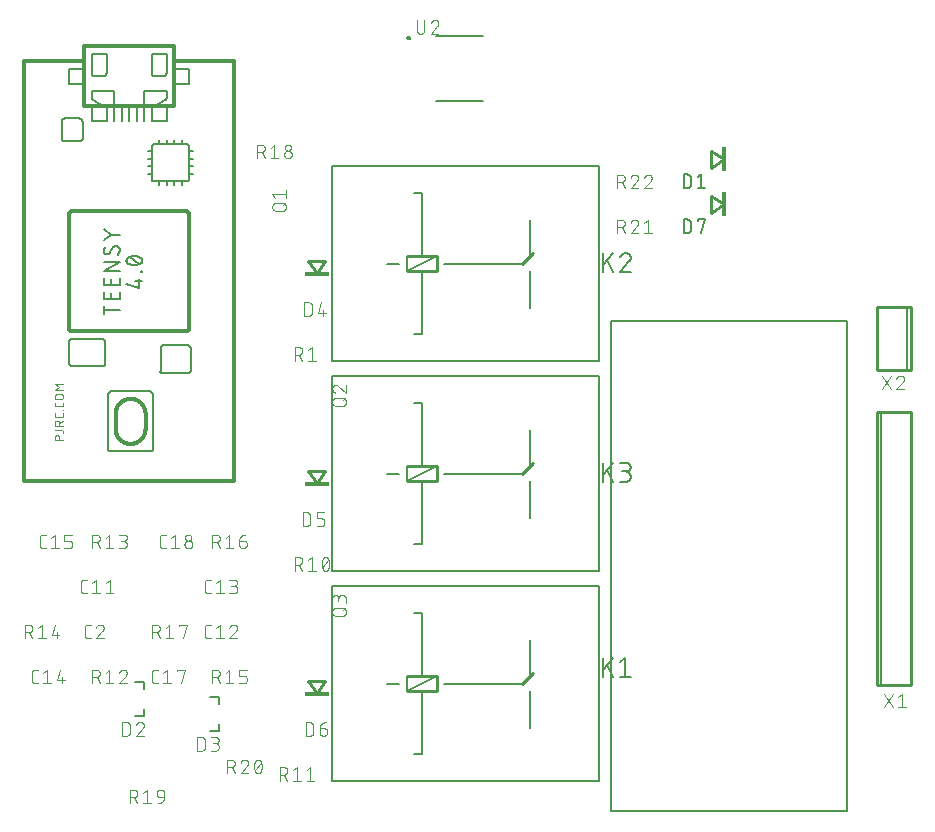
<source format=gbr>
G04 EAGLE Gerber RS-274X export*
G75*
%MOMM*%
%FSLAX34Y34*%
%LPD*%
%INSilkscreen Top*%
%IPPOS*%
%AMOC8*
5,1,8,0,0,1.08239X$1,22.5*%
G01*
%ADD10C,0.254000*%
%ADD11C,0.152400*%
%ADD12C,0.101600*%
%ADD13C,0.177800*%
%ADD14C,0.304800*%
%ADD15C,0.127000*%
%ADD16C,0.076200*%
%ADD17R,2.100000X0.300000*%
%ADD18C,0.200000*%
%ADD19R,0.300000X2.100000*%


D10*
X801900Y125700D02*
X801900Y356900D01*
X772900Y356900D01*
X772900Y125700D01*
X801900Y125700D01*
D11*
X776400Y126800D02*
X776400Y355800D01*
D12*
X786807Y118872D02*
X779018Y107188D01*
X786807Y107188D02*
X779018Y118872D01*
X791097Y116276D02*
X794343Y118872D01*
X794343Y107188D01*
X797588Y107188D02*
X791097Y107188D01*
D10*
X772900Y392400D02*
X772900Y445800D01*
X772900Y392400D02*
X801900Y392400D01*
X801900Y445800D01*
X772900Y445800D01*
D11*
X798400Y444700D02*
X798400Y393500D01*
D12*
X785001Y388112D02*
X777212Y376428D01*
X785001Y376428D02*
X777212Y388112D01*
X792861Y388112D02*
X792968Y388110D01*
X793074Y388104D01*
X793180Y388094D01*
X793286Y388081D01*
X793392Y388063D01*
X793496Y388042D01*
X793600Y388017D01*
X793703Y387988D01*
X793804Y387956D01*
X793904Y387919D01*
X794003Y387879D01*
X794101Y387836D01*
X794197Y387789D01*
X794291Y387738D01*
X794383Y387684D01*
X794473Y387627D01*
X794561Y387567D01*
X794646Y387503D01*
X794729Y387436D01*
X794810Y387366D01*
X794888Y387294D01*
X794964Y387218D01*
X795036Y387140D01*
X795106Y387059D01*
X795173Y386976D01*
X795237Y386891D01*
X795297Y386803D01*
X795354Y386713D01*
X795408Y386621D01*
X795459Y386527D01*
X795506Y386431D01*
X795549Y386333D01*
X795589Y386234D01*
X795626Y386134D01*
X795658Y386033D01*
X795687Y385930D01*
X795712Y385826D01*
X795733Y385722D01*
X795751Y385616D01*
X795764Y385510D01*
X795774Y385404D01*
X795780Y385298D01*
X795782Y385191D01*
X792861Y388112D02*
X792740Y388110D01*
X792619Y388104D01*
X792499Y388094D01*
X792378Y388081D01*
X792259Y388063D01*
X792139Y388042D01*
X792021Y388017D01*
X791904Y387988D01*
X791787Y387955D01*
X791672Y387919D01*
X791558Y387878D01*
X791445Y387835D01*
X791333Y387787D01*
X791224Y387736D01*
X791116Y387681D01*
X791009Y387623D01*
X790905Y387562D01*
X790803Y387497D01*
X790703Y387429D01*
X790605Y387358D01*
X790509Y387284D01*
X790416Y387207D01*
X790326Y387126D01*
X790238Y387043D01*
X790153Y386957D01*
X790070Y386868D01*
X789991Y386777D01*
X789914Y386683D01*
X789841Y386587D01*
X789771Y386489D01*
X789704Y386388D01*
X789640Y386285D01*
X789580Y386180D01*
X789523Y386073D01*
X789469Y385965D01*
X789419Y385855D01*
X789373Y385743D01*
X789330Y385630D01*
X789291Y385515D01*
X794809Y382919D02*
X794888Y382996D01*
X794964Y383077D01*
X795037Y383160D01*
X795107Y383245D01*
X795174Y383333D01*
X795238Y383423D01*
X795298Y383515D01*
X795355Y383610D01*
X795409Y383706D01*
X795460Y383804D01*
X795507Y383904D01*
X795551Y384006D01*
X795591Y384109D01*
X795627Y384213D01*
X795659Y384319D01*
X795688Y384425D01*
X795713Y384533D01*
X795735Y384641D01*
X795752Y384751D01*
X795766Y384860D01*
X795775Y384970D01*
X795781Y385081D01*
X795783Y385191D01*
X794808Y382919D02*
X789291Y376428D01*
X795782Y376428D01*
D11*
X537210Y565150D02*
X311150Y565150D01*
X537210Y565150D02*
X537210Y400050D01*
X311150Y400050D01*
X311150Y565150D01*
X381000Y542290D02*
X387350Y542290D01*
X387350Y488950D01*
D10*
X374650Y488950D01*
D11*
X374650Y476250D01*
D10*
X400050Y476250D02*
X400050Y488950D01*
X387350Y488950D01*
X387350Y476250D02*
X374650Y476250D01*
D11*
X387350Y476250D02*
X387350Y422910D01*
D10*
X387350Y476250D02*
X400050Y476250D01*
D11*
X387350Y422910D02*
X381000Y422910D01*
X374650Y476250D02*
X400050Y488950D01*
X406400Y482600D02*
X472440Y482600D01*
D10*
X478790Y488950D01*
D11*
X478790Y519938D01*
X478790Y476250D02*
X478790Y445008D01*
D10*
X478790Y488950D02*
X482092Y491998D01*
D11*
X368300Y482600D02*
X358140Y482600D01*
D13*
X540639Y475869D02*
X540639Y491871D01*
X549529Y491871D02*
X540639Y482092D01*
X544195Y485648D02*
X549529Y475869D01*
X564407Y487871D02*
X564405Y487997D01*
X564399Y488122D01*
X564389Y488248D01*
X564375Y488372D01*
X564358Y488497D01*
X564336Y488621D01*
X564311Y488744D01*
X564281Y488866D01*
X564248Y488987D01*
X564211Y489107D01*
X564170Y489226D01*
X564126Y489344D01*
X564078Y489460D01*
X564026Y489575D01*
X563971Y489687D01*
X563912Y489798D01*
X563850Y489908D01*
X563784Y490015D01*
X563715Y490120D01*
X563643Y490223D01*
X563567Y490323D01*
X563489Y490421D01*
X563407Y490517D01*
X563323Y490610D01*
X563235Y490700D01*
X563145Y490788D01*
X563052Y490872D01*
X562956Y490954D01*
X562858Y491032D01*
X562758Y491108D01*
X562655Y491180D01*
X562550Y491249D01*
X562443Y491315D01*
X562333Y491377D01*
X562222Y491436D01*
X562110Y491491D01*
X561995Y491543D01*
X561879Y491591D01*
X561761Y491635D01*
X561642Y491676D01*
X561522Y491713D01*
X561401Y491746D01*
X561279Y491776D01*
X561156Y491801D01*
X561032Y491823D01*
X560907Y491840D01*
X560783Y491854D01*
X560657Y491864D01*
X560532Y491870D01*
X560406Y491872D01*
X560406Y491871D02*
X560265Y491869D01*
X560125Y491863D01*
X559985Y491854D01*
X559845Y491840D01*
X559706Y491823D01*
X559567Y491802D01*
X559428Y491777D01*
X559291Y491749D01*
X559154Y491716D01*
X559018Y491680D01*
X558883Y491640D01*
X558750Y491597D01*
X558617Y491550D01*
X558486Y491499D01*
X558357Y491445D01*
X558229Y491387D01*
X558102Y491326D01*
X557977Y491261D01*
X557855Y491193D01*
X557734Y491122D01*
X557614Y491047D01*
X557498Y490969D01*
X557383Y490888D01*
X557270Y490804D01*
X557160Y490716D01*
X557052Y490626D01*
X556947Y490533D01*
X556845Y490437D01*
X556745Y490338D01*
X556647Y490237D01*
X556553Y490133D01*
X556461Y490026D01*
X556373Y489917D01*
X556287Y489806D01*
X556205Y489692D01*
X556125Y489576D01*
X556049Y489458D01*
X555976Y489338D01*
X555907Y489216D01*
X555840Y489092D01*
X555777Y488966D01*
X555718Y488839D01*
X555662Y488710D01*
X555610Y488580D01*
X555561Y488448D01*
X555516Y488315D01*
X563073Y484759D02*
X563165Y484850D01*
X563255Y484943D01*
X563341Y485038D01*
X563425Y485136D01*
X563505Y485237D01*
X563583Y485340D01*
X563657Y485445D01*
X563728Y485553D01*
X563796Y485662D01*
X563860Y485774D01*
X563922Y485887D01*
X563979Y486002D01*
X564034Y486119D01*
X564085Y486238D01*
X564132Y486358D01*
X564175Y486479D01*
X564215Y486601D01*
X564251Y486725D01*
X564284Y486850D01*
X564313Y486975D01*
X564338Y487102D01*
X564359Y487229D01*
X564376Y487357D01*
X564390Y487485D01*
X564399Y487613D01*
X564405Y487742D01*
X564407Y487871D01*
X563073Y484759D02*
X555517Y475869D01*
X564407Y475869D01*
D11*
X537210Y387350D02*
X311150Y387350D01*
X537210Y387350D02*
X537210Y222250D01*
X311150Y222250D01*
X311150Y387350D01*
X381000Y364490D02*
X387350Y364490D01*
X387350Y311150D01*
D10*
X374650Y311150D01*
D11*
X374650Y298450D01*
D10*
X400050Y298450D02*
X400050Y311150D01*
X387350Y311150D01*
X387350Y298450D02*
X374650Y298450D01*
D11*
X387350Y298450D02*
X387350Y245110D01*
D10*
X387350Y298450D02*
X400050Y298450D01*
D11*
X387350Y245110D02*
X381000Y245110D01*
X374650Y298450D02*
X400050Y311150D01*
X406400Y304800D02*
X472440Y304800D01*
D10*
X478790Y311150D01*
D11*
X478790Y342138D01*
X478790Y298450D02*
X478790Y267208D01*
D10*
X478790Y311150D02*
X482092Y314198D01*
D11*
X368300Y304800D02*
X358140Y304800D01*
D13*
X540639Y298069D02*
X540639Y314071D01*
X549529Y314071D02*
X540639Y304292D01*
X544195Y307848D02*
X549529Y298069D01*
X555517Y298069D02*
X559962Y298069D01*
X560094Y298071D01*
X560225Y298077D01*
X560357Y298087D01*
X560488Y298100D01*
X560618Y298118D01*
X560748Y298139D01*
X560878Y298164D01*
X561006Y298193D01*
X561134Y298226D01*
X561260Y298263D01*
X561386Y298303D01*
X561510Y298347D01*
X561633Y298395D01*
X561754Y298446D01*
X561874Y298501D01*
X561992Y298559D01*
X562108Y298621D01*
X562222Y298687D01*
X562335Y298755D01*
X562445Y298827D01*
X562553Y298902D01*
X562659Y298981D01*
X562763Y299062D01*
X562864Y299147D01*
X562962Y299234D01*
X563058Y299325D01*
X563151Y299418D01*
X563242Y299514D01*
X563329Y299612D01*
X563414Y299713D01*
X563495Y299817D01*
X563574Y299923D01*
X563649Y300031D01*
X563721Y300141D01*
X563789Y300254D01*
X563855Y300368D01*
X563917Y300484D01*
X563975Y300602D01*
X564030Y300722D01*
X564081Y300843D01*
X564129Y300966D01*
X564173Y301090D01*
X564213Y301216D01*
X564250Y301342D01*
X564283Y301470D01*
X564312Y301598D01*
X564337Y301728D01*
X564358Y301858D01*
X564376Y301988D01*
X564389Y302119D01*
X564399Y302251D01*
X564405Y302382D01*
X564407Y302514D01*
X564405Y302646D01*
X564399Y302777D01*
X564389Y302909D01*
X564376Y303040D01*
X564358Y303170D01*
X564337Y303300D01*
X564312Y303430D01*
X564283Y303558D01*
X564250Y303686D01*
X564213Y303812D01*
X564173Y303938D01*
X564129Y304062D01*
X564081Y304185D01*
X564030Y304306D01*
X563975Y304426D01*
X563917Y304544D01*
X563855Y304660D01*
X563789Y304774D01*
X563721Y304887D01*
X563649Y304997D01*
X563574Y305105D01*
X563495Y305211D01*
X563414Y305315D01*
X563329Y305416D01*
X563242Y305514D01*
X563151Y305610D01*
X563058Y305703D01*
X562962Y305794D01*
X562864Y305881D01*
X562763Y305966D01*
X562659Y306047D01*
X562553Y306126D01*
X562445Y306201D01*
X562335Y306273D01*
X562222Y306341D01*
X562108Y306407D01*
X561992Y306469D01*
X561874Y306527D01*
X561754Y306582D01*
X561633Y306633D01*
X561510Y306681D01*
X561386Y306725D01*
X561260Y306765D01*
X561134Y306802D01*
X561006Y306835D01*
X560878Y306864D01*
X560748Y306889D01*
X560618Y306910D01*
X560488Y306928D01*
X560357Y306941D01*
X560225Y306951D01*
X560094Y306957D01*
X559962Y306959D01*
X560851Y314071D02*
X555517Y314071D01*
X560851Y314071D02*
X560969Y314069D01*
X561086Y314063D01*
X561203Y314054D01*
X561320Y314040D01*
X561436Y314023D01*
X561552Y314001D01*
X561667Y313976D01*
X561781Y313947D01*
X561894Y313915D01*
X562006Y313878D01*
X562116Y313838D01*
X562225Y313795D01*
X562333Y313747D01*
X562439Y313697D01*
X562543Y313642D01*
X562646Y313585D01*
X562746Y313524D01*
X562845Y313459D01*
X562941Y313392D01*
X563035Y313321D01*
X563127Y313247D01*
X563216Y313171D01*
X563302Y313091D01*
X563386Y313009D01*
X563467Y312923D01*
X563545Y312836D01*
X563621Y312745D01*
X563693Y312652D01*
X563762Y312557D01*
X563828Y312460D01*
X563891Y312360D01*
X563950Y312259D01*
X564006Y312156D01*
X564058Y312050D01*
X564107Y311943D01*
X564153Y311835D01*
X564195Y311725D01*
X564233Y311614D01*
X564267Y311501D01*
X564298Y311388D01*
X564325Y311273D01*
X564348Y311158D01*
X564368Y311042D01*
X564383Y310926D01*
X564395Y310809D01*
X564403Y310691D01*
X564407Y310574D01*
X564407Y310456D01*
X564403Y310339D01*
X564395Y310221D01*
X564383Y310104D01*
X564368Y309988D01*
X564348Y309872D01*
X564325Y309757D01*
X564298Y309642D01*
X564267Y309529D01*
X564233Y309416D01*
X564195Y309305D01*
X564153Y309195D01*
X564107Y309087D01*
X564058Y308980D01*
X564006Y308874D01*
X563950Y308771D01*
X563891Y308670D01*
X563828Y308570D01*
X563762Y308473D01*
X563693Y308378D01*
X563621Y308285D01*
X563545Y308194D01*
X563467Y308107D01*
X563386Y308021D01*
X563302Y307939D01*
X563216Y307859D01*
X563127Y307783D01*
X563035Y307709D01*
X562941Y307638D01*
X562845Y307571D01*
X562746Y307506D01*
X562646Y307445D01*
X562543Y307388D01*
X562439Y307333D01*
X562333Y307283D01*
X562225Y307235D01*
X562116Y307192D01*
X562006Y307152D01*
X561894Y307115D01*
X561781Y307083D01*
X561667Y307054D01*
X561552Y307029D01*
X561436Y307007D01*
X561320Y306990D01*
X561203Y306976D01*
X561086Y306967D01*
X560969Y306961D01*
X560851Y306959D01*
X557295Y306959D01*
D11*
X537210Y209550D02*
X311150Y209550D01*
X537210Y209550D02*
X537210Y44450D01*
X311150Y44450D01*
X311150Y209550D01*
X381000Y186690D02*
X387350Y186690D01*
X387350Y133350D01*
D10*
X374650Y133350D01*
D11*
X374650Y120650D01*
D10*
X400050Y120650D02*
X400050Y133350D01*
X387350Y133350D01*
X387350Y120650D02*
X374650Y120650D01*
D11*
X387350Y120650D02*
X387350Y67310D01*
D10*
X387350Y120650D02*
X400050Y120650D01*
D11*
X387350Y67310D02*
X381000Y67310D01*
X374650Y120650D02*
X400050Y133350D01*
X406400Y127000D02*
X472440Y127000D01*
D10*
X478790Y133350D01*
D11*
X478790Y164338D01*
X478790Y120650D02*
X478790Y89408D01*
D10*
X478790Y133350D02*
X482092Y136398D01*
D11*
X368300Y127000D02*
X358140Y127000D01*
D13*
X540639Y132969D02*
X540639Y148971D01*
X549529Y148971D02*
X540639Y139192D01*
X544195Y142748D02*
X549529Y132969D01*
X555517Y145415D02*
X559962Y148971D01*
X559962Y132969D01*
X555517Y132969D02*
X564407Y132969D01*
D14*
X228600Y298450D02*
X228600Y654050D01*
X50800Y654050D02*
X50800Y298450D01*
X88900Y427990D02*
X88900Y524510D01*
X88902Y524610D01*
X88908Y524709D01*
X88918Y524809D01*
X88931Y524907D01*
X88949Y525006D01*
X88970Y525103D01*
X88995Y525199D01*
X89024Y525295D01*
X89057Y525389D01*
X89093Y525482D01*
X89133Y525573D01*
X89177Y525663D01*
X89224Y525751D01*
X89274Y525837D01*
X89328Y525921D01*
X89385Y526003D01*
X89445Y526082D01*
X89509Y526160D01*
X89575Y526234D01*
X89644Y526306D01*
X89716Y526375D01*
X89790Y526441D01*
X89868Y526505D01*
X89947Y526565D01*
X90029Y526622D01*
X90113Y526676D01*
X90199Y526726D01*
X90287Y526773D01*
X90377Y526817D01*
X90468Y526857D01*
X90561Y526893D01*
X90655Y526926D01*
X90751Y526955D01*
X90847Y526980D01*
X90944Y527001D01*
X91043Y527019D01*
X91141Y527032D01*
X91241Y527042D01*
X91340Y527048D01*
X91440Y527050D01*
X187960Y527050D01*
X188060Y527048D01*
X188159Y527042D01*
X188259Y527032D01*
X188357Y527019D01*
X188456Y527001D01*
X188553Y526980D01*
X188649Y526955D01*
X188745Y526926D01*
X188839Y526893D01*
X188932Y526857D01*
X189023Y526817D01*
X189113Y526773D01*
X189201Y526726D01*
X189287Y526676D01*
X189371Y526622D01*
X189453Y526565D01*
X189532Y526505D01*
X189610Y526441D01*
X189684Y526375D01*
X189756Y526306D01*
X189825Y526234D01*
X189891Y526160D01*
X189955Y526082D01*
X190015Y526003D01*
X190072Y525921D01*
X190126Y525837D01*
X190176Y525751D01*
X190223Y525663D01*
X190267Y525573D01*
X190307Y525482D01*
X190343Y525389D01*
X190376Y525295D01*
X190405Y525199D01*
X190430Y525103D01*
X190451Y525006D01*
X190469Y524907D01*
X190482Y524809D01*
X190492Y524709D01*
X190498Y524610D01*
X190500Y524510D01*
X190500Y427990D01*
X190498Y427890D01*
X190492Y427791D01*
X190482Y427691D01*
X190469Y427593D01*
X190451Y427494D01*
X190430Y427397D01*
X190405Y427301D01*
X190376Y427205D01*
X190343Y427111D01*
X190307Y427018D01*
X190267Y426927D01*
X190223Y426837D01*
X190176Y426749D01*
X190126Y426663D01*
X190072Y426579D01*
X190015Y426497D01*
X189955Y426418D01*
X189891Y426340D01*
X189825Y426266D01*
X189756Y426194D01*
X189684Y426125D01*
X189610Y426059D01*
X189532Y425995D01*
X189453Y425935D01*
X189371Y425878D01*
X189287Y425824D01*
X189201Y425774D01*
X189113Y425727D01*
X189023Y425683D01*
X188932Y425643D01*
X188839Y425607D01*
X188745Y425574D01*
X188649Y425545D01*
X188553Y425520D01*
X188456Y425499D01*
X188357Y425481D01*
X188259Y425468D01*
X188159Y425458D01*
X188060Y425452D01*
X187960Y425450D01*
X91440Y425450D01*
X91340Y425452D01*
X91241Y425458D01*
X91141Y425468D01*
X91043Y425481D01*
X90944Y425499D01*
X90847Y425520D01*
X90751Y425545D01*
X90655Y425574D01*
X90561Y425607D01*
X90468Y425643D01*
X90377Y425683D01*
X90287Y425727D01*
X90199Y425774D01*
X90113Y425824D01*
X90029Y425878D01*
X89947Y425935D01*
X89868Y425995D01*
X89790Y426059D01*
X89716Y426125D01*
X89644Y426194D01*
X89575Y426266D01*
X89509Y426340D01*
X89445Y426418D01*
X89385Y426497D01*
X89328Y426579D01*
X89274Y426663D01*
X89224Y426749D01*
X89177Y426837D01*
X89133Y426927D01*
X89093Y427018D01*
X89057Y427111D01*
X89024Y427205D01*
X88995Y427301D01*
X88970Y427397D01*
X88949Y427494D01*
X88931Y427593D01*
X88918Y427691D01*
X88908Y427791D01*
X88902Y427890D01*
X88900Y427990D01*
X50800Y298450D02*
X228600Y298450D01*
X177800Y615950D02*
X177800Y635000D01*
X177800Y647700D01*
X177800Y654050D01*
X177800Y666750D01*
X101600Y666750D01*
X101600Y654050D01*
X101600Y647700D01*
X101600Y635000D01*
X101600Y615950D01*
X107950Y615950D01*
X117475Y615950D01*
X120650Y615950D01*
X127000Y615950D01*
X133350Y615950D01*
X139700Y615950D01*
X146050Y615950D01*
X152400Y615950D01*
X158750Y615950D01*
X161925Y615950D01*
X171450Y615950D01*
X177800Y615950D01*
X177800Y654050D02*
X228600Y654050D01*
X101600Y654050D02*
X50800Y654050D01*
D15*
X124460Y323850D02*
X157480Y323850D01*
X157580Y323852D01*
X157679Y323858D01*
X157779Y323868D01*
X157877Y323881D01*
X157976Y323899D01*
X158073Y323920D01*
X158169Y323945D01*
X158265Y323974D01*
X158359Y324007D01*
X158452Y324043D01*
X158543Y324083D01*
X158633Y324127D01*
X158721Y324174D01*
X158807Y324224D01*
X158891Y324278D01*
X158973Y324335D01*
X159052Y324395D01*
X159130Y324459D01*
X159204Y324525D01*
X159276Y324594D01*
X159345Y324666D01*
X159411Y324740D01*
X159475Y324818D01*
X159535Y324897D01*
X159592Y324979D01*
X159646Y325063D01*
X159696Y325149D01*
X159743Y325237D01*
X159787Y325327D01*
X159827Y325418D01*
X159863Y325511D01*
X159896Y325605D01*
X159925Y325701D01*
X159950Y325797D01*
X159971Y325894D01*
X159989Y325993D01*
X160002Y326091D01*
X160012Y326191D01*
X160018Y326290D01*
X160020Y326390D01*
X160020Y372110D01*
X160018Y372210D01*
X160012Y372309D01*
X160002Y372409D01*
X159989Y372507D01*
X159971Y372606D01*
X159950Y372703D01*
X159925Y372799D01*
X159896Y372895D01*
X159863Y372989D01*
X159827Y373082D01*
X159787Y373173D01*
X159743Y373263D01*
X159696Y373351D01*
X159646Y373437D01*
X159592Y373521D01*
X159535Y373603D01*
X159475Y373682D01*
X159411Y373760D01*
X159345Y373834D01*
X159276Y373906D01*
X159204Y373975D01*
X159130Y374041D01*
X159052Y374105D01*
X158973Y374165D01*
X158891Y374222D01*
X158807Y374276D01*
X158721Y374326D01*
X158633Y374373D01*
X158543Y374417D01*
X158452Y374457D01*
X158359Y374493D01*
X158265Y374526D01*
X158169Y374555D01*
X158073Y374580D01*
X157976Y374601D01*
X157877Y374619D01*
X157779Y374632D01*
X157679Y374642D01*
X157580Y374648D01*
X157480Y374650D01*
X124460Y374650D01*
X124360Y374648D01*
X124261Y374642D01*
X124161Y374632D01*
X124063Y374619D01*
X123964Y374601D01*
X123867Y374580D01*
X123771Y374555D01*
X123675Y374526D01*
X123581Y374493D01*
X123488Y374457D01*
X123397Y374417D01*
X123307Y374373D01*
X123219Y374326D01*
X123133Y374276D01*
X123049Y374222D01*
X122967Y374165D01*
X122888Y374105D01*
X122810Y374041D01*
X122736Y373975D01*
X122664Y373906D01*
X122595Y373834D01*
X122529Y373760D01*
X122465Y373682D01*
X122405Y373603D01*
X122348Y373521D01*
X122294Y373437D01*
X122244Y373351D01*
X122197Y373263D01*
X122153Y373173D01*
X122113Y373082D01*
X122077Y372989D01*
X122044Y372895D01*
X122015Y372799D01*
X121990Y372703D01*
X121969Y372606D01*
X121951Y372507D01*
X121938Y372409D01*
X121928Y372309D01*
X121922Y372210D01*
X121920Y372110D01*
X121920Y326390D01*
X121922Y326290D01*
X121928Y326191D01*
X121938Y326091D01*
X121951Y325993D01*
X121969Y325894D01*
X121990Y325797D01*
X122015Y325701D01*
X122044Y325605D01*
X122077Y325511D01*
X122113Y325418D01*
X122153Y325327D01*
X122197Y325237D01*
X122244Y325149D01*
X122294Y325063D01*
X122348Y324979D01*
X122405Y324897D01*
X122465Y324818D01*
X122529Y324740D01*
X122595Y324666D01*
X122664Y324594D01*
X122736Y324525D01*
X122810Y324459D01*
X122888Y324395D01*
X122967Y324335D01*
X123049Y324278D01*
X123133Y324224D01*
X123219Y324174D01*
X123307Y324127D01*
X123397Y324083D01*
X123488Y324043D01*
X123581Y324007D01*
X123675Y323974D01*
X123771Y323945D01*
X123867Y323920D01*
X123964Y323899D01*
X124063Y323881D01*
X124161Y323868D01*
X124261Y323858D01*
X124360Y323852D01*
X124460Y323850D01*
D14*
X140970Y330200D02*
X140663Y330204D01*
X140356Y330215D01*
X140050Y330233D01*
X139744Y330259D01*
X139439Y330293D01*
X139135Y330333D01*
X138832Y330381D01*
X138530Y330437D01*
X138230Y330499D01*
X137931Y330569D01*
X137634Y330646D01*
X137338Y330730D01*
X137045Y330822D01*
X136755Y330920D01*
X136467Y331025D01*
X136181Y331138D01*
X135898Y331257D01*
X135618Y331383D01*
X135341Y331515D01*
X135068Y331655D01*
X134798Y331801D01*
X134532Y331953D01*
X134269Y332112D01*
X134010Y332277D01*
X133756Y332448D01*
X133505Y332625D01*
X133259Y332809D01*
X133017Y332998D01*
X132781Y333193D01*
X132548Y333394D01*
X132321Y333600D01*
X132099Y333812D01*
X131882Y334029D01*
X131670Y334251D01*
X131464Y334478D01*
X131263Y334711D01*
X131068Y334947D01*
X130879Y335189D01*
X130695Y335435D01*
X130518Y335686D01*
X130347Y335940D01*
X130182Y336199D01*
X130023Y336462D01*
X129871Y336728D01*
X129725Y336998D01*
X129585Y337271D01*
X129453Y337548D01*
X129327Y337828D01*
X129208Y338111D01*
X129095Y338397D01*
X128990Y338685D01*
X128892Y338975D01*
X128800Y339268D01*
X128716Y339564D01*
X128639Y339861D01*
X128569Y340160D01*
X128507Y340460D01*
X128451Y340762D01*
X128403Y341065D01*
X128363Y341369D01*
X128329Y341674D01*
X128303Y341980D01*
X128285Y342286D01*
X128274Y342593D01*
X128270Y342900D01*
X128270Y355600D01*
X128274Y355907D01*
X128285Y356214D01*
X128303Y356520D01*
X128329Y356826D01*
X128363Y357131D01*
X128403Y357435D01*
X128451Y357738D01*
X128507Y358040D01*
X128569Y358340D01*
X128639Y358639D01*
X128716Y358936D01*
X128800Y359232D01*
X128892Y359525D01*
X128990Y359815D01*
X129095Y360103D01*
X129208Y360389D01*
X129327Y360672D01*
X129453Y360952D01*
X129585Y361229D01*
X129725Y361502D01*
X129871Y361772D01*
X130023Y362038D01*
X130182Y362301D01*
X130347Y362560D01*
X130518Y362814D01*
X130695Y363065D01*
X130879Y363311D01*
X131068Y363553D01*
X131263Y363789D01*
X131464Y364022D01*
X131670Y364249D01*
X131882Y364471D01*
X132099Y364688D01*
X132321Y364900D01*
X132548Y365106D01*
X132781Y365307D01*
X133017Y365502D01*
X133259Y365691D01*
X133505Y365875D01*
X133756Y366052D01*
X134010Y366223D01*
X134269Y366388D01*
X134532Y366547D01*
X134798Y366699D01*
X135068Y366845D01*
X135341Y366985D01*
X135618Y367117D01*
X135898Y367243D01*
X136181Y367362D01*
X136467Y367475D01*
X136755Y367580D01*
X137045Y367678D01*
X137338Y367770D01*
X137634Y367854D01*
X137931Y367931D01*
X138230Y368001D01*
X138530Y368063D01*
X138832Y368119D01*
X139135Y368167D01*
X139439Y368207D01*
X139744Y368241D01*
X140050Y368267D01*
X140356Y368285D01*
X140663Y368296D01*
X140970Y368300D01*
X141277Y368296D01*
X141584Y368285D01*
X141890Y368267D01*
X142196Y368241D01*
X142501Y368207D01*
X142805Y368167D01*
X143108Y368119D01*
X143410Y368063D01*
X143710Y368001D01*
X144009Y367931D01*
X144306Y367854D01*
X144602Y367770D01*
X144895Y367678D01*
X145185Y367580D01*
X145473Y367475D01*
X145759Y367362D01*
X146042Y367243D01*
X146322Y367117D01*
X146599Y366985D01*
X146872Y366845D01*
X147142Y366699D01*
X147408Y366547D01*
X147671Y366388D01*
X147930Y366223D01*
X148184Y366052D01*
X148435Y365875D01*
X148681Y365691D01*
X148923Y365502D01*
X149159Y365307D01*
X149392Y365106D01*
X149619Y364900D01*
X149841Y364688D01*
X150058Y364471D01*
X150270Y364249D01*
X150476Y364022D01*
X150677Y363789D01*
X150872Y363553D01*
X151061Y363311D01*
X151245Y363065D01*
X151422Y362814D01*
X151593Y362560D01*
X151758Y362301D01*
X151917Y362038D01*
X152069Y361772D01*
X152215Y361502D01*
X152355Y361229D01*
X152487Y360952D01*
X152613Y360672D01*
X152732Y360389D01*
X152845Y360103D01*
X152950Y359815D01*
X153048Y359525D01*
X153140Y359232D01*
X153224Y358936D01*
X153301Y358639D01*
X153371Y358340D01*
X153433Y358040D01*
X153489Y357738D01*
X153537Y357435D01*
X153577Y357131D01*
X153611Y356826D01*
X153637Y356520D01*
X153655Y356214D01*
X153666Y355907D01*
X153670Y355600D01*
X153670Y342900D01*
X153666Y342593D01*
X153655Y342286D01*
X153637Y341980D01*
X153611Y341674D01*
X153577Y341369D01*
X153537Y341065D01*
X153489Y340762D01*
X153433Y340460D01*
X153371Y340160D01*
X153301Y339861D01*
X153224Y339564D01*
X153140Y339268D01*
X153048Y338975D01*
X152950Y338685D01*
X152845Y338397D01*
X152732Y338111D01*
X152613Y337828D01*
X152487Y337548D01*
X152355Y337271D01*
X152215Y336998D01*
X152069Y336728D01*
X151917Y336462D01*
X151758Y336199D01*
X151593Y335940D01*
X151422Y335686D01*
X151245Y335435D01*
X151061Y335189D01*
X150872Y334947D01*
X150677Y334711D01*
X150476Y334478D01*
X150270Y334251D01*
X150058Y334029D01*
X149841Y333812D01*
X149619Y333600D01*
X149392Y333394D01*
X149159Y333193D01*
X148923Y332998D01*
X148681Y332809D01*
X148435Y332625D01*
X148184Y332448D01*
X147930Y332277D01*
X147671Y332112D01*
X147408Y331953D01*
X147142Y331801D01*
X146872Y331655D01*
X146599Y331515D01*
X146322Y331383D01*
X146042Y331257D01*
X145759Y331138D01*
X145473Y331025D01*
X145185Y330920D01*
X144895Y330822D01*
X144602Y330730D01*
X144306Y330646D01*
X144009Y330569D01*
X143710Y330499D01*
X143410Y330437D01*
X143108Y330381D01*
X142805Y330333D01*
X142501Y330293D01*
X142196Y330259D01*
X141890Y330233D01*
X141584Y330215D01*
X141277Y330204D01*
X140970Y330200D01*
D15*
X139700Y603250D02*
X139700Y615950D01*
X146050Y615950D02*
X146050Y603250D01*
X152400Y603250D02*
X152400Y615950D01*
X133350Y615950D02*
X133350Y603250D01*
X127000Y603250D02*
X127000Y615950D01*
D13*
X131826Y443619D02*
X118364Y443619D01*
X118364Y447358D02*
X118364Y439879D01*
X131826Y453145D02*
X131826Y459128D01*
X131826Y453145D02*
X118364Y453145D01*
X118364Y459128D01*
X124347Y457632D02*
X124347Y453145D01*
X131826Y465008D02*
X131826Y470991D01*
X131826Y465008D02*
X118364Y465008D01*
X118364Y470991D01*
X124347Y469495D02*
X124347Y465008D01*
X118364Y476838D02*
X131826Y476838D01*
X131826Y484317D02*
X118364Y476838D01*
X118364Y484317D02*
X131826Y484317D01*
X131826Y495014D02*
X131824Y495121D01*
X131818Y495227D01*
X131809Y495334D01*
X131796Y495440D01*
X131778Y495545D01*
X131758Y495650D01*
X131733Y495754D01*
X131705Y495857D01*
X131673Y495959D01*
X131637Y496060D01*
X131598Y496159D01*
X131556Y496257D01*
X131510Y496353D01*
X131460Y496448D01*
X131407Y496541D01*
X131351Y496632D01*
X131292Y496720D01*
X131229Y496807D01*
X131164Y496891D01*
X131095Y496973D01*
X131024Y497053D01*
X130950Y497130D01*
X130873Y497204D01*
X130793Y497275D01*
X130711Y497344D01*
X130627Y497409D01*
X130540Y497472D01*
X130452Y497531D01*
X130361Y497587D01*
X130268Y497640D01*
X130173Y497690D01*
X130077Y497736D01*
X129979Y497778D01*
X129880Y497817D01*
X129779Y497853D01*
X129677Y497885D01*
X129574Y497913D01*
X129470Y497938D01*
X129365Y497958D01*
X129260Y497976D01*
X129154Y497989D01*
X129047Y497998D01*
X128941Y498004D01*
X128834Y498006D01*
X131826Y495014D02*
X131824Y494858D01*
X131818Y494702D01*
X131809Y494547D01*
X131795Y494391D01*
X131778Y494236D01*
X131757Y494082D01*
X131732Y493928D01*
X131703Y493775D01*
X131671Y493622D01*
X131635Y493470D01*
X131595Y493320D01*
X131551Y493170D01*
X131504Y493021D01*
X131453Y492874D01*
X131398Y492728D01*
X131340Y492583D01*
X131278Y492440D01*
X131213Y492298D01*
X131144Y492158D01*
X131072Y492020D01*
X130996Y491884D01*
X130917Y491749D01*
X130835Y491617D01*
X130750Y491486D01*
X130661Y491358D01*
X130569Y491232D01*
X130475Y491108D01*
X130377Y490987D01*
X130276Y490868D01*
X130172Y490751D01*
X130066Y490638D01*
X129956Y490526D01*
X121356Y490900D02*
X121249Y490902D01*
X121143Y490908D01*
X121036Y490917D01*
X120930Y490930D01*
X120825Y490948D01*
X120720Y490968D01*
X120616Y490993D01*
X120513Y491021D01*
X120411Y491053D01*
X120310Y491089D01*
X120211Y491128D01*
X120113Y491170D01*
X120017Y491216D01*
X119922Y491266D01*
X119829Y491319D01*
X119738Y491375D01*
X119650Y491434D01*
X119563Y491497D01*
X119479Y491562D01*
X119397Y491631D01*
X119317Y491702D01*
X119240Y491776D01*
X119166Y491853D01*
X119095Y491933D01*
X119026Y492015D01*
X118961Y492099D01*
X118898Y492186D01*
X118839Y492274D01*
X118783Y492365D01*
X118730Y492458D01*
X118680Y492553D01*
X118634Y492649D01*
X118592Y492747D01*
X118553Y492846D01*
X118517Y492947D01*
X118485Y493049D01*
X118457Y493152D01*
X118432Y493256D01*
X118412Y493361D01*
X118394Y493466D01*
X118381Y493572D01*
X118372Y493679D01*
X118366Y493785D01*
X118364Y493892D01*
X118366Y494036D01*
X118371Y494181D01*
X118381Y494325D01*
X118394Y494468D01*
X118410Y494612D01*
X118431Y494755D01*
X118455Y494897D01*
X118483Y495039D01*
X118514Y495180D01*
X118549Y495320D01*
X118587Y495459D01*
X118629Y495597D01*
X118675Y495734D01*
X118724Y495870D01*
X118777Y496004D01*
X118833Y496137D01*
X118892Y496269D01*
X118955Y496399D01*
X119022Y496527D01*
X119091Y496654D01*
X119164Y496778D01*
X119240Y496901D01*
X119319Y497022D01*
X119401Y497141D01*
X119486Y497257D01*
X123973Y492397D02*
X123916Y492304D01*
X123856Y492213D01*
X123793Y492125D01*
X123726Y492039D01*
X123657Y491955D01*
X123584Y491874D01*
X123509Y491796D01*
X123431Y491720D01*
X123350Y491647D01*
X123267Y491577D01*
X123181Y491510D01*
X123093Y491447D01*
X123003Y491386D01*
X122910Y491329D01*
X122816Y491275D01*
X122720Y491224D01*
X122621Y491177D01*
X122522Y491134D01*
X122421Y491094D01*
X122318Y491057D01*
X122214Y491025D01*
X122109Y490996D01*
X122004Y490971D01*
X121897Y490950D01*
X121790Y490932D01*
X121682Y490919D01*
X121573Y490909D01*
X121465Y490903D01*
X121356Y490901D01*
X126217Y496509D02*
X126274Y496602D01*
X126334Y496693D01*
X126397Y496781D01*
X126464Y496867D01*
X126533Y496951D01*
X126606Y497032D01*
X126681Y497110D01*
X126759Y497186D01*
X126840Y497259D01*
X126923Y497329D01*
X127009Y497396D01*
X127097Y497459D01*
X127187Y497520D01*
X127280Y497577D01*
X127374Y497631D01*
X127471Y497682D01*
X127569Y497729D01*
X127668Y497772D01*
X127769Y497812D01*
X127872Y497849D01*
X127976Y497881D01*
X128081Y497910D01*
X128186Y497935D01*
X128293Y497956D01*
X128400Y497974D01*
X128508Y497987D01*
X128617Y497997D01*
X128725Y498003D01*
X128834Y498005D01*
X126217Y496510D02*
X123973Y492396D01*
X118364Y503011D02*
X124721Y507498D01*
X118364Y511986D01*
X124721Y507498D02*
X131826Y507498D01*
X137414Y465603D02*
X147884Y462611D01*
X147884Y470090D01*
X144893Y467846D02*
X150876Y467846D01*
X150876Y475559D02*
X150128Y475559D01*
X150128Y476306D01*
X150876Y476306D01*
X150876Y475559D01*
X144145Y481775D02*
X143880Y481778D01*
X143616Y481788D01*
X143351Y481803D01*
X143087Y481826D01*
X142824Y481854D01*
X142561Y481889D01*
X142300Y481930D01*
X142039Y481977D01*
X141780Y482030D01*
X141522Y482090D01*
X141265Y482155D01*
X141010Y482227D01*
X140757Y482305D01*
X140506Y482389D01*
X140257Y482479D01*
X140010Y482575D01*
X139765Y482676D01*
X139523Y482784D01*
X139284Y482897D01*
X139186Y482932D01*
X139090Y482971D01*
X138995Y483014D01*
X138902Y483061D01*
X138810Y483110D01*
X138721Y483164D01*
X138634Y483220D01*
X138549Y483280D01*
X138466Y483343D01*
X138385Y483409D01*
X138308Y483478D01*
X138232Y483550D01*
X138160Y483624D01*
X138090Y483702D01*
X138024Y483781D01*
X137960Y483864D01*
X137900Y483948D01*
X137842Y484035D01*
X137788Y484124D01*
X137738Y484215D01*
X137691Y484308D01*
X137647Y484402D01*
X137607Y484498D01*
X137571Y484596D01*
X137538Y484694D01*
X137509Y484794D01*
X137484Y484895D01*
X137463Y484997D01*
X137445Y485100D01*
X137432Y485203D01*
X137422Y485306D01*
X137416Y485410D01*
X137414Y485514D01*
X137416Y485618D01*
X137422Y485722D01*
X137432Y485825D01*
X137445Y485928D01*
X137463Y486031D01*
X137484Y486133D01*
X137509Y486234D01*
X137538Y486334D01*
X137571Y486432D01*
X137607Y486530D01*
X137647Y486626D01*
X137691Y486720D01*
X137738Y486813D01*
X137788Y486904D01*
X137842Y486993D01*
X137900Y487080D01*
X137960Y487164D01*
X138024Y487247D01*
X138090Y487327D01*
X138160Y487404D01*
X138232Y487478D01*
X138308Y487550D01*
X138385Y487619D01*
X138466Y487685D01*
X138549Y487748D01*
X138634Y487808D01*
X138721Y487864D01*
X138810Y487918D01*
X138902Y487968D01*
X138995Y488014D01*
X139090Y488057D01*
X139186Y488096D01*
X139284Y488131D01*
X139284Y488132D02*
X139523Y488245D01*
X139765Y488353D01*
X140010Y488454D01*
X140257Y488550D01*
X140506Y488640D01*
X140757Y488724D01*
X141010Y488802D01*
X141265Y488874D01*
X141522Y488939D01*
X141780Y488999D01*
X142039Y489052D01*
X142300Y489099D01*
X142561Y489140D01*
X142824Y489175D01*
X143087Y489203D01*
X143351Y489226D01*
X143615Y489241D01*
X143880Y489251D01*
X144145Y489254D01*
X144145Y481775D02*
X144410Y481778D01*
X144674Y481788D01*
X144939Y481803D01*
X145203Y481826D01*
X145466Y481854D01*
X145729Y481889D01*
X145990Y481930D01*
X146251Y481977D01*
X146510Y482030D01*
X146768Y482090D01*
X147025Y482155D01*
X147280Y482227D01*
X147533Y482305D01*
X147784Y482389D01*
X148033Y482479D01*
X148280Y482575D01*
X148525Y482676D01*
X148767Y482784D01*
X149006Y482897D01*
X149104Y482932D01*
X149200Y482971D01*
X149295Y483014D01*
X149388Y483061D01*
X149480Y483110D01*
X149569Y483164D01*
X149656Y483220D01*
X149741Y483280D01*
X149824Y483343D01*
X149905Y483409D01*
X149983Y483478D01*
X150058Y483550D01*
X150130Y483624D01*
X150200Y483702D01*
X150266Y483781D01*
X150330Y483864D01*
X150390Y483948D01*
X150448Y484035D01*
X150502Y484124D01*
X150552Y484215D01*
X150599Y484308D01*
X150643Y484402D01*
X150683Y484498D01*
X150719Y484596D01*
X150752Y484694D01*
X150781Y484794D01*
X150806Y484895D01*
X150827Y484997D01*
X150845Y485100D01*
X150858Y485203D01*
X150868Y485306D01*
X150874Y485410D01*
X150876Y485514D01*
X149006Y488132D02*
X148767Y488245D01*
X148525Y488353D01*
X148280Y488454D01*
X148033Y488550D01*
X147784Y488640D01*
X147533Y488724D01*
X147280Y488802D01*
X147025Y488874D01*
X146768Y488939D01*
X146510Y488999D01*
X146251Y489052D01*
X145990Y489099D01*
X145729Y489140D01*
X145466Y489175D01*
X145203Y489203D01*
X144939Y489226D01*
X144675Y489241D01*
X144410Y489251D01*
X144145Y489254D01*
X149006Y488131D02*
X149104Y488096D01*
X149200Y488057D01*
X149295Y488014D01*
X149388Y487967D01*
X149480Y487918D01*
X149569Y487864D01*
X149656Y487808D01*
X149741Y487748D01*
X149824Y487685D01*
X149905Y487619D01*
X149982Y487550D01*
X150058Y487478D01*
X150130Y487404D01*
X150200Y487326D01*
X150266Y487247D01*
X150330Y487164D01*
X150390Y487080D01*
X150448Y486993D01*
X150502Y486904D01*
X150552Y486813D01*
X150599Y486720D01*
X150643Y486626D01*
X150683Y486530D01*
X150719Y486432D01*
X150752Y486334D01*
X150781Y486234D01*
X150806Y486133D01*
X150827Y486031D01*
X150845Y485928D01*
X150858Y485825D01*
X150868Y485722D01*
X150874Y485618D01*
X150876Y485514D01*
X147884Y482523D02*
X140406Y488506D01*
D15*
X158750Y603250D02*
X158750Y615950D01*
X158750Y603250D02*
X171450Y603250D01*
X171450Y615950D01*
X120650Y615950D02*
X120650Y603250D01*
X107950Y603250D01*
X107950Y615950D01*
X177800Y647700D02*
X190500Y647700D01*
X190500Y635000D01*
X177800Y635000D01*
X101600Y647700D02*
X88900Y647700D01*
X88900Y635000D01*
X101600Y635000D01*
X171450Y644525D02*
X171450Y660400D01*
X171450Y644525D02*
X171448Y644414D01*
X171442Y644304D01*
X171433Y644193D01*
X171419Y644083D01*
X171402Y643974D01*
X171381Y643865D01*
X171356Y643757D01*
X171327Y643650D01*
X171295Y643544D01*
X171259Y643439D01*
X171219Y643336D01*
X171176Y643234D01*
X171129Y643133D01*
X171078Y643034D01*
X171025Y642938D01*
X170968Y642843D01*
X170907Y642750D01*
X170844Y642659D01*
X170777Y642570D01*
X170707Y642484D01*
X170634Y642401D01*
X170559Y642319D01*
X170481Y642241D01*
X170399Y642166D01*
X170316Y642093D01*
X170230Y642023D01*
X170141Y641956D01*
X170050Y641893D01*
X169957Y641832D01*
X169862Y641775D01*
X169766Y641722D01*
X169667Y641671D01*
X169566Y641624D01*
X169464Y641581D01*
X169361Y641541D01*
X169256Y641505D01*
X169150Y641473D01*
X169043Y641444D01*
X168935Y641419D01*
X168826Y641398D01*
X168717Y641381D01*
X168607Y641367D01*
X168496Y641358D01*
X168386Y641352D01*
X168275Y641350D01*
X161925Y641350D01*
X161814Y641352D01*
X161704Y641358D01*
X161593Y641367D01*
X161483Y641381D01*
X161374Y641398D01*
X161265Y641419D01*
X161157Y641444D01*
X161050Y641473D01*
X160944Y641505D01*
X160839Y641541D01*
X160736Y641581D01*
X160634Y641624D01*
X160533Y641671D01*
X160434Y641722D01*
X160338Y641775D01*
X160243Y641832D01*
X160150Y641893D01*
X160059Y641956D01*
X159970Y642023D01*
X159884Y642093D01*
X159801Y642166D01*
X159719Y642241D01*
X159641Y642319D01*
X159566Y642401D01*
X159493Y642484D01*
X159423Y642570D01*
X159356Y642659D01*
X159293Y642750D01*
X159232Y642843D01*
X159175Y642938D01*
X159122Y643034D01*
X159071Y643133D01*
X159024Y643234D01*
X158981Y643336D01*
X158941Y643439D01*
X158905Y643544D01*
X158873Y643650D01*
X158844Y643757D01*
X158819Y643865D01*
X158798Y643974D01*
X158781Y644083D01*
X158767Y644193D01*
X158758Y644304D01*
X158752Y644414D01*
X158750Y644525D01*
X158750Y660400D01*
X107950Y660400D02*
X107950Y644525D01*
X107952Y644414D01*
X107958Y644304D01*
X107967Y644193D01*
X107981Y644083D01*
X107998Y643974D01*
X108019Y643865D01*
X108044Y643757D01*
X108073Y643650D01*
X108105Y643544D01*
X108141Y643439D01*
X108181Y643336D01*
X108224Y643234D01*
X108271Y643133D01*
X108322Y643034D01*
X108375Y642938D01*
X108432Y642843D01*
X108493Y642750D01*
X108556Y642659D01*
X108623Y642570D01*
X108693Y642484D01*
X108766Y642401D01*
X108841Y642319D01*
X108919Y642241D01*
X109001Y642166D01*
X109084Y642093D01*
X109170Y642023D01*
X109259Y641956D01*
X109350Y641893D01*
X109443Y641832D01*
X109538Y641775D01*
X109634Y641722D01*
X109733Y641671D01*
X109834Y641624D01*
X109936Y641581D01*
X110039Y641541D01*
X110144Y641505D01*
X110250Y641473D01*
X110357Y641444D01*
X110465Y641419D01*
X110574Y641398D01*
X110683Y641381D01*
X110793Y641367D01*
X110904Y641358D01*
X111014Y641352D01*
X111125Y641350D01*
X117475Y641350D01*
X117586Y641352D01*
X117696Y641358D01*
X117807Y641367D01*
X117917Y641381D01*
X118026Y641398D01*
X118135Y641419D01*
X118243Y641444D01*
X118350Y641473D01*
X118456Y641505D01*
X118561Y641541D01*
X118664Y641581D01*
X118766Y641624D01*
X118867Y641671D01*
X118966Y641722D01*
X119062Y641775D01*
X119157Y641832D01*
X119250Y641893D01*
X119341Y641956D01*
X119430Y642023D01*
X119516Y642093D01*
X119599Y642166D01*
X119681Y642241D01*
X119759Y642319D01*
X119834Y642401D01*
X119907Y642484D01*
X119977Y642570D01*
X120044Y642659D01*
X120107Y642750D01*
X120168Y642843D01*
X120225Y642938D01*
X120278Y643034D01*
X120329Y643133D01*
X120376Y643234D01*
X120419Y643336D01*
X120459Y643439D01*
X120495Y643544D01*
X120527Y643650D01*
X120556Y643757D01*
X120581Y643865D01*
X120602Y643974D01*
X120619Y644083D01*
X120633Y644193D01*
X120642Y644304D01*
X120648Y644414D01*
X120650Y644525D01*
X120650Y660400D01*
X158750Y660400D02*
X171450Y660400D01*
X120650Y660400D02*
X107950Y660400D01*
X158750Y558800D02*
X158750Y554990D01*
X158752Y554890D01*
X158758Y554791D01*
X158768Y554691D01*
X158781Y554593D01*
X158799Y554494D01*
X158820Y554397D01*
X158845Y554301D01*
X158874Y554205D01*
X158907Y554111D01*
X158943Y554018D01*
X158983Y553927D01*
X159027Y553837D01*
X159074Y553749D01*
X159124Y553663D01*
X159178Y553579D01*
X159235Y553497D01*
X159295Y553418D01*
X159359Y553340D01*
X159425Y553266D01*
X159494Y553194D01*
X159566Y553125D01*
X159640Y553059D01*
X159718Y552995D01*
X159797Y552935D01*
X159879Y552878D01*
X159963Y552824D01*
X160049Y552774D01*
X160137Y552727D01*
X160227Y552683D01*
X160318Y552643D01*
X160411Y552607D01*
X160505Y552574D01*
X160601Y552545D01*
X160697Y552520D01*
X160794Y552499D01*
X160893Y552481D01*
X160991Y552468D01*
X161091Y552458D01*
X161190Y552452D01*
X161290Y552450D01*
X165100Y552450D01*
X171450Y552450D01*
X177800Y552450D01*
X184150Y552450D01*
X187960Y552450D01*
X188060Y552452D01*
X188159Y552458D01*
X188259Y552468D01*
X188357Y552481D01*
X188456Y552499D01*
X188553Y552520D01*
X188649Y552545D01*
X188745Y552574D01*
X188839Y552607D01*
X188932Y552643D01*
X189023Y552683D01*
X189113Y552727D01*
X189201Y552774D01*
X189287Y552824D01*
X189371Y552878D01*
X189453Y552935D01*
X189532Y552995D01*
X189610Y553059D01*
X189684Y553125D01*
X189756Y553194D01*
X189825Y553266D01*
X189891Y553340D01*
X189955Y553418D01*
X190015Y553497D01*
X190072Y553579D01*
X190126Y553663D01*
X190176Y553749D01*
X190223Y553837D01*
X190267Y553927D01*
X190307Y554018D01*
X190343Y554111D01*
X190376Y554205D01*
X190405Y554301D01*
X190430Y554397D01*
X190451Y554494D01*
X190469Y554593D01*
X190482Y554691D01*
X190492Y554791D01*
X190498Y554890D01*
X190500Y554990D01*
X190500Y558800D01*
X190500Y565150D01*
X190500Y571500D01*
X190500Y577850D01*
X190500Y581660D01*
X190498Y581760D01*
X190492Y581859D01*
X190482Y581959D01*
X190469Y582057D01*
X190451Y582156D01*
X190430Y582253D01*
X190405Y582349D01*
X190376Y582445D01*
X190343Y582539D01*
X190307Y582632D01*
X190267Y582723D01*
X190223Y582813D01*
X190176Y582901D01*
X190126Y582987D01*
X190072Y583071D01*
X190015Y583153D01*
X189955Y583232D01*
X189891Y583310D01*
X189825Y583384D01*
X189756Y583456D01*
X189684Y583525D01*
X189610Y583591D01*
X189532Y583655D01*
X189453Y583715D01*
X189371Y583772D01*
X189287Y583826D01*
X189201Y583876D01*
X189113Y583923D01*
X189023Y583967D01*
X188932Y584007D01*
X188839Y584043D01*
X188745Y584076D01*
X188649Y584105D01*
X188553Y584130D01*
X188456Y584151D01*
X188357Y584169D01*
X188259Y584182D01*
X188159Y584192D01*
X188060Y584198D01*
X187960Y584200D01*
X184150Y584200D01*
X177800Y584200D01*
X171450Y584200D01*
X165100Y584200D01*
X161290Y584200D01*
X161190Y584198D01*
X161091Y584192D01*
X160991Y584182D01*
X160893Y584169D01*
X160794Y584151D01*
X160697Y584130D01*
X160601Y584105D01*
X160505Y584076D01*
X160411Y584043D01*
X160318Y584007D01*
X160227Y583967D01*
X160137Y583923D01*
X160049Y583876D01*
X159963Y583826D01*
X159879Y583772D01*
X159797Y583715D01*
X159718Y583655D01*
X159640Y583591D01*
X159566Y583525D01*
X159494Y583456D01*
X159425Y583384D01*
X159359Y583310D01*
X159295Y583232D01*
X159235Y583153D01*
X159178Y583071D01*
X159124Y582987D01*
X159074Y582901D01*
X159027Y582813D01*
X158983Y582723D01*
X158943Y582632D01*
X158907Y582539D01*
X158874Y582445D01*
X158845Y582349D01*
X158820Y582253D01*
X158799Y582156D01*
X158781Y582057D01*
X158768Y581959D01*
X158758Y581859D01*
X158752Y581760D01*
X158750Y581660D01*
X158750Y577850D01*
X158750Y571500D01*
X158750Y565150D01*
X158750Y558800D01*
X116840Y419100D02*
X91440Y419100D01*
X91340Y419098D01*
X91241Y419092D01*
X91141Y419082D01*
X91043Y419069D01*
X90944Y419051D01*
X90847Y419030D01*
X90751Y419005D01*
X90655Y418976D01*
X90561Y418943D01*
X90468Y418907D01*
X90377Y418867D01*
X90287Y418823D01*
X90199Y418776D01*
X90113Y418726D01*
X90029Y418672D01*
X89947Y418615D01*
X89868Y418555D01*
X89790Y418491D01*
X89716Y418425D01*
X89644Y418356D01*
X89575Y418284D01*
X89509Y418210D01*
X89445Y418132D01*
X89385Y418053D01*
X89328Y417971D01*
X89274Y417887D01*
X89224Y417801D01*
X89177Y417713D01*
X89133Y417623D01*
X89093Y417532D01*
X89057Y417439D01*
X89024Y417345D01*
X88995Y417249D01*
X88970Y417153D01*
X88949Y417056D01*
X88931Y416957D01*
X88918Y416859D01*
X88908Y416759D01*
X88902Y416660D01*
X88900Y416560D01*
X88900Y398780D01*
X88902Y398680D01*
X88908Y398581D01*
X88918Y398481D01*
X88931Y398383D01*
X88949Y398284D01*
X88970Y398187D01*
X88995Y398091D01*
X89024Y397995D01*
X89057Y397901D01*
X89093Y397808D01*
X89133Y397717D01*
X89177Y397627D01*
X89224Y397539D01*
X89274Y397453D01*
X89328Y397369D01*
X89385Y397287D01*
X89445Y397208D01*
X89509Y397130D01*
X89575Y397056D01*
X89644Y396984D01*
X89716Y396915D01*
X89790Y396849D01*
X89868Y396785D01*
X89947Y396725D01*
X90029Y396668D01*
X90113Y396614D01*
X90199Y396564D01*
X90287Y396517D01*
X90377Y396473D01*
X90468Y396433D01*
X90561Y396397D01*
X90655Y396364D01*
X90751Y396335D01*
X90847Y396310D01*
X90944Y396289D01*
X91043Y396271D01*
X91141Y396258D01*
X91241Y396248D01*
X91340Y396242D01*
X91440Y396240D01*
X116840Y396240D01*
X116940Y396242D01*
X117039Y396248D01*
X117139Y396258D01*
X117237Y396271D01*
X117336Y396289D01*
X117433Y396310D01*
X117529Y396335D01*
X117625Y396364D01*
X117719Y396397D01*
X117812Y396433D01*
X117903Y396473D01*
X117993Y396517D01*
X118081Y396564D01*
X118167Y396614D01*
X118251Y396668D01*
X118333Y396725D01*
X118412Y396785D01*
X118490Y396849D01*
X118564Y396915D01*
X118636Y396984D01*
X118705Y397056D01*
X118771Y397130D01*
X118835Y397208D01*
X118895Y397287D01*
X118952Y397369D01*
X119006Y397453D01*
X119056Y397539D01*
X119103Y397627D01*
X119147Y397717D01*
X119187Y397808D01*
X119223Y397901D01*
X119256Y397995D01*
X119285Y398091D01*
X119310Y398187D01*
X119331Y398284D01*
X119349Y398383D01*
X119362Y398481D01*
X119372Y398581D01*
X119378Y398680D01*
X119380Y398780D01*
X119380Y416560D01*
X119378Y416660D01*
X119372Y416759D01*
X119362Y416859D01*
X119349Y416957D01*
X119331Y417056D01*
X119310Y417153D01*
X119285Y417249D01*
X119256Y417345D01*
X119223Y417439D01*
X119187Y417532D01*
X119147Y417623D01*
X119103Y417713D01*
X119056Y417801D01*
X119006Y417887D01*
X118952Y417971D01*
X118895Y418053D01*
X118835Y418132D01*
X118771Y418210D01*
X118705Y418284D01*
X118636Y418356D01*
X118564Y418425D01*
X118490Y418491D01*
X118412Y418555D01*
X118333Y418615D01*
X118251Y418672D01*
X118167Y418726D01*
X118081Y418776D01*
X117993Y418823D01*
X117903Y418867D01*
X117812Y418907D01*
X117719Y418943D01*
X117625Y418976D01*
X117529Y419005D01*
X117433Y419030D01*
X117336Y419051D01*
X117237Y419069D01*
X117139Y419082D01*
X117039Y419092D01*
X116940Y419098D01*
X116840Y419100D01*
X177800Y549275D02*
X177800Y552450D01*
X171450Y552450D02*
X171450Y549275D01*
X165100Y549275D02*
X165100Y552450D01*
X184150Y552450D02*
X184150Y549275D01*
X190500Y558800D02*
X193675Y558800D01*
X193675Y565150D02*
X190500Y565150D01*
X190500Y571500D02*
X193675Y571500D01*
X193675Y577850D02*
X190500Y577850D01*
X184150Y584200D02*
X184150Y587375D01*
X177800Y587375D02*
X177800Y584200D01*
X171450Y584200D02*
X171450Y587375D01*
X165100Y587375D02*
X165100Y584200D01*
X158750Y558800D02*
X155575Y558800D01*
X155575Y565150D02*
X158750Y565150D01*
X158750Y571500D02*
X155575Y571500D01*
X155575Y577850D02*
X158750Y577850D01*
X152400Y615950D02*
X152400Y628650D01*
X171450Y628650D01*
X171450Y623999D01*
X171448Y623888D01*
X171442Y623776D01*
X171432Y623665D01*
X171419Y623555D01*
X171401Y623445D01*
X171380Y623335D01*
X171355Y623227D01*
X171326Y623119D01*
X171293Y623013D01*
X171256Y622907D01*
X171216Y622803D01*
X171173Y622701D01*
X171125Y622600D01*
X171074Y622501D01*
X171020Y622404D01*
X170962Y622308D01*
X170901Y622215D01*
X170837Y622124D01*
X170770Y622035D01*
X170699Y621949D01*
X170626Y621865D01*
X170550Y621784D01*
X170470Y621705D01*
X170389Y621630D01*
X170304Y621557D01*
X170217Y621487D01*
X170128Y621421D01*
X170036Y621357D01*
X161925Y615950D01*
X127000Y615950D02*
X127000Y628650D01*
X107950Y628650D01*
X107950Y623999D01*
X107952Y623888D01*
X107958Y623776D01*
X107968Y623665D01*
X107981Y623555D01*
X107999Y623445D01*
X108020Y623335D01*
X108045Y623227D01*
X108074Y623119D01*
X108107Y623013D01*
X108144Y622907D01*
X108184Y622803D01*
X108227Y622701D01*
X108275Y622600D01*
X108326Y622501D01*
X108380Y622404D01*
X108438Y622308D01*
X108499Y622215D01*
X108563Y622124D01*
X108630Y622035D01*
X108701Y621949D01*
X108774Y621865D01*
X108850Y621784D01*
X108930Y621705D01*
X109011Y621630D01*
X109096Y621557D01*
X109183Y621487D01*
X109272Y621421D01*
X109364Y621357D01*
X117475Y615950D01*
X168910Y414020D02*
X189230Y414020D01*
X168910Y414020D02*
X168810Y414018D01*
X168711Y414012D01*
X168611Y414002D01*
X168513Y413989D01*
X168414Y413971D01*
X168317Y413950D01*
X168221Y413925D01*
X168125Y413896D01*
X168031Y413863D01*
X167938Y413827D01*
X167847Y413787D01*
X167757Y413743D01*
X167669Y413696D01*
X167583Y413646D01*
X167499Y413592D01*
X167417Y413535D01*
X167338Y413475D01*
X167260Y413411D01*
X167186Y413345D01*
X167114Y413276D01*
X167045Y413204D01*
X166979Y413130D01*
X166915Y413052D01*
X166855Y412973D01*
X166798Y412891D01*
X166744Y412807D01*
X166694Y412721D01*
X166647Y412633D01*
X166603Y412543D01*
X166563Y412452D01*
X166527Y412359D01*
X166494Y412265D01*
X166465Y412169D01*
X166440Y412073D01*
X166419Y411976D01*
X166401Y411877D01*
X166388Y411779D01*
X166378Y411679D01*
X166372Y411580D01*
X166370Y411480D01*
X166370Y392430D01*
X166344Y392346D01*
X166322Y392262D01*
X166303Y392176D01*
X166289Y392090D01*
X166278Y392003D01*
X166271Y391915D01*
X166267Y391828D01*
X166268Y391740D01*
X166272Y391653D01*
X166280Y391565D01*
X166292Y391479D01*
X166308Y391392D01*
X166327Y391307D01*
X166350Y391223D01*
X166377Y391139D01*
X166408Y391057D01*
X166442Y390976D01*
X166479Y390897D01*
X166520Y390820D01*
X166564Y390744D01*
X166612Y390670D01*
X166662Y390599D01*
X166716Y390530D01*
X166773Y390463D01*
X166832Y390398D01*
X166894Y390337D01*
X166959Y390278D01*
X167027Y390222D01*
X167097Y390169D01*
X167169Y390119D01*
X167243Y390073D01*
X167319Y390029D01*
X167397Y389989D01*
X167476Y389953D01*
X167558Y389920D01*
X167640Y389890D01*
X187960Y389890D01*
X188071Y389870D01*
X188183Y389853D01*
X188295Y389841D01*
X188408Y389832D01*
X188521Y389828D01*
X188634Y389827D01*
X188747Y389831D01*
X188860Y389838D01*
X188972Y389849D01*
X189084Y389864D01*
X189196Y389883D01*
X189306Y389906D01*
X189416Y389933D01*
X189525Y389963D01*
X189633Y389998D01*
X189739Y390036D01*
X189844Y390078D01*
X189948Y390123D01*
X190049Y390172D01*
X190149Y390225D01*
X190248Y390281D01*
X190344Y390340D01*
X190438Y390403D01*
X190530Y390469D01*
X190619Y390538D01*
X190706Y390610D01*
X190790Y390685D01*
X190872Y390763D01*
X190951Y390844D01*
X191027Y390927D01*
X191100Y391014D01*
X191170Y391102D01*
X191237Y391193D01*
X191301Y391287D01*
X191361Y391382D01*
X191418Y391480D01*
X191472Y391579D01*
X191522Y391681D01*
X191569Y391784D01*
X191612Y391888D01*
X191651Y391994D01*
X191686Y392102D01*
X191718Y392210D01*
X191746Y392320D01*
X191770Y392430D01*
X191770Y411480D01*
X191768Y411580D01*
X191762Y411679D01*
X191752Y411779D01*
X191739Y411877D01*
X191721Y411976D01*
X191700Y412073D01*
X191675Y412169D01*
X191646Y412265D01*
X191613Y412359D01*
X191577Y412452D01*
X191537Y412543D01*
X191493Y412633D01*
X191446Y412721D01*
X191396Y412807D01*
X191342Y412891D01*
X191285Y412973D01*
X191225Y413052D01*
X191161Y413130D01*
X191095Y413204D01*
X191026Y413276D01*
X190954Y413345D01*
X190880Y413411D01*
X190802Y413475D01*
X190723Y413535D01*
X190641Y413592D01*
X190557Y413646D01*
X190471Y413696D01*
X190383Y413743D01*
X190293Y413787D01*
X190202Y413827D01*
X190109Y413863D01*
X190015Y413896D01*
X189919Y413925D01*
X189823Y413950D01*
X189726Y413971D01*
X189627Y413989D01*
X189529Y414002D01*
X189429Y414012D01*
X189330Y414018D01*
X189230Y414020D01*
X97790Y605790D02*
X85090Y605790D01*
X84990Y605788D01*
X84891Y605782D01*
X84791Y605772D01*
X84693Y605759D01*
X84594Y605741D01*
X84497Y605720D01*
X84401Y605695D01*
X84305Y605666D01*
X84211Y605633D01*
X84118Y605597D01*
X84027Y605557D01*
X83937Y605513D01*
X83849Y605466D01*
X83763Y605416D01*
X83679Y605362D01*
X83597Y605305D01*
X83518Y605245D01*
X83440Y605181D01*
X83366Y605115D01*
X83294Y605046D01*
X83225Y604974D01*
X83159Y604900D01*
X83095Y604822D01*
X83035Y604743D01*
X82978Y604661D01*
X82924Y604577D01*
X82874Y604491D01*
X82827Y604403D01*
X82783Y604313D01*
X82743Y604222D01*
X82707Y604129D01*
X82674Y604035D01*
X82645Y603939D01*
X82620Y603843D01*
X82599Y603746D01*
X82581Y603647D01*
X82568Y603549D01*
X82558Y603449D01*
X82552Y603350D01*
X82550Y603250D01*
X82550Y589280D01*
X82552Y589180D01*
X82558Y589081D01*
X82568Y588981D01*
X82581Y588883D01*
X82599Y588784D01*
X82620Y588687D01*
X82645Y588591D01*
X82674Y588495D01*
X82707Y588401D01*
X82743Y588308D01*
X82783Y588217D01*
X82827Y588127D01*
X82874Y588039D01*
X82924Y587953D01*
X82978Y587869D01*
X83035Y587787D01*
X83095Y587708D01*
X83159Y587630D01*
X83225Y587556D01*
X83294Y587484D01*
X83366Y587415D01*
X83440Y587349D01*
X83518Y587285D01*
X83597Y587225D01*
X83679Y587168D01*
X83763Y587114D01*
X83849Y587064D01*
X83937Y587017D01*
X84027Y586973D01*
X84118Y586933D01*
X84211Y586897D01*
X84305Y586864D01*
X84401Y586835D01*
X84497Y586810D01*
X84594Y586789D01*
X84693Y586771D01*
X84791Y586758D01*
X84891Y586748D01*
X84990Y586742D01*
X85090Y586740D01*
X97790Y586740D01*
X97890Y586742D01*
X97989Y586748D01*
X98089Y586758D01*
X98187Y586771D01*
X98286Y586789D01*
X98383Y586810D01*
X98479Y586835D01*
X98575Y586864D01*
X98669Y586897D01*
X98762Y586933D01*
X98853Y586973D01*
X98943Y587017D01*
X99031Y587064D01*
X99117Y587114D01*
X99201Y587168D01*
X99283Y587225D01*
X99362Y587285D01*
X99440Y587349D01*
X99514Y587415D01*
X99586Y587484D01*
X99655Y587556D01*
X99721Y587630D01*
X99785Y587708D01*
X99845Y587787D01*
X99902Y587869D01*
X99956Y587953D01*
X100006Y588039D01*
X100053Y588127D01*
X100097Y588217D01*
X100137Y588308D01*
X100173Y588401D01*
X100206Y588495D01*
X100235Y588591D01*
X100260Y588687D01*
X100281Y588784D01*
X100299Y588883D01*
X100312Y588981D01*
X100322Y589081D01*
X100328Y589180D01*
X100330Y589280D01*
X100330Y603250D01*
X100328Y603350D01*
X100322Y603449D01*
X100312Y603549D01*
X100299Y603647D01*
X100281Y603746D01*
X100260Y603843D01*
X100235Y603939D01*
X100206Y604035D01*
X100173Y604129D01*
X100137Y604222D01*
X100097Y604313D01*
X100053Y604403D01*
X100006Y604491D01*
X99956Y604577D01*
X99902Y604661D01*
X99845Y604743D01*
X99785Y604822D01*
X99721Y604900D01*
X99655Y604974D01*
X99586Y605046D01*
X99514Y605115D01*
X99440Y605181D01*
X99362Y605245D01*
X99283Y605305D01*
X99201Y605362D01*
X99117Y605416D01*
X99031Y605466D01*
X98943Y605513D01*
X98853Y605557D01*
X98762Y605597D01*
X98669Y605633D01*
X98575Y605666D01*
X98479Y605695D01*
X98383Y605720D01*
X98286Y605741D01*
X98187Y605759D01*
X98089Y605772D01*
X97989Y605782D01*
X97890Y605788D01*
X97790Y605790D01*
D16*
X83947Y333320D02*
X76581Y333320D01*
X76581Y335366D01*
X76583Y335455D01*
X76589Y335544D01*
X76599Y335633D01*
X76612Y335721D01*
X76629Y335809D01*
X76651Y335896D01*
X76676Y335981D01*
X76704Y336066D01*
X76737Y336149D01*
X76773Y336231D01*
X76812Y336311D01*
X76855Y336389D01*
X76901Y336465D01*
X76951Y336540D01*
X77004Y336612D01*
X77060Y336681D01*
X77119Y336748D01*
X77180Y336813D01*
X77245Y336874D01*
X77312Y336933D01*
X77381Y336989D01*
X77453Y337042D01*
X77528Y337092D01*
X77604Y337138D01*
X77682Y337181D01*
X77762Y337220D01*
X77844Y337256D01*
X77927Y337289D01*
X78012Y337317D01*
X78097Y337342D01*
X78184Y337364D01*
X78272Y337381D01*
X78360Y337394D01*
X78449Y337404D01*
X78538Y337410D01*
X78627Y337412D01*
X78716Y337410D01*
X78805Y337404D01*
X78894Y337394D01*
X78982Y337381D01*
X79070Y337364D01*
X79157Y337342D01*
X79242Y337317D01*
X79327Y337289D01*
X79410Y337256D01*
X79492Y337220D01*
X79572Y337181D01*
X79650Y337138D01*
X79726Y337092D01*
X79801Y337042D01*
X79873Y336989D01*
X79942Y336933D01*
X80009Y336874D01*
X80074Y336813D01*
X80135Y336748D01*
X80194Y336681D01*
X80250Y336612D01*
X80303Y336540D01*
X80353Y336465D01*
X80399Y336389D01*
X80442Y336311D01*
X80481Y336231D01*
X80517Y336149D01*
X80550Y336066D01*
X80578Y335981D01*
X80603Y335896D01*
X80625Y335809D01*
X80642Y335721D01*
X80655Y335633D01*
X80665Y335544D01*
X80671Y335455D01*
X80673Y335366D01*
X80673Y333320D01*
X82310Y341959D02*
X76581Y341959D01*
X82310Y341959D02*
X82388Y341957D01*
X82466Y341952D01*
X82543Y341942D01*
X82620Y341929D01*
X82696Y341913D01*
X82771Y341893D01*
X82845Y341869D01*
X82918Y341842D01*
X82990Y341811D01*
X83060Y341777D01*
X83129Y341740D01*
X83195Y341699D01*
X83260Y341655D01*
X83322Y341609D01*
X83382Y341559D01*
X83440Y341507D01*
X83495Y341452D01*
X83547Y341394D01*
X83597Y341334D01*
X83643Y341272D01*
X83687Y341207D01*
X83728Y341141D01*
X83765Y341072D01*
X83799Y341002D01*
X83830Y340930D01*
X83857Y340857D01*
X83881Y340783D01*
X83901Y340708D01*
X83917Y340632D01*
X83930Y340555D01*
X83940Y340478D01*
X83945Y340400D01*
X83947Y340322D01*
X83947Y339504D01*
X83947Y345689D02*
X76581Y345689D01*
X76581Y347735D01*
X76583Y347824D01*
X76589Y347913D01*
X76599Y348002D01*
X76612Y348090D01*
X76629Y348178D01*
X76651Y348265D01*
X76676Y348350D01*
X76704Y348435D01*
X76737Y348518D01*
X76773Y348600D01*
X76812Y348680D01*
X76855Y348758D01*
X76901Y348834D01*
X76951Y348909D01*
X77004Y348981D01*
X77060Y349050D01*
X77119Y349117D01*
X77180Y349182D01*
X77245Y349243D01*
X77312Y349302D01*
X77381Y349358D01*
X77453Y349411D01*
X77528Y349461D01*
X77604Y349507D01*
X77682Y349550D01*
X77762Y349589D01*
X77844Y349625D01*
X77927Y349658D01*
X78012Y349686D01*
X78097Y349711D01*
X78184Y349733D01*
X78272Y349750D01*
X78360Y349763D01*
X78449Y349773D01*
X78538Y349779D01*
X78627Y349781D01*
X78716Y349779D01*
X78805Y349773D01*
X78894Y349763D01*
X78982Y349750D01*
X79070Y349733D01*
X79157Y349711D01*
X79242Y349686D01*
X79327Y349658D01*
X79410Y349625D01*
X79492Y349589D01*
X79572Y349550D01*
X79650Y349507D01*
X79726Y349461D01*
X79801Y349411D01*
X79873Y349358D01*
X79942Y349302D01*
X80009Y349243D01*
X80074Y349182D01*
X80135Y349117D01*
X80194Y349050D01*
X80250Y348981D01*
X80303Y348909D01*
X80353Y348834D01*
X80399Y348758D01*
X80442Y348680D01*
X80481Y348600D01*
X80517Y348518D01*
X80550Y348435D01*
X80578Y348350D01*
X80603Y348265D01*
X80625Y348178D01*
X80642Y348090D01*
X80655Y348002D01*
X80665Y347913D01*
X80671Y347824D01*
X80673Y347735D01*
X80673Y345689D01*
X80673Y348144D02*
X83947Y349781D01*
X83947Y354567D02*
X83947Y356204D01*
X83947Y354567D02*
X83945Y354489D01*
X83940Y354411D01*
X83930Y354334D01*
X83917Y354257D01*
X83901Y354181D01*
X83881Y354106D01*
X83857Y354032D01*
X83830Y353959D01*
X83799Y353887D01*
X83765Y353817D01*
X83728Y353749D01*
X83687Y353682D01*
X83643Y353617D01*
X83597Y353555D01*
X83547Y353495D01*
X83495Y353437D01*
X83440Y353382D01*
X83382Y353330D01*
X83322Y353280D01*
X83260Y353234D01*
X83195Y353190D01*
X83129Y353149D01*
X83060Y353112D01*
X82990Y353078D01*
X82918Y353047D01*
X82845Y353020D01*
X82771Y352996D01*
X82696Y352976D01*
X82620Y352960D01*
X82543Y352947D01*
X82466Y352937D01*
X82388Y352932D01*
X82310Y352930D01*
X78218Y352930D01*
X78138Y352932D01*
X78058Y352938D01*
X77978Y352948D01*
X77899Y352961D01*
X77820Y352979D01*
X77743Y353000D01*
X77667Y353026D01*
X77592Y353055D01*
X77518Y353087D01*
X77446Y353123D01*
X77376Y353163D01*
X77309Y353206D01*
X77243Y353252D01*
X77180Y353302D01*
X77119Y353354D01*
X77060Y353409D01*
X77005Y353468D01*
X76953Y353528D01*
X76903Y353592D01*
X76857Y353657D01*
X76814Y353725D01*
X76774Y353795D01*
X76738Y353867D01*
X76706Y353941D01*
X76677Y354015D01*
X76652Y354092D01*
X76630Y354169D01*
X76612Y354248D01*
X76599Y354327D01*
X76589Y354406D01*
X76583Y354487D01*
X76581Y354567D01*
X76581Y356204D01*
X83538Y358696D02*
X83947Y358696D01*
X83538Y358696D02*
X83538Y359105D01*
X83947Y359105D01*
X83947Y358696D01*
X83947Y363589D02*
X83947Y365226D01*
X83947Y363589D02*
X83945Y363511D01*
X83940Y363433D01*
X83930Y363356D01*
X83917Y363279D01*
X83901Y363203D01*
X83881Y363128D01*
X83857Y363054D01*
X83830Y362981D01*
X83799Y362909D01*
X83765Y362839D01*
X83728Y362771D01*
X83687Y362704D01*
X83643Y362639D01*
X83597Y362577D01*
X83547Y362517D01*
X83495Y362459D01*
X83440Y362404D01*
X83382Y362352D01*
X83322Y362302D01*
X83260Y362256D01*
X83195Y362212D01*
X83129Y362171D01*
X83060Y362134D01*
X82990Y362100D01*
X82918Y362069D01*
X82845Y362042D01*
X82771Y362018D01*
X82696Y361998D01*
X82620Y361982D01*
X82543Y361969D01*
X82466Y361959D01*
X82388Y361954D01*
X82310Y361952D01*
X78218Y361952D01*
X78138Y361954D01*
X78058Y361960D01*
X77978Y361970D01*
X77899Y361983D01*
X77820Y362001D01*
X77743Y362022D01*
X77667Y362048D01*
X77592Y362077D01*
X77518Y362109D01*
X77446Y362145D01*
X77376Y362185D01*
X77309Y362228D01*
X77243Y362274D01*
X77180Y362324D01*
X77119Y362376D01*
X77060Y362431D01*
X77005Y362490D01*
X76953Y362550D01*
X76903Y362614D01*
X76857Y362679D01*
X76814Y362747D01*
X76774Y362817D01*
X76738Y362889D01*
X76706Y362963D01*
X76677Y363037D01*
X76652Y363114D01*
X76630Y363191D01*
X76612Y363270D01*
X76599Y363349D01*
X76589Y363428D01*
X76583Y363509D01*
X76581Y363589D01*
X76581Y365226D01*
X78627Y368071D02*
X81901Y368071D01*
X78627Y368071D02*
X78538Y368073D01*
X78449Y368079D01*
X78360Y368089D01*
X78272Y368102D01*
X78184Y368119D01*
X78097Y368141D01*
X78012Y368166D01*
X77927Y368194D01*
X77844Y368227D01*
X77762Y368263D01*
X77682Y368302D01*
X77604Y368345D01*
X77528Y368391D01*
X77453Y368441D01*
X77381Y368494D01*
X77312Y368550D01*
X77245Y368609D01*
X77180Y368670D01*
X77119Y368735D01*
X77060Y368802D01*
X77004Y368871D01*
X76951Y368943D01*
X76901Y369018D01*
X76855Y369094D01*
X76812Y369172D01*
X76773Y369252D01*
X76737Y369334D01*
X76704Y369417D01*
X76676Y369502D01*
X76651Y369587D01*
X76629Y369674D01*
X76612Y369762D01*
X76599Y369850D01*
X76589Y369939D01*
X76583Y370028D01*
X76581Y370117D01*
X76583Y370206D01*
X76589Y370295D01*
X76599Y370384D01*
X76612Y370472D01*
X76629Y370560D01*
X76651Y370647D01*
X76676Y370732D01*
X76704Y370817D01*
X76737Y370900D01*
X76773Y370982D01*
X76812Y371062D01*
X76855Y371140D01*
X76901Y371216D01*
X76951Y371291D01*
X77004Y371363D01*
X77060Y371432D01*
X77119Y371499D01*
X77180Y371564D01*
X77245Y371625D01*
X77312Y371684D01*
X77381Y371740D01*
X77453Y371793D01*
X77528Y371843D01*
X77604Y371889D01*
X77682Y371932D01*
X77762Y371971D01*
X77844Y372007D01*
X77927Y372040D01*
X78012Y372068D01*
X78097Y372093D01*
X78184Y372115D01*
X78272Y372132D01*
X78360Y372145D01*
X78449Y372155D01*
X78538Y372161D01*
X78627Y372163D01*
X81901Y372163D01*
X81990Y372161D01*
X82079Y372155D01*
X82168Y372145D01*
X82256Y372132D01*
X82344Y372115D01*
X82431Y372093D01*
X82516Y372068D01*
X82601Y372040D01*
X82684Y372007D01*
X82766Y371971D01*
X82846Y371932D01*
X82924Y371889D01*
X83000Y371843D01*
X83075Y371793D01*
X83147Y371740D01*
X83216Y371684D01*
X83283Y371625D01*
X83348Y371564D01*
X83409Y371499D01*
X83468Y371432D01*
X83524Y371363D01*
X83577Y371291D01*
X83627Y371216D01*
X83673Y371140D01*
X83716Y371062D01*
X83755Y370982D01*
X83791Y370900D01*
X83824Y370817D01*
X83852Y370732D01*
X83877Y370647D01*
X83899Y370560D01*
X83916Y370472D01*
X83929Y370384D01*
X83939Y370295D01*
X83945Y370206D01*
X83947Y370117D01*
X83945Y370028D01*
X83939Y369939D01*
X83929Y369850D01*
X83916Y369762D01*
X83899Y369674D01*
X83877Y369587D01*
X83852Y369502D01*
X83824Y369417D01*
X83791Y369334D01*
X83755Y369252D01*
X83716Y369172D01*
X83673Y369094D01*
X83627Y369018D01*
X83577Y368943D01*
X83524Y368871D01*
X83468Y368802D01*
X83409Y368735D01*
X83348Y368670D01*
X83283Y368609D01*
X83216Y368550D01*
X83147Y368494D01*
X83075Y368441D01*
X83000Y368391D01*
X82924Y368345D01*
X82846Y368302D01*
X82766Y368263D01*
X82684Y368227D01*
X82601Y368194D01*
X82516Y368166D01*
X82431Y368141D01*
X82344Y368119D01*
X82256Y368102D01*
X82168Y368089D01*
X82079Y368079D01*
X81990Y368073D01*
X81901Y368071D01*
X83947Y375708D02*
X76581Y375708D01*
X80673Y378164D01*
X76581Y380619D01*
X83947Y380619D01*
D12*
X140208Y37592D02*
X140208Y25908D01*
X140208Y37592D02*
X143454Y37592D01*
X143567Y37590D01*
X143680Y37584D01*
X143793Y37574D01*
X143906Y37560D01*
X144018Y37543D01*
X144129Y37521D01*
X144239Y37496D01*
X144349Y37466D01*
X144457Y37433D01*
X144564Y37396D01*
X144670Y37356D01*
X144774Y37311D01*
X144877Y37263D01*
X144978Y37212D01*
X145077Y37157D01*
X145174Y37099D01*
X145269Y37037D01*
X145362Y36972D01*
X145452Y36904D01*
X145540Y36833D01*
X145626Y36758D01*
X145709Y36681D01*
X145789Y36601D01*
X145866Y36518D01*
X145941Y36432D01*
X146012Y36344D01*
X146080Y36254D01*
X146145Y36161D01*
X146207Y36066D01*
X146265Y35969D01*
X146320Y35870D01*
X146371Y35769D01*
X146419Y35666D01*
X146464Y35562D01*
X146504Y35456D01*
X146541Y35349D01*
X146574Y35241D01*
X146604Y35131D01*
X146629Y35021D01*
X146651Y34910D01*
X146668Y34798D01*
X146682Y34685D01*
X146692Y34572D01*
X146698Y34459D01*
X146700Y34346D01*
X146698Y34233D01*
X146692Y34120D01*
X146682Y34007D01*
X146668Y33894D01*
X146651Y33782D01*
X146629Y33671D01*
X146604Y33561D01*
X146574Y33451D01*
X146541Y33343D01*
X146504Y33236D01*
X146464Y33130D01*
X146419Y33026D01*
X146371Y32923D01*
X146320Y32822D01*
X146265Y32723D01*
X146207Y32626D01*
X146145Y32531D01*
X146080Y32438D01*
X146012Y32348D01*
X145941Y32260D01*
X145866Y32174D01*
X145789Y32091D01*
X145709Y32011D01*
X145626Y31934D01*
X145540Y31859D01*
X145452Y31788D01*
X145362Y31720D01*
X145269Y31655D01*
X145174Y31593D01*
X145077Y31535D01*
X144978Y31480D01*
X144877Y31429D01*
X144774Y31381D01*
X144670Y31336D01*
X144564Y31296D01*
X144457Y31259D01*
X144349Y31226D01*
X144239Y31196D01*
X144129Y31171D01*
X144018Y31149D01*
X143906Y31132D01*
X143793Y31118D01*
X143680Y31108D01*
X143567Y31102D01*
X143454Y31100D01*
X143454Y31101D02*
X140208Y31101D01*
X144103Y31101D02*
X146699Y25908D01*
X151564Y34996D02*
X154810Y37592D01*
X154810Y25908D01*
X158055Y25908D02*
X151564Y25908D01*
X165591Y31101D02*
X169485Y31101D01*
X165591Y31101D02*
X165492Y31103D01*
X165392Y31109D01*
X165293Y31118D01*
X165195Y31131D01*
X165097Y31148D01*
X164999Y31169D01*
X164903Y31194D01*
X164808Y31222D01*
X164714Y31254D01*
X164621Y31289D01*
X164529Y31328D01*
X164439Y31371D01*
X164351Y31416D01*
X164264Y31466D01*
X164180Y31518D01*
X164097Y31574D01*
X164017Y31632D01*
X163939Y31694D01*
X163864Y31759D01*
X163791Y31827D01*
X163721Y31897D01*
X163653Y31970D01*
X163588Y32045D01*
X163526Y32123D01*
X163468Y32203D01*
X163412Y32286D01*
X163360Y32370D01*
X163310Y32457D01*
X163265Y32545D01*
X163222Y32635D01*
X163183Y32727D01*
X163148Y32820D01*
X163116Y32914D01*
X163088Y33009D01*
X163063Y33105D01*
X163042Y33203D01*
X163025Y33301D01*
X163012Y33399D01*
X163003Y33498D01*
X162997Y33598D01*
X162995Y33697D01*
X162994Y33697D02*
X162994Y34346D01*
X162996Y34459D01*
X163002Y34572D01*
X163012Y34685D01*
X163026Y34798D01*
X163043Y34910D01*
X163065Y35021D01*
X163090Y35131D01*
X163120Y35241D01*
X163153Y35349D01*
X163190Y35456D01*
X163230Y35562D01*
X163275Y35666D01*
X163323Y35769D01*
X163374Y35870D01*
X163429Y35969D01*
X163487Y36066D01*
X163549Y36161D01*
X163614Y36254D01*
X163682Y36344D01*
X163753Y36432D01*
X163828Y36518D01*
X163905Y36601D01*
X163985Y36681D01*
X164068Y36758D01*
X164154Y36833D01*
X164242Y36904D01*
X164332Y36972D01*
X164425Y37037D01*
X164520Y37099D01*
X164617Y37157D01*
X164716Y37212D01*
X164817Y37263D01*
X164920Y37311D01*
X165024Y37356D01*
X165130Y37396D01*
X165237Y37433D01*
X165345Y37466D01*
X165455Y37496D01*
X165565Y37521D01*
X165676Y37543D01*
X165788Y37560D01*
X165901Y37574D01*
X166014Y37584D01*
X166127Y37590D01*
X166240Y37592D01*
X166353Y37590D01*
X166466Y37584D01*
X166579Y37574D01*
X166692Y37560D01*
X166804Y37543D01*
X166915Y37521D01*
X167025Y37496D01*
X167135Y37466D01*
X167243Y37433D01*
X167350Y37396D01*
X167456Y37356D01*
X167560Y37311D01*
X167663Y37263D01*
X167764Y37212D01*
X167863Y37157D01*
X167960Y37099D01*
X168055Y37037D01*
X168148Y36972D01*
X168238Y36904D01*
X168326Y36833D01*
X168412Y36758D01*
X168495Y36681D01*
X168575Y36601D01*
X168652Y36518D01*
X168727Y36432D01*
X168798Y36344D01*
X168866Y36254D01*
X168931Y36161D01*
X168993Y36066D01*
X169051Y35969D01*
X169106Y35870D01*
X169157Y35769D01*
X169205Y35666D01*
X169250Y35562D01*
X169290Y35456D01*
X169327Y35349D01*
X169360Y35241D01*
X169390Y35131D01*
X169415Y35021D01*
X169437Y34910D01*
X169454Y34798D01*
X169468Y34685D01*
X169478Y34572D01*
X169484Y34459D01*
X169486Y34346D01*
X169485Y34346D02*
X169485Y31101D01*
X169486Y31101D02*
X169484Y30958D01*
X169478Y30815D01*
X169468Y30672D01*
X169454Y30530D01*
X169437Y30388D01*
X169415Y30246D01*
X169390Y30105D01*
X169360Y29965D01*
X169327Y29826D01*
X169290Y29688D01*
X169249Y29551D01*
X169205Y29415D01*
X169156Y29280D01*
X169104Y29147D01*
X169049Y29015D01*
X168989Y28885D01*
X168926Y28756D01*
X168860Y28629D01*
X168790Y28504D01*
X168717Y28382D01*
X168640Y28261D01*
X168560Y28142D01*
X168477Y28026D01*
X168391Y27911D01*
X168302Y27800D01*
X168209Y27690D01*
X168114Y27584D01*
X168015Y27480D01*
X167914Y27379D01*
X167810Y27280D01*
X167704Y27185D01*
X167594Y27092D01*
X167483Y27003D01*
X167368Y26917D01*
X167252Y26834D01*
X167133Y26754D01*
X167012Y26677D01*
X166889Y26604D01*
X166765Y26534D01*
X166638Y26468D01*
X166509Y26405D01*
X166379Y26345D01*
X166247Y26290D01*
X166114Y26238D01*
X165979Y26189D01*
X165843Y26145D01*
X165706Y26104D01*
X165568Y26067D01*
X165429Y26034D01*
X165289Y26004D01*
X165148Y25979D01*
X165006Y25957D01*
X164864Y25940D01*
X164722Y25926D01*
X164579Y25916D01*
X164436Y25910D01*
X164293Y25908D01*
X222758Y51308D02*
X222758Y62992D01*
X226004Y62992D01*
X226117Y62990D01*
X226230Y62984D01*
X226343Y62974D01*
X226456Y62960D01*
X226568Y62943D01*
X226679Y62921D01*
X226789Y62896D01*
X226899Y62866D01*
X227007Y62833D01*
X227114Y62796D01*
X227220Y62756D01*
X227324Y62711D01*
X227427Y62663D01*
X227528Y62612D01*
X227627Y62557D01*
X227724Y62499D01*
X227819Y62437D01*
X227912Y62372D01*
X228002Y62304D01*
X228090Y62233D01*
X228176Y62158D01*
X228259Y62081D01*
X228339Y62001D01*
X228416Y61918D01*
X228491Y61832D01*
X228562Y61744D01*
X228630Y61654D01*
X228695Y61561D01*
X228757Y61466D01*
X228815Y61369D01*
X228870Y61270D01*
X228921Y61169D01*
X228969Y61066D01*
X229014Y60962D01*
X229054Y60856D01*
X229091Y60749D01*
X229124Y60641D01*
X229154Y60531D01*
X229179Y60421D01*
X229201Y60310D01*
X229218Y60198D01*
X229232Y60085D01*
X229242Y59972D01*
X229248Y59859D01*
X229250Y59746D01*
X229248Y59633D01*
X229242Y59520D01*
X229232Y59407D01*
X229218Y59294D01*
X229201Y59182D01*
X229179Y59071D01*
X229154Y58961D01*
X229124Y58851D01*
X229091Y58743D01*
X229054Y58636D01*
X229014Y58530D01*
X228969Y58426D01*
X228921Y58323D01*
X228870Y58222D01*
X228815Y58123D01*
X228757Y58026D01*
X228695Y57931D01*
X228630Y57838D01*
X228562Y57748D01*
X228491Y57660D01*
X228416Y57574D01*
X228339Y57491D01*
X228259Y57411D01*
X228176Y57334D01*
X228090Y57259D01*
X228002Y57188D01*
X227912Y57120D01*
X227819Y57055D01*
X227724Y56993D01*
X227627Y56935D01*
X227528Y56880D01*
X227427Y56829D01*
X227324Y56781D01*
X227220Y56736D01*
X227114Y56696D01*
X227007Y56659D01*
X226899Y56626D01*
X226789Y56596D01*
X226679Y56571D01*
X226568Y56549D01*
X226456Y56532D01*
X226343Y56518D01*
X226230Y56508D01*
X226117Y56502D01*
X226004Y56500D01*
X226004Y56501D02*
X222758Y56501D01*
X226653Y56501D02*
X229249Y51308D01*
X240605Y60071D02*
X240603Y60178D01*
X240597Y60284D01*
X240587Y60390D01*
X240574Y60496D01*
X240556Y60602D01*
X240535Y60706D01*
X240510Y60810D01*
X240481Y60913D01*
X240449Y61014D01*
X240412Y61114D01*
X240372Y61213D01*
X240329Y61311D01*
X240282Y61407D01*
X240231Y61501D01*
X240177Y61593D01*
X240120Y61683D01*
X240060Y61771D01*
X239996Y61856D01*
X239929Y61939D01*
X239859Y62020D01*
X239787Y62098D01*
X239711Y62174D01*
X239633Y62246D01*
X239552Y62316D01*
X239469Y62383D01*
X239384Y62447D01*
X239296Y62507D01*
X239206Y62564D01*
X239114Y62618D01*
X239020Y62669D01*
X238924Y62716D01*
X238826Y62759D01*
X238727Y62799D01*
X238627Y62836D01*
X238526Y62868D01*
X238423Y62897D01*
X238319Y62922D01*
X238215Y62943D01*
X238109Y62961D01*
X238003Y62974D01*
X237897Y62984D01*
X237791Y62990D01*
X237684Y62992D01*
X237563Y62990D01*
X237442Y62984D01*
X237322Y62974D01*
X237201Y62961D01*
X237082Y62943D01*
X236962Y62922D01*
X236844Y62897D01*
X236727Y62868D01*
X236610Y62835D01*
X236495Y62799D01*
X236381Y62758D01*
X236268Y62715D01*
X236156Y62667D01*
X236047Y62616D01*
X235939Y62561D01*
X235832Y62503D01*
X235728Y62442D01*
X235626Y62377D01*
X235526Y62309D01*
X235428Y62238D01*
X235332Y62164D01*
X235239Y62087D01*
X235149Y62006D01*
X235061Y61923D01*
X234976Y61837D01*
X234893Y61748D01*
X234814Y61657D01*
X234737Y61563D01*
X234664Y61467D01*
X234594Y61369D01*
X234527Y61268D01*
X234463Y61165D01*
X234403Y61060D01*
X234346Y60953D01*
X234292Y60845D01*
X234242Y60735D01*
X234196Y60623D01*
X234153Y60510D01*
X234114Y60395D01*
X239632Y57799D02*
X239711Y57876D01*
X239787Y57957D01*
X239860Y58040D01*
X239930Y58125D01*
X239997Y58213D01*
X240061Y58303D01*
X240121Y58395D01*
X240178Y58490D01*
X240232Y58586D01*
X240283Y58684D01*
X240330Y58784D01*
X240374Y58886D01*
X240414Y58989D01*
X240450Y59093D01*
X240482Y59199D01*
X240511Y59305D01*
X240536Y59413D01*
X240558Y59521D01*
X240575Y59631D01*
X240589Y59740D01*
X240598Y59850D01*
X240604Y59961D01*
X240606Y60071D01*
X239632Y57799D02*
X234114Y51308D01*
X240605Y51308D01*
X245545Y57150D02*
X245548Y57380D01*
X245556Y57610D01*
X245570Y57839D01*
X245589Y58068D01*
X245614Y58297D01*
X245644Y58524D01*
X245679Y58752D01*
X245720Y58978D01*
X245766Y59203D01*
X245818Y59427D01*
X245875Y59649D01*
X245937Y59871D01*
X246005Y60090D01*
X246078Y60308D01*
X246156Y60525D01*
X246239Y60739D01*
X246327Y60951D01*
X246420Y61161D01*
X246519Y61369D01*
X246518Y61369D02*
X246551Y61459D01*
X246587Y61548D01*
X246627Y61636D01*
X246671Y61721D01*
X246718Y61805D01*
X246768Y61887D01*
X246822Y61967D01*
X246878Y62044D01*
X246938Y62120D01*
X247001Y62193D01*
X247066Y62263D01*
X247135Y62331D01*
X247206Y62395D01*
X247279Y62457D01*
X247355Y62516D01*
X247433Y62572D01*
X247514Y62625D01*
X247596Y62674D01*
X247680Y62720D01*
X247767Y62763D01*
X247854Y62802D01*
X247944Y62838D01*
X248034Y62870D01*
X248126Y62898D01*
X248219Y62923D01*
X248313Y62944D01*
X248407Y62961D01*
X248502Y62975D01*
X248598Y62984D01*
X248694Y62990D01*
X248790Y62992D01*
X248886Y62990D01*
X248982Y62984D01*
X249078Y62975D01*
X249173Y62961D01*
X249267Y62944D01*
X249361Y62923D01*
X249454Y62898D01*
X249546Y62870D01*
X249636Y62838D01*
X249726Y62802D01*
X249813Y62763D01*
X249900Y62720D01*
X249984Y62674D01*
X250066Y62625D01*
X250147Y62572D01*
X250225Y62516D01*
X250301Y62457D01*
X250374Y62395D01*
X250445Y62331D01*
X250514Y62263D01*
X250579Y62193D01*
X250642Y62120D01*
X250702Y62044D01*
X250758Y61967D01*
X250812Y61887D01*
X250862Y61805D01*
X250909Y61721D01*
X250953Y61636D01*
X250993Y61548D01*
X251029Y61459D01*
X251062Y61369D01*
X251161Y61162D01*
X251254Y60952D01*
X251342Y60739D01*
X251425Y60525D01*
X251503Y60309D01*
X251576Y60091D01*
X251644Y59871D01*
X251706Y59650D01*
X251763Y59427D01*
X251815Y59203D01*
X251861Y58978D01*
X251902Y58752D01*
X251937Y58525D01*
X251967Y58297D01*
X251992Y58068D01*
X252011Y57839D01*
X252025Y57610D01*
X252033Y57380D01*
X252036Y57150D01*
X245544Y57150D02*
X245547Y56920D01*
X245555Y56690D01*
X245569Y56461D01*
X245588Y56232D01*
X245613Y56003D01*
X245643Y55775D01*
X245678Y55548D01*
X245719Y55322D01*
X245765Y55097D01*
X245817Y54873D01*
X245874Y54650D01*
X245936Y54429D01*
X246004Y54209D01*
X246077Y53991D01*
X246155Y53775D01*
X246238Y53561D01*
X246326Y53349D01*
X246419Y53138D01*
X246518Y52931D01*
X246551Y52841D01*
X246587Y52752D01*
X246628Y52664D01*
X246671Y52579D01*
X246718Y52495D01*
X246768Y52413D01*
X246822Y52333D01*
X246878Y52256D01*
X246938Y52180D01*
X247001Y52107D01*
X247066Y52037D01*
X247135Y51969D01*
X247206Y51905D01*
X247279Y51843D01*
X247355Y51784D01*
X247433Y51728D01*
X247514Y51675D01*
X247596Y51626D01*
X247680Y51580D01*
X247767Y51537D01*
X247854Y51498D01*
X247944Y51462D01*
X248034Y51430D01*
X248126Y51402D01*
X248219Y51377D01*
X248313Y51356D01*
X248407Y51339D01*
X248502Y51325D01*
X248598Y51316D01*
X248694Y51310D01*
X248790Y51308D01*
X251062Y52931D02*
X251161Y53138D01*
X251254Y53349D01*
X251342Y53561D01*
X251425Y53775D01*
X251503Y53991D01*
X251576Y54209D01*
X251644Y54429D01*
X251706Y54650D01*
X251763Y54873D01*
X251815Y55097D01*
X251861Y55322D01*
X251902Y55548D01*
X251937Y55775D01*
X251967Y56003D01*
X251992Y56232D01*
X252011Y56461D01*
X252025Y56690D01*
X252033Y56920D01*
X252036Y57150D01*
X251062Y52931D02*
X251029Y52841D01*
X250993Y52752D01*
X250953Y52664D01*
X250909Y52579D01*
X250862Y52495D01*
X250812Y52413D01*
X250758Y52333D01*
X250702Y52256D01*
X250642Y52180D01*
X250579Y52107D01*
X250514Y52037D01*
X250445Y51969D01*
X250374Y51905D01*
X250301Y51843D01*
X250225Y51784D01*
X250147Y51728D01*
X250066Y51675D01*
X249984Y51626D01*
X249900Y51580D01*
X249813Y51537D01*
X249726Y51498D01*
X249636Y51462D01*
X249546Y51430D01*
X249454Y51402D01*
X249361Y51377D01*
X249267Y51356D01*
X249173Y51339D01*
X249078Y51325D01*
X248982Y51316D01*
X248886Y51310D01*
X248790Y51308D01*
X246193Y53904D02*
X251386Y60396D01*
D11*
X152654Y128524D02*
X144526Y128524D01*
X152654Y128524D02*
X152654Y122936D01*
X152654Y100076D02*
X144526Y100076D01*
X152654Y100076D02*
X152654Y105664D01*
D12*
X133858Y94742D02*
X133858Y83058D01*
X133858Y94742D02*
X137104Y94742D01*
X137217Y94740D01*
X137330Y94734D01*
X137443Y94724D01*
X137556Y94710D01*
X137668Y94693D01*
X137779Y94671D01*
X137889Y94646D01*
X137999Y94616D01*
X138107Y94583D01*
X138214Y94546D01*
X138320Y94506D01*
X138424Y94461D01*
X138527Y94413D01*
X138628Y94362D01*
X138727Y94307D01*
X138824Y94249D01*
X138919Y94187D01*
X139012Y94122D01*
X139102Y94054D01*
X139190Y93983D01*
X139276Y93908D01*
X139359Y93831D01*
X139439Y93751D01*
X139516Y93668D01*
X139591Y93582D01*
X139662Y93494D01*
X139730Y93404D01*
X139795Y93311D01*
X139857Y93216D01*
X139915Y93119D01*
X139970Y93020D01*
X140021Y92919D01*
X140069Y92816D01*
X140114Y92712D01*
X140154Y92606D01*
X140191Y92499D01*
X140224Y92391D01*
X140254Y92281D01*
X140279Y92171D01*
X140301Y92060D01*
X140318Y91948D01*
X140332Y91835D01*
X140342Y91722D01*
X140348Y91609D01*
X140350Y91496D01*
X140349Y91496D02*
X140349Y86304D01*
X140350Y86304D02*
X140348Y86191D01*
X140342Y86078D01*
X140332Y85965D01*
X140318Y85852D01*
X140301Y85740D01*
X140279Y85629D01*
X140254Y85519D01*
X140224Y85409D01*
X140191Y85301D01*
X140154Y85194D01*
X140114Y85088D01*
X140069Y84984D01*
X140021Y84881D01*
X139970Y84780D01*
X139915Y84681D01*
X139857Y84584D01*
X139795Y84489D01*
X139730Y84396D01*
X139662Y84306D01*
X139591Y84218D01*
X139516Y84132D01*
X139439Y84049D01*
X139359Y83969D01*
X139276Y83892D01*
X139190Y83817D01*
X139102Y83746D01*
X139012Y83678D01*
X138919Y83613D01*
X138824Y83551D01*
X138727Y83493D01*
X138628Y83438D01*
X138527Y83387D01*
X138424Y83339D01*
X138320Y83294D01*
X138214Y83254D01*
X138107Y83217D01*
X137999Y83184D01*
X137889Y83154D01*
X137779Y83129D01*
X137668Y83107D01*
X137556Y83090D01*
X137443Y83076D01*
X137330Y83066D01*
X137217Y83060D01*
X137104Y83058D01*
X133858Y83058D01*
X149239Y94742D02*
X149346Y94740D01*
X149452Y94734D01*
X149558Y94724D01*
X149664Y94711D01*
X149770Y94693D01*
X149874Y94672D01*
X149978Y94647D01*
X150081Y94618D01*
X150182Y94586D01*
X150282Y94549D01*
X150381Y94509D01*
X150479Y94466D01*
X150575Y94419D01*
X150669Y94368D01*
X150761Y94314D01*
X150851Y94257D01*
X150939Y94197D01*
X151024Y94133D01*
X151107Y94066D01*
X151188Y93996D01*
X151266Y93924D01*
X151342Y93848D01*
X151414Y93770D01*
X151484Y93689D01*
X151551Y93606D01*
X151615Y93521D01*
X151675Y93433D01*
X151732Y93343D01*
X151786Y93251D01*
X151837Y93157D01*
X151884Y93061D01*
X151927Y92963D01*
X151967Y92864D01*
X152004Y92764D01*
X152036Y92663D01*
X152065Y92560D01*
X152090Y92456D01*
X152111Y92352D01*
X152129Y92246D01*
X152142Y92140D01*
X152152Y92034D01*
X152158Y91928D01*
X152160Y91821D01*
X149239Y94742D02*
X149118Y94740D01*
X148997Y94734D01*
X148877Y94724D01*
X148756Y94711D01*
X148637Y94693D01*
X148517Y94672D01*
X148399Y94647D01*
X148282Y94618D01*
X148165Y94585D01*
X148050Y94549D01*
X147936Y94508D01*
X147823Y94465D01*
X147711Y94417D01*
X147602Y94366D01*
X147494Y94311D01*
X147387Y94253D01*
X147283Y94192D01*
X147181Y94127D01*
X147081Y94059D01*
X146983Y93988D01*
X146887Y93914D01*
X146794Y93837D01*
X146704Y93756D01*
X146616Y93673D01*
X146531Y93587D01*
X146448Y93498D01*
X146369Y93407D01*
X146292Y93313D01*
X146219Y93217D01*
X146149Y93119D01*
X146082Y93018D01*
X146018Y92915D01*
X145958Y92810D01*
X145901Y92703D01*
X145847Y92595D01*
X145797Y92485D01*
X145751Y92373D01*
X145708Y92260D01*
X145669Y92145D01*
X151187Y89549D02*
X151266Y89626D01*
X151342Y89707D01*
X151415Y89790D01*
X151485Y89875D01*
X151552Y89963D01*
X151616Y90053D01*
X151676Y90145D01*
X151733Y90240D01*
X151787Y90336D01*
X151838Y90434D01*
X151885Y90534D01*
X151929Y90636D01*
X151969Y90739D01*
X152005Y90843D01*
X152037Y90949D01*
X152066Y91055D01*
X152091Y91163D01*
X152113Y91271D01*
X152130Y91381D01*
X152144Y91490D01*
X152153Y91600D01*
X152159Y91711D01*
X152161Y91821D01*
X151186Y89549D02*
X145669Y83058D01*
X152160Y83058D01*
D11*
X208026Y115824D02*
X216154Y115824D01*
X216154Y110236D01*
X216154Y87376D02*
X208026Y87376D01*
X216154Y87376D02*
X216154Y92964D01*
D12*
X197358Y82042D02*
X197358Y70358D01*
X197358Y82042D02*
X200604Y82042D01*
X200717Y82040D01*
X200830Y82034D01*
X200943Y82024D01*
X201056Y82010D01*
X201168Y81993D01*
X201279Y81971D01*
X201389Y81946D01*
X201499Y81916D01*
X201607Y81883D01*
X201714Y81846D01*
X201820Y81806D01*
X201924Y81761D01*
X202027Y81713D01*
X202128Y81662D01*
X202227Y81607D01*
X202324Y81549D01*
X202419Y81487D01*
X202512Y81422D01*
X202602Y81354D01*
X202690Y81283D01*
X202776Y81208D01*
X202859Y81131D01*
X202939Y81051D01*
X203016Y80968D01*
X203091Y80882D01*
X203162Y80794D01*
X203230Y80704D01*
X203295Y80611D01*
X203357Y80516D01*
X203415Y80419D01*
X203470Y80320D01*
X203521Y80219D01*
X203569Y80116D01*
X203614Y80012D01*
X203654Y79906D01*
X203691Y79799D01*
X203724Y79691D01*
X203754Y79581D01*
X203779Y79471D01*
X203801Y79360D01*
X203818Y79248D01*
X203832Y79135D01*
X203842Y79022D01*
X203848Y78909D01*
X203850Y78796D01*
X203849Y78796D02*
X203849Y73604D01*
X203850Y73604D02*
X203848Y73491D01*
X203842Y73378D01*
X203832Y73265D01*
X203818Y73152D01*
X203801Y73040D01*
X203779Y72929D01*
X203754Y72819D01*
X203724Y72709D01*
X203691Y72601D01*
X203654Y72494D01*
X203614Y72388D01*
X203569Y72284D01*
X203521Y72181D01*
X203470Y72080D01*
X203415Y71981D01*
X203357Y71884D01*
X203295Y71789D01*
X203230Y71696D01*
X203162Y71606D01*
X203091Y71518D01*
X203016Y71432D01*
X202939Y71349D01*
X202859Y71269D01*
X202776Y71192D01*
X202690Y71117D01*
X202602Y71046D01*
X202512Y70978D01*
X202419Y70913D01*
X202324Y70851D01*
X202227Y70793D01*
X202128Y70738D01*
X202027Y70687D01*
X201924Y70639D01*
X201820Y70594D01*
X201714Y70554D01*
X201607Y70517D01*
X201499Y70484D01*
X201389Y70454D01*
X201279Y70429D01*
X201168Y70407D01*
X201056Y70390D01*
X200943Y70376D01*
X200830Y70366D01*
X200717Y70360D01*
X200604Y70358D01*
X197358Y70358D01*
X209169Y70358D02*
X212415Y70358D01*
X212528Y70360D01*
X212641Y70366D01*
X212754Y70376D01*
X212867Y70390D01*
X212979Y70407D01*
X213090Y70429D01*
X213200Y70454D01*
X213310Y70484D01*
X213418Y70517D01*
X213525Y70554D01*
X213631Y70594D01*
X213735Y70639D01*
X213838Y70687D01*
X213939Y70738D01*
X214038Y70793D01*
X214135Y70851D01*
X214230Y70913D01*
X214323Y70978D01*
X214413Y71046D01*
X214501Y71117D01*
X214587Y71192D01*
X214670Y71269D01*
X214750Y71349D01*
X214827Y71432D01*
X214902Y71518D01*
X214973Y71606D01*
X215041Y71696D01*
X215106Y71789D01*
X215168Y71884D01*
X215226Y71981D01*
X215281Y72080D01*
X215332Y72181D01*
X215380Y72284D01*
X215425Y72388D01*
X215465Y72494D01*
X215502Y72601D01*
X215535Y72709D01*
X215565Y72819D01*
X215590Y72929D01*
X215612Y73040D01*
X215629Y73152D01*
X215643Y73265D01*
X215653Y73378D01*
X215659Y73491D01*
X215661Y73604D01*
X215659Y73717D01*
X215653Y73830D01*
X215643Y73943D01*
X215629Y74056D01*
X215612Y74168D01*
X215590Y74279D01*
X215565Y74389D01*
X215535Y74499D01*
X215502Y74607D01*
X215465Y74714D01*
X215425Y74820D01*
X215380Y74924D01*
X215332Y75027D01*
X215281Y75128D01*
X215226Y75227D01*
X215168Y75324D01*
X215106Y75419D01*
X215041Y75512D01*
X214973Y75602D01*
X214902Y75690D01*
X214827Y75776D01*
X214750Y75859D01*
X214670Y75939D01*
X214587Y76016D01*
X214501Y76091D01*
X214413Y76162D01*
X214323Y76230D01*
X214230Y76295D01*
X214135Y76357D01*
X214038Y76415D01*
X213939Y76470D01*
X213838Y76521D01*
X213735Y76569D01*
X213631Y76614D01*
X213525Y76654D01*
X213418Y76691D01*
X213310Y76724D01*
X213200Y76754D01*
X213090Y76779D01*
X212979Y76801D01*
X212867Y76818D01*
X212754Y76832D01*
X212641Y76842D01*
X212528Y76848D01*
X212415Y76850D01*
X213064Y82042D02*
X209169Y82042D01*
X213064Y82042D02*
X213165Y82040D01*
X213265Y82034D01*
X213365Y82024D01*
X213465Y82011D01*
X213564Y81993D01*
X213663Y81972D01*
X213760Y81947D01*
X213857Y81918D01*
X213952Y81885D01*
X214046Y81849D01*
X214138Y81809D01*
X214229Y81766D01*
X214318Y81719D01*
X214405Y81669D01*
X214491Y81615D01*
X214574Y81558D01*
X214654Y81498D01*
X214733Y81435D01*
X214809Y81368D01*
X214882Y81299D01*
X214952Y81227D01*
X215020Y81153D01*
X215085Y81076D01*
X215146Y80996D01*
X215205Y80914D01*
X215260Y80830D01*
X215312Y80744D01*
X215361Y80656D01*
X215406Y80566D01*
X215448Y80474D01*
X215486Y80381D01*
X215520Y80286D01*
X215551Y80191D01*
X215578Y80094D01*
X215601Y79996D01*
X215621Y79897D01*
X215636Y79797D01*
X215648Y79697D01*
X215656Y79597D01*
X215660Y79496D01*
X215660Y79396D01*
X215656Y79295D01*
X215648Y79195D01*
X215636Y79095D01*
X215621Y78995D01*
X215601Y78896D01*
X215578Y78798D01*
X215551Y78701D01*
X215520Y78606D01*
X215486Y78511D01*
X215448Y78418D01*
X215406Y78326D01*
X215361Y78236D01*
X215312Y78148D01*
X215260Y78062D01*
X215205Y77978D01*
X215146Y77896D01*
X215085Y77816D01*
X215020Y77739D01*
X214952Y77665D01*
X214882Y77593D01*
X214809Y77524D01*
X214733Y77457D01*
X214654Y77394D01*
X214574Y77334D01*
X214491Y77277D01*
X214405Y77223D01*
X214318Y77173D01*
X214229Y77126D01*
X214138Y77083D01*
X214046Y77043D01*
X213952Y77007D01*
X213857Y76974D01*
X213760Y76945D01*
X213663Y76920D01*
X213564Y76899D01*
X213465Y76881D01*
X213365Y76868D01*
X213265Y76858D01*
X213165Y76852D01*
X213064Y76850D01*
X213064Y76849D02*
X210467Y76849D01*
X279908Y400558D02*
X279908Y412242D01*
X283154Y412242D01*
X283267Y412240D01*
X283380Y412234D01*
X283493Y412224D01*
X283606Y412210D01*
X283718Y412193D01*
X283829Y412171D01*
X283939Y412146D01*
X284049Y412116D01*
X284157Y412083D01*
X284264Y412046D01*
X284370Y412006D01*
X284474Y411961D01*
X284577Y411913D01*
X284678Y411862D01*
X284777Y411807D01*
X284874Y411749D01*
X284969Y411687D01*
X285062Y411622D01*
X285152Y411554D01*
X285240Y411483D01*
X285326Y411408D01*
X285409Y411331D01*
X285489Y411251D01*
X285566Y411168D01*
X285641Y411082D01*
X285712Y410994D01*
X285780Y410904D01*
X285845Y410811D01*
X285907Y410716D01*
X285965Y410619D01*
X286020Y410520D01*
X286071Y410419D01*
X286119Y410316D01*
X286164Y410212D01*
X286204Y410106D01*
X286241Y409999D01*
X286274Y409891D01*
X286304Y409781D01*
X286329Y409671D01*
X286351Y409560D01*
X286368Y409448D01*
X286382Y409335D01*
X286392Y409222D01*
X286398Y409109D01*
X286400Y408996D01*
X286398Y408883D01*
X286392Y408770D01*
X286382Y408657D01*
X286368Y408544D01*
X286351Y408432D01*
X286329Y408321D01*
X286304Y408211D01*
X286274Y408101D01*
X286241Y407993D01*
X286204Y407886D01*
X286164Y407780D01*
X286119Y407676D01*
X286071Y407573D01*
X286020Y407472D01*
X285965Y407373D01*
X285907Y407276D01*
X285845Y407181D01*
X285780Y407088D01*
X285712Y406998D01*
X285641Y406910D01*
X285566Y406824D01*
X285489Y406741D01*
X285409Y406661D01*
X285326Y406584D01*
X285240Y406509D01*
X285152Y406438D01*
X285062Y406370D01*
X284969Y406305D01*
X284874Y406243D01*
X284777Y406185D01*
X284678Y406130D01*
X284577Y406079D01*
X284474Y406031D01*
X284370Y405986D01*
X284264Y405946D01*
X284157Y405909D01*
X284049Y405876D01*
X283939Y405846D01*
X283829Y405821D01*
X283718Y405799D01*
X283606Y405782D01*
X283493Y405768D01*
X283380Y405758D01*
X283267Y405752D01*
X283154Y405750D01*
X283154Y405751D02*
X279908Y405751D01*
X283803Y405751D02*
X286399Y400558D01*
X291264Y409646D02*
X294510Y412242D01*
X294510Y400558D01*
X297755Y400558D02*
X291264Y400558D01*
X279908Y234442D02*
X279908Y222758D01*
X279908Y234442D02*
X283154Y234442D01*
X283267Y234440D01*
X283380Y234434D01*
X283493Y234424D01*
X283606Y234410D01*
X283718Y234393D01*
X283829Y234371D01*
X283939Y234346D01*
X284049Y234316D01*
X284157Y234283D01*
X284264Y234246D01*
X284370Y234206D01*
X284474Y234161D01*
X284577Y234113D01*
X284678Y234062D01*
X284777Y234007D01*
X284874Y233949D01*
X284969Y233887D01*
X285062Y233822D01*
X285152Y233754D01*
X285240Y233683D01*
X285326Y233608D01*
X285409Y233531D01*
X285489Y233451D01*
X285566Y233368D01*
X285641Y233282D01*
X285712Y233194D01*
X285780Y233104D01*
X285845Y233011D01*
X285907Y232916D01*
X285965Y232819D01*
X286020Y232720D01*
X286071Y232619D01*
X286119Y232516D01*
X286164Y232412D01*
X286204Y232306D01*
X286241Y232199D01*
X286274Y232091D01*
X286304Y231981D01*
X286329Y231871D01*
X286351Y231760D01*
X286368Y231648D01*
X286382Y231535D01*
X286392Y231422D01*
X286398Y231309D01*
X286400Y231196D01*
X286398Y231083D01*
X286392Y230970D01*
X286382Y230857D01*
X286368Y230744D01*
X286351Y230632D01*
X286329Y230521D01*
X286304Y230411D01*
X286274Y230301D01*
X286241Y230193D01*
X286204Y230086D01*
X286164Y229980D01*
X286119Y229876D01*
X286071Y229773D01*
X286020Y229672D01*
X285965Y229573D01*
X285907Y229476D01*
X285845Y229381D01*
X285780Y229288D01*
X285712Y229198D01*
X285641Y229110D01*
X285566Y229024D01*
X285489Y228941D01*
X285409Y228861D01*
X285326Y228784D01*
X285240Y228709D01*
X285152Y228638D01*
X285062Y228570D01*
X284969Y228505D01*
X284874Y228443D01*
X284777Y228385D01*
X284678Y228330D01*
X284577Y228279D01*
X284474Y228231D01*
X284370Y228186D01*
X284264Y228146D01*
X284157Y228109D01*
X284049Y228076D01*
X283939Y228046D01*
X283829Y228021D01*
X283718Y227999D01*
X283606Y227982D01*
X283493Y227968D01*
X283380Y227958D01*
X283267Y227952D01*
X283154Y227950D01*
X283154Y227951D02*
X279908Y227951D01*
X283803Y227951D02*
X286399Y222758D01*
X291264Y231846D02*
X294510Y234442D01*
X294510Y222758D01*
X297755Y222758D02*
X291264Y222758D01*
X302695Y228600D02*
X302698Y228830D01*
X302706Y229060D01*
X302720Y229289D01*
X302739Y229518D01*
X302764Y229747D01*
X302794Y229974D01*
X302829Y230202D01*
X302870Y230428D01*
X302916Y230653D01*
X302968Y230877D01*
X303025Y231099D01*
X303087Y231321D01*
X303155Y231540D01*
X303228Y231758D01*
X303306Y231975D01*
X303389Y232189D01*
X303477Y232401D01*
X303570Y232611D01*
X303669Y232819D01*
X303668Y232819D02*
X303701Y232909D01*
X303737Y232998D01*
X303777Y233086D01*
X303821Y233171D01*
X303868Y233255D01*
X303918Y233337D01*
X303972Y233417D01*
X304028Y233494D01*
X304088Y233570D01*
X304151Y233643D01*
X304216Y233713D01*
X304285Y233781D01*
X304356Y233845D01*
X304429Y233907D01*
X304505Y233966D01*
X304583Y234022D01*
X304664Y234075D01*
X304746Y234124D01*
X304830Y234170D01*
X304917Y234213D01*
X305004Y234252D01*
X305094Y234288D01*
X305184Y234320D01*
X305276Y234348D01*
X305369Y234373D01*
X305463Y234394D01*
X305557Y234411D01*
X305652Y234425D01*
X305748Y234434D01*
X305844Y234440D01*
X305940Y234442D01*
X306036Y234440D01*
X306132Y234434D01*
X306228Y234425D01*
X306323Y234411D01*
X306417Y234394D01*
X306511Y234373D01*
X306604Y234348D01*
X306696Y234320D01*
X306786Y234288D01*
X306876Y234252D01*
X306963Y234213D01*
X307050Y234170D01*
X307134Y234124D01*
X307216Y234075D01*
X307297Y234022D01*
X307375Y233966D01*
X307451Y233907D01*
X307524Y233845D01*
X307595Y233781D01*
X307664Y233713D01*
X307729Y233643D01*
X307792Y233570D01*
X307852Y233494D01*
X307908Y233417D01*
X307962Y233337D01*
X308012Y233255D01*
X308059Y233171D01*
X308103Y233086D01*
X308143Y232998D01*
X308179Y232909D01*
X308212Y232819D01*
X308311Y232612D01*
X308404Y232402D01*
X308492Y232189D01*
X308575Y231975D01*
X308653Y231759D01*
X308726Y231541D01*
X308794Y231321D01*
X308856Y231100D01*
X308913Y230877D01*
X308965Y230653D01*
X309011Y230428D01*
X309052Y230202D01*
X309087Y229975D01*
X309117Y229747D01*
X309142Y229518D01*
X309161Y229289D01*
X309175Y229060D01*
X309183Y228830D01*
X309186Y228600D01*
X302694Y228600D02*
X302697Y228370D01*
X302705Y228140D01*
X302719Y227911D01*
X302738Y227682D01*
X302763Y227453D01*
X302793Y227225D01*
X302828Y226998D01*
X302869Y226772D01*
X302915Y226547D01*
X302967Y226323D01*
X303024Y226100D01*
X303086Y225879D01*
X303154Y225659D01*
X303227Y225441D01*
X303305Y225225D01*
X303388Y225011D01*
X303476Y224799D01*
X303569Y224588D01*
X303668Y224381D01*
X303701Y224291D01*
X303737Y224202D01*
X303778Y224114D01*
X303821Y224029D01*
X303868Y223945D01*
X303918Y223863D01*
X303972Y223783D01*
X304028Y223706D01*
X304088Y223630D01*
X304151Y223557D01*
X304216Y223487D01*
X304285Y223419D01*
X304356Y223355D01*
X304429Y223293D01*
X304505Y223234D01*
X304583Y223178D01*
X304664Y223125D01*
X304746Y223076D01*
X304830Y223030D01*
X304917Y222987D01*
X305004Y222948D01*
X305094Y222912D01*
X305184Y222880D01*
X305276Y222852D01*
X305369Y222827D01*
X305463Y222806D01*
X305557Y222789D01*
X305652Y222775D01*
X305748Y222766D01*
X305844Y222760D01*
X305940Y222758D01*
X308212Y224381D02*
X308311Y224588D01*
X308404Y224799D01*
X308492Y225011D01*
X308575Y225225D01*
X308653Y225441D01*
X308726Y225659D01*
X308794Y225879D01*
X308856Y226100D01*
X308913Y226323D01*
X308965Y226547D01*
X309011Y226772D01*
X309052Y226998D01*
X309087Y227225D01*
X309117Y227453D01*
X309142Y227682D01*
X309161Y227911D01*
X309175Y228140D01*
X309183Y228370D01*
X309186Y228600D01*
X308212Y224381D02*
X308179Y224291D01*
X308143Y224202D01*
X308103Y224114D01*
X308059Y224029D01*
X308012Y223945D01*
X307962Y223863D01*
X307908Y223783D01*
X307852Y223706D01*
X307792Y223630D01*
X307729Y223557D01*
X307664Y223487D01*
X307595Y223419D01*
X307524Y223355D01*
X307451Y223293D01*
X307375Y223234D01*
X307297Y223178D01*
X307216Y223125D01*
X307134Y223076D01*
X307050Y223030D01*
X306963Y222987D01*
X306876Y222948D01*
X306786Y222912D01*
X306696Y222880D01*
X306604Y222852D01*
X306511Y222827D01*
X306417Y222806D01*
X306323Y222789D01*
X306228Y222775D01*
X306132Y222766D01*
X306036Y222760D01*
X305940Y222758D01*
X303343Y225354D02*
X308536Y231846D01*
X267208Y56642D02*
X267208Y44958D01*
X267208Y56642D02*
X270454Y56642D01*
X270567Y56640D01*
X270680Y56634D01*
X270793Y56624D01*
X270906Y56610D01*
X271018Y56593D01*
X271129Y56571D01*
X271239Y56546D01*
X271349Y56516D01*
X271457Y56483D01*
X271564Y56446D01*
X271670Y56406D01*
X271774Y56361D01*
X271877Y56313D01*
X271978Y56262D01*
X272077Y56207D01*
X272174Y56149D01*
X272269Y56087D01*
X272362Y56022D01*
X272452Y55954D01*
X272540Y55883D01*
X272626Y55808D01*
X272709Y55731D01*
X272789Y55651D01*
X272866Y55568D01*
X272941Y55482D01*
X273012Y55394D01*
X273080Y55304D01*
X273145Y55211D01*
X273207Y55116D01*
X273265Y55019D01*
X273320Y54920D01*
X273371Y54819D01*
X273419Y54716D01*
X273464Y54612D01*
X273504Y54506D01*
X273541Y54399D01*
X273574Y54291D01*
X273604Y54181D01*
X273629Y54071D01*
X273651Y53960D01*
X273668Y53848D01*
X273682Y53735D01*
X273692Y53622D01*
X273698Y53509D01*
X273700Y53396D01*
X273698Y53283D01*
X273692Y53170D01*
X273682Y53057D01*
X273668Y52944D01*
X273651Y52832D01*
X273629Y52721D01*
X273604Y52611D01*
X273574Y52501D01*
X273541Y52393D01*
X273504Y52286D01*
X273464Y52180D01*
X273419Y52076D01*
X273371Y51973D01*
X273320Y51872D01*
X273265Y51773D01*
X273207Y51676D01*
X273145Y51581D01*
X273080Y51488D01*
X273012Y51398D01*
X272941Y51310D01*
X272866Y51224D01*
X272789Y51141D01*
X272709Y51061D01*
X272626Y50984D01*
X272540Y50909D01*
X272452Y50838D01*
X272362Y50770D01*
X272269Y50705D01*
X272174Y50643D01*
X272077Y50585D01*
X271978Y50530D01*
X271877Y50479D01*
X271774Y50431D01*
X271670Y50386D01*
X271564Y50346D01*
X271457Y50309D01*
X271349Y50276D01*
X271239Y50246D01*
X271129Y50221D01*
X271018Y50199D01*
X270906Y50182D01*
X270793Y50168D01*
X270680Y50158D01*
X270567Y50152D01*
X270454Y50150D01*
X270454Y50151D02*
X267208Y50151D01*
X271103Y50151D02*
X273699Y44958D01*
X278564Y54046D02*
X281810Y56642D01*
X281810Y44958D01*
X285055Y44958D02*
X278564Y44958D01*
X289994Y54046D02*
X293240Y56642D01*
X293240Y44958D01*
X296485Y44958D02*
X289994Y44958D01*
X108458Y127508D02*
X108458Y139192D01*
X111704Y139192D01*
X111817Y139190D01*
X111930Y139184D01*
X112043Y139174D01*
X112156Y139160D01*
X112268Y139143D01*
X112379Y139121D01*
X112489Y139096D01*
X112599Y139066D01*
X112707Y139033D01*
X112814Y138996D01*
X112920Y138956D01*
X113024Y138911D01*
X113127Y138863D01*
X113228Y138812D01*
X113327Y138757D01*
X113424Y138699D01*
X113519Y138637D01*
X113612Y138572D01*
X113702Y138504D01*
X113790Y138433D01*
X113876Y138358D01*
X113959Y138281D01*
X114039Y138201D01*
X114116Y138118D01*
X114191Y138032D01*
X114262Y137944D01*
X114330Y137854D01*
X114395Y137761D01*
X114457Y137666D01*
X114515Y137569D01*
X114570Y137470D01*
X114621Y137369D01*
X114669Y137266D01*
X114714Y137162D01*
X114754Y137056D01*
X114791Y136949D01*
X114824Y136841D01*
X114854Y136731D01*
X114879Y136621D01*
X114901Y136510D01*
X114918Y136398D01*
X114932Y136285D01*
X114942Y136172D01*
X114948Y136059D01*
X114950Y135946D01*
X114948Y135833D01*
X114942Y135720D01*
X114932Y135607D01*
X114918Y135494D01*
X114901Y135382D01*
X114879Y135271D01*
X114854Y135161D01*
X114824Y135051D01*
X114791Y134943D01*
X114754Y134836D01*
X114714Y134730D01*
X114669Y134626D01*
X114621Y134523D01*
X114570Y134422D01*
X114515Y134323D01*
X114457Y134226D01*
X114395Y134131D01*
X114330Y134038D01*
X114262Y133948D01*
X114191Y133860D01*
X114116Y133774D01*
X114039Y133691D01*
X113959Y133611D01*
X113876Y133534D01*
X113790Y133459D01*
X113702Y133388D01*
X113612Y133320D01*
X113519Y133255D01*
X113424Y133193D01*
X113327Y133135D01*
X113228Y133080D01*
X113127Y133029D01*
X113024Y132981D01*
X112920Y132936D01*
X112814Y132896D01*
X112707Y132859D01*
X112599Y132826D01*
X112489Y132796D01*
X112379Y132771D01*
X112268Y132749D01*
X112156Y132732D01*
X112043Y132718D01*
X111930Y132708D01*
X111817Y132702D01*
X111704Y132700D01*
X111704Y132701D02*
X108458Y132701D01*
X112353Y132701D02*
X114949Y127508D01*
X119814Y136596D02*
X123060Y139192D01*
X123060Y127508D01*
X126305Y127508D02*
X119814Y127508D01*
X134814Y139192D02*
X134921Y139190D01*
X135027Y139184D01*
X135133Y139174D01*
X135239Y139161D01*
X135345Y139143D01*
X135449Y139122D01*
X135553Y139097D01*
X135656Y139068D01*
X135757Y139036D01*
X135857Y138999D01*
X135956Y138959D01*
X136054Y138916D01*
X136150Y138869D01*
X136244Y138818D01*
X136336Y138764D01*
X136426Y138707D01*
X136514Y138647D01*
X136599Y138583D01*
X136682Y138516D01*
X136763Y138446D01*
X136841Y138374D01*
X136917Y138298D01*
X136989Y138220D01*
X137059Y138139D01*
X137126Y138056D01*
X137190Y137971D01*
X137250Y137883D01*
X137307Y137793D01*
X137361Y137701D01*
X137412Y137607D01*
X137459Y137511D01*
X137502Y137413D01*
X137542Y137314D01*
X137579Y137214D01*
X137611Y137113D01*
X137640Y137010D01*
X137665Y136906D01*
X137686Y136802D01*
X137704Y136696D01*
X137717Y136590D01*
X137727Y136484D01*
X137733Y136378D01*
X137735Y136271D01*
X134814Y139192D02*
X134693Y139190D01*
X134572Y139184D01*
X134452Y139174D01*
X134331Y139161D01*
X134212Y139143D01*
X134092Y139122D01*
X133974Y139097D01*
X133857Y139068D01*
X133740Y139035D01*
X133625Y138999D01*
X133511Y138958D01*
X133398Y138915D01*
X133286Y138867D01*
X133177Y138816D01*
X133069Y138761D01*
X132962Y138703D01*
X132858Y138642D01*
X132756Y138577D01*
X132656Y138509D01*
X132558Y138438D01*
X132462Y138364D01*
X132369Y138287D01*
X132279Y138206D01*
X132191Y138123D01*
X132106Y138037D01*
X132023Y137948D01*
X131944Y137857D01*
X131867Y137763D01*
X131794Y137667D01*
X131724Y137569D01*
X131657Y137468D01*
X131593Y137365D01*
X131533Y137260D01*
X131476Y137153D01*
X131422Y137045D01*
X131372Y136935D01*
X131326Y136823D01*
X131283Y136710D01*
X131244Y136595D01*
X136762Y133999D02*
X136841Y134076D01*
X136917Y134157D01*
X136990Y134240D01*
X137060Y134325D01*
X137127Y134413D01*
X137191Y134503D01*
X137251Y134595D01*
X137308Y134690D01*
X137362Y134786D01*
X137413Y134884D01*
X137460Y134984D01*
X137504Y135086D01*
X137544Y135189D01*
X137580Y135293D01*
X137612Y135399D01*
X137641Y135505D01*
X137666Y135613D01*
X137688Y135721D01*
X137705Y135831D01*
X137719Y135940D01*
X137728Y136050D01*
X137734Y136161D01*
X137736Y136271D01*
X136762Y133999D02*
X131244Y127508D01*
X137735Y127508D01*
X108458Y241808D02*
X108458Y253492D01*
X111704Y253492D01*
X111817Y253490D01*
X111930Y253484D01*
X112043Y253474D01*
X112156Y253460D01*
X112268Y253443D01*
X112379Y253421D01*
X112489Y253396D01*
X112599Y253366D01*
X112707Y253333D01*
X112814Y253296D01*
X112920Y253256D01*
X113024Y253211D01*
X113127Y253163D01*
X113228Y253112D01*
X113327Y253057D01*
X113424Y252999D01*
X113519Y252937D01*
X113612Y252872D01*
X113702Y252804D01*
X113790Y252733D01*
X113876Y252658D01*
X113959Y252581D01*
X114039Y252501D01*
X114116Y252418D01*
X114191Y252332D01*
X114262Y252244D01*
X114330Y252154D01*
X114395Y252061D01*
X114457Y251966D01*
X114515Y251869D01*
X114570Y251770D01*
X114621Y251669D01*
X114669Y251566D01*
X114714Y251462D01*
X114754Y251356D01*
X114791Y251249D01*
X114824Y251141D01*
X114854Y251031D01*
X114879Y250921D01*
X114901Y250810D01*
X114918Y250698D01*
X114932Y250585D01*
X114942Y250472D01*
X114948Y250359D01*
X114950Y250246D01*
X114948Y250133D01*
X114942Y250020D01*
X114932Y249907D01*
X114918Y249794D01*
X114901Y249682D01*
X114879Y249571D01*
X114854Y249461D01*
X114824Y249351D01*
X114791Y249243D01*
X114754Y249136D01*
X114714Y249030D01*
X114669Y248926D01*
X114621Y248823D01*
X114570Y248722D01*
X114515Y248623D01*
X114457Y248526D01*
X114395Y248431D01*
X114330Y248338D01*
X114262Y248248D01*
X114191Y248160D01*
X114116Y248074D01*
X114039Y247991D01*
X113959Y247911D01*
X113876Y247834D01*
X113790Y247759D01*
X113702Y247688D01*
X113612Y247620D01*
X113519Y247555D01*
X113424Y247493D01*
X113327Y247435D01*
X113228Y247380D01*
X113127Y247329D01*
X113024Y247281D01*
X112920Y247236D01*
X112814Y247196D01*
X112707Y247159D01*
X112599Y247126D01*
X112489Y247096D01*
X112379Y247071D01*
X112268Y247049D01*
X112156Y247032D01*
X112043Y247018D01*
X111930Y247008D01*
X111817Y247002D01*
X111704Y247000D01*
X111704Y247001D02*
X108458Y247001D01*
X112353Y247001D02*
X114949Y241808D01*
X119814Y250896D02*
X123060Y253492D01*
X123060Y241808D01*
X126305Y241808D02*
X119814Y241808D01*
X131244Y241808D02*
X134490Y241808D01*
X134603Y241810D01*
X134716Y241816D01*
X134829Y241826D01*
X134942Y241840D01*
X135054Y241857D01*
X135165Y241879D01*
X135275Y241904D01*
X135385Y241934D01*
X135493Y241967D01*
X135600Y242004D01*
X135706Y242044D01*
X135810Y242089D01*
X135913Y242137D01*
X136014Y242188D01*
X136113Y242243D01*
X136210Y242301D01*
X136305Y242363D01*
X136398Y242428D01*
X136488Y242496D01*
X136576Y242567D01*
X136662Y242642D01*
X136745Y242719D01*
X136825Y242799D01*
X136902Y242882D01*
X136977Y242968D01*
X137048Y243056D01*
X137116Y243146D01*
X137181Y243239D01*
X137243Y243334D01*
X137301Y243431D01*
X137356Y243530D01*
X137407Y243631D01*
X137455Y243734D01*
X137500Y243838D01*
X137540Y243944D01*
X137577Y244051D01*
X137610Y244159D01*
X137640Y244269D01*
X137665Y244379D01*
X137687Y244490D01*
X137704Y244602D01*
X137718Y244715D01*
X137728Y244828D01*
X137734Y244941D01*
X137736Y245054D01*
X137734Y245167D01*
X137728Y245280D01*
X137718Y245393D01*
X137704Y245506D01*
X137687Y245618D01*
X137665Y245729D01*
X137640Y245839D01*
X137610Y245949D01*
X137577Y246057D01*
X137540Y246164D01*
X137500Y246270D01*
X137455Y246374D01*
X137407Y246477D01*
X137356Y246578D01*
X137301Y246677D01*
X137243Y246774D01*
X137181Y246869D01*
X137116Y246962D01*
X137048Y247052D01*
X136977Y247140D01*
X136902Y247226D01*
X136825Y247309D01*
X136745Y247389D01*
X136662Y247466D01*
X136576Y247541D01*
X136488Y247612D01*
X136398Y247680D01*
X136305Y247745D01*
X136210Y247807D01*
X136113Y247865D01*
X136014Y247920D01*
X135913Y247971D01*
X135810Y248019D01*
X135706Y248064D01*
X135600Y248104D01*
X135493Y248141D01*
X135385Y248174D01*
X135275Y248204D01*
X135165Y248229D01*
X135054Y248251D01*
X134942Y248268D01*
X134829Y248282D01*
X134716Y248292D01*
X134603Y248298D01*
X134490Y248300D01*
X135139Y253492D02*
X131244Y253492D01*
X135139Y253492D02*
X135240Y253490D01*
X135340Y253484D01*
X135440Y253474D01*
X135540Y253461D01*
X135639Y253443D01*
X135738Y253422D01*
X135835Y253397D01*
X135932Y253368D01*
X136027Y253335D01*
X136121Y253299D01*
X136213Y253259D01*
X136304Y253216D01*
X136393Y253169D01*
X136480Y253119D01*
X136566Y253065D01*
X136649Y253008D01*
X136729Y252948D01*
X136808Y252885D01*
X136884Y252818D01*
X136957Y252749D01*
X137027Y252677D01*
X137095Y252603D01*
X137160Y252526D01*
X137221Y252446D01*
X137280Y252364D01*
X137335Y252280D01*
X137387Y252194D01*
X137436Y252106D01*
X137481Y252016D01*
X137523Y251924D01*
X137561Y251831D01*
X137595Y251736D01*
X137626Y251641D01*
X137653Y251544D01*
X137676Y251446D01*
X137696Y251347D01*
X137711Y251247D01*
X137723Y251147D01*
X137731Y251047D01*
X137735Y250946D01*
X137735Y250846D01*
X137731Y250745D01*
X137723Y250645D01*
X137711Y250545D01*
X137696Y250445D01*
X137676Y250346D01*
X137653Y250248D01*
X137626Y250151D01*
X137595Y250056D01*
X137561Y249961D01*
X137523Y249868D01*
X137481Y249776D01*
X137436Y249686D01*
X137387Y249598D01*
X137335Y249512D01*
X137280Y249428D01*
X137221Y249346D01*
X137160Y249266D01*
X137095Y249189D01*
X137027Y249115D01*
X136957Y249043D01*
X136884Y248974D01*
X136808Y248907D01*
X136729Y248844D01*
X136649Y248784D01*
X136566Y248727D01*
X136480Y248673D01*
X136393Y248623D01*
X136304Y248576D01*
X136213Y248533D01*
X136121Y248493D01*
X136027Y248457D01*
X135932Y248424D01*
X135835Y248395D01*
X135738Y248370D01*
X135639Y248349D01*
X135540Y248331D01*
X135440Y248318D01*
X135340Y248308D01*
X135240Y248302D01*
X135139Y248300D01*
X135139Y248299D02*
X132543Y248299D01*
X51308Y177292D02*
X51308Y165608D01*
X51308Y177292D02*
X54554Y177292D01*
X54667Y177290D01*
X54780Y177284D01*
X54893Y177274D01*
X55006Y177260D01*
X55118Y177243D01*
X55229Y177221D01*
X55339Y177196D01*
X55449Y177166D01*
X55557Y177133D01*
X55664Y177096D01*
X55770Y177056D01*
X55874Y177011D01*
X55977Y176963D01*
X56078Y176912D01*
X56177Y176857D01*
X56274Y176799D01*
X56369Y176737D01*
X56462Y176672D01*
X56552Y176604D01*
X56640Y176533D01*
X56726Y176458D01*
X56809Y176381D01*
X56889Y176301D01*
X56966Y176218D01*
X57041Y176132D01*
X57112Y176044D01*
X57180Y175954D01*
X57245Y175861D01*
X57307Y175766D01*
X57365Y175669D01*
X57420Y175570D01*
X57471Y175469D01*
X57519Y175366D01*
X57564Y175262D01*
X57604Y175156D01*
X57641Y175049D01*
X57674Y174941D01*
X57704Y174831D01*
X57729Y174721D01*
X57751Y174610D01*
X57768Y174498D01*
X57782Y174385D01*
X57792Y174272D01*
X57798Y174159D01*
X57800Y174046D01*
X57798Y173933D01*
X57792Y173820D01*
X57782Y173707D01*
X57768Y173594D01*
X57751Y173482D01*
X57729Y173371D01*
X57704Y173261D01*
X57674Y173151D01*
X57641Y173043D01*
X57604Y172936D01*
X57564Y172830D01*
X57519Y172726D01*
X57471Y172623D01*
X57420Y172522D01*
X57365Y172423D01*
X57307Y172326D01*
X57245Y172231D01*
X57180Y172138D01*
X57112Y172048D01*
X57041Y171960D01*
X56966Y171874D01*
X56889Y171791D01*
X56809Y171711D01*
X56726Y171634D01*
X56640Y171559D01*
X56552Y171488D01*
X56462Y171420D01*
X56369Y171355D01*
X56274Y171293D01*
X56177Y171235D01*
X56078Y171180D01*
X55977Y171129D01*
X55874Y171081D01*
X55770Y171036D01*
X55664Y170996D01*
X55557Y170959D01*
X55449Y170926D01*
X55339Y170896D01*
X55229Y170871D01*
X55118Y170849D01*
X55006Y170832D01*
X54893Y170818D01*
X54780Y170808D01*
X54667Y170802D01*
X54554Y170800D01*
X54554Y170801D02*
X51308Y170801D01*
X55203Y170801D02*
X57799Y165608D01*
X62664Y174696D02*
X65910Y177292D01*
X65910Y165608D01*
X69155Y165608D02*
X62664Y165608D01*
X74094Y168204D02*
X76691Y177292D01*
X74094Y168204D02*
X80585Y168204D01*
X78638Y170801D02*
X78638Y165608D01*
X62851Y127508D02*
X60254Y127508D01*
X60155Y127510D01*
X60055Y127516D01*
X59956Y127525D01*
X59858Y127538D01*
X59760Y127555D01*
X59662Y127576D01*
X59566Y127601D01*
X59471Y127629D01*
X59377Y127661D01*
X59284Y127696D01*
X59192Y127735D01*
X59102Y127778D01*
X59014Y127823D01*
X58927Y127873D01*
X58843Y127925D01*
X58760Y127981D01*
X58680Y128039D01*
X58602Y128101D01*
X58527Y128166D01*
X58454Y128234D01*
X58384Y128304D01*
X58316Y128377D01*
X58251Y128452D01*
X58189Y128530D01*
X58131Y128610D01*
X58075Y128693D01*
X58023Y128777D01*
X57973Y128864D01*
X57928Y128952D01*
X57885Y129042D01*
X57846Y129134D01*
X57811Y129227D01*
X57779Y129321D01*
X57751Y129416D01*
X57726Y129512D01*
X57705Y129610D01*
X57688Y129708D01*
X57675Y129806D01*
X57666Y129905D01*
X57660Y130005D01*
X57658Y130104D01*
X57658Y136596D01*
X57660Y136695D01*
X57666Y136795D01*
X57675Y136894D01*
X57688Y136992D01*
X57705Y137090D01*
X57726Y137188D01*
X57751Y137284D01*
X57779Y137379D01*
X57811Y137473D01*
X57846Y137566D01*
X57885Y137658D01*
X57928Y137748D01*
X57973Y137836D01*
X58023Y137923D01*
X58075Y138007D01*
X58131Y138090D01*
X58189Y138170D01*
X58251Y138248D01*
X58316Y138323D01*
X58384Y138396D01*
X58454Y138466D01*
X58527Y138534D01*
X58602Y138599D01*
X58680Y138661D01*
X58760Y138719D01*
X58843Y138775D01*
X58927Y138827D01*
X59014Y138877D01*
X59102Y138922D01*
X59192Y138965D01*
X59284Y139004D01*
X59376Y139039D01*
X59471Y139071D01*
X59566Y139099D01*
X59662Y139124D01*
X59760Y139145D01*
X59858Y139162D01*
X59956Y139175D01*
X60055Y139184D01*
X60155Y139190D01*
X60254Y139192D01*
X62851Y139192D01*
X67216Y136596D02*
X70462Y139192D01*
X70462Y127508D01*
X73707Y127508D02*
X67216Y127508D01*
X78646Y130104D02*
X81243Y139192D01*
X78646Y130104D02*
X85137Y130104D01*
X83190Y132701D02*
X83190Y127508D01*
X69201Y241808D02*
X66604Y241808D01*
X66505Y241810D01*
X66405Y241816D01*
X66306Y241825D01*
X66208Y241838D01*
X66110Y241855D01*
X66012Y241876D01*
X65916Y241901D01*
X65821Y241929D01*
X65727Y241961D01*
X65634Y241996D01*
X65542Y242035D01*
X65452Y242078D01*
X65364Y242123D01*
X65277Y242173D01*
X65193Y242225D01*
X65110Y242281D01*
X65030Y242339D01*
X64952Y242401D01*
X64877Y242466D01*
X64804Y242534D01*
X64734Y242604D01*
X64666Y242677D01*
X64601Y242752D01*
X64539Y242830D01*
X64481Y242910D01*
X64425Y242993D01*
X64373Y243077D01*
X64323Y243164D01*
X64278Y243252D01*
X64235Y243342D01*
X64196Y243434D01*
X64161Y243527D01*
X64129Y243621D01*
X64101Y243716D01*
X64076Y243812D01*
X64055Y243910D01*
X64038Y244008D01*
X64025Y244106D01*
X64016Y244205D01*
X64010Y244305D01*
X64008Y244404D01*
X64008Y250896D01*
X64010Y250995D01*
X64016Y251095D01*
X64025Y251194D01*
X64038Y251292D01*
X64055Y251390D01*
X64076Y251488D01*
X64101Y251584D01*
X64129Y251679D01*
X64161Y251773D01*
X64196Y251866D01*
X64235Y251958D01*
X64278Y252048D01*
X64323Y252136D01*
X64373Y252223D01*
X64425Y252307D01*
X64481Y252390D01*
X64539Y252470D01*
X64601Y252548D01*
X64666Y252623D01*
X64734Y252696D01*
X64804Y252766D01*
X64877Y252834D01*
X64952Y252899D01*
X65030Y252961D01*
X65110Y253019D01*
X65193Y253075D01*
X65277Y253127D01*
X65364Y253177D01*
X65452Y253222D01*
X65542Y253265D01*
X65634Y253304D01*
X65726Y253339D01*
X65821Y253371D01*
X65916Y253399D01*
X66012Y253424D01*
X66110Y253445D01*
X66208Y253462D01*
X66306Y253475D01*
X66405Y253484D01*
X66505Y253490D01*
X66604Y253492D01*
X69201Y253492D01*
X73566Y250896D02*
X76812Y253492D01*
X76812Y241808D01*
X80057Y241808D02*
X73566Y241808D01*
X84996Y241808D02*
X88891Y241808D01*
X88990Y241810D01*
X89090Y241816D01*
X89189Y241825D01*
X89287Y241838D01*
X89385Y241855D01*
X89483Y241876D01*
X89579Y241901D01*
X89674Y241929D01*
X89768Y241961D01*
X89861Y241996D01*
X89953Y242035D01*
X90043Y242078D01*
X90131Y242123D01*
X90218Y242173D01*
X90302Y242225D01*
X90385Y242281D01*
X90465Y242339D01*
X90543Y242401D01*
X90618Y242466D01*
X90691Y242534D01*
X90761Y242604D01*
X90829Y242677D01*
X90894Y242752D01*
X90956Y242830D01*
X91014Y242910D01*
X91070Y242993D01*
X91122Y243077D01*
X91172Y243164D01*
X91217Y243252D01*
X91260Y243342D01*
X91299Y243434D01*
X91334Y243527D01*
X91366Y243621D01*
X91394Y243716D01*
X91419Y243812D01*
X91440Y243910D01*
X91457Y244008D01*
X91470Y244106D01*
X91479Y244205D01*
X91485Y244305D01*
X91487Y244404D01*
X91487Y245703D01*
X91485Y245802D01*
X91479Y245902D01*
X91470Y246001D01*
X91457Y246099D01*
X91440Y246197D01*
X91419Y246295D01*
X91394Y246391D01*
X91366Y246486D01*
X91334Y246580D01*
X91299Y246673D01*
X91260Y246765D01*
X91217Y246855D01*
X91172Y246943D01*
X91122Y247030D01*
X91070Y247114D01*
X91014Y247197D01*
X90956Y247277D01*
X90894Y247355D01*
X90829Y247430D01*
X90761Y247503D01*
X90691Y247573D01*
X90618Y247641D01*
X90543Y247706D01*
X90465Y247768D01*
X90385Y247826D01*
X90302Y247882D01*
X90218Y247934D01*
X90131Y247984D01*
X90043Y248029D01*
X89953Y248072D01*
X89861Y248111D01*
X89768Y248146D01*
X89674Y248178D01*
X89579Y248206D01*
X89483Y248231D01*
X89385Y248252D01*
X89287Y248269D01*
X89189Y248282D01*
X89090Y248291D01*
X88990Y248297D01*
X88891Y248299D01*
X84996Y248299D01*
X84996Y253492D01*
X91487Y253492D01*
X210058Y139192D02*
X210058Y127508D01*
X210058Y139192D02*
X213304Y139192D01*
X213417Y139190D01*
X213530Y139184D01*
X213643Y139174D01*
X213756Y139160D01*
X213868Y139143D01*
X213979Y139121D01*
X214089Y139096D01*
X214199Y139066D01*
X214307Y139033D01*
X214414Y138996D01*
X214520Y138956D01*
X214624Y138911D01*
X214727Y138863D01*
X214828Y138812D01*
X214927Y138757D01*
X215024Y138699D01*
X215119Y138637D01*
X215212Y138572D01*
X215302Y138504D01*
X215390Y138433D01*
X215476Y138358D01*
X215559Y138281D01*
X215639Y138201D01*
X215716Y138118D01*
X215791Y138032D01*
X215862Y137944D01*
X215930Y137854D01*
X215995Y137761D01*
X216057Y137666D01*
X216115Y137569D01*
X216170Y137470D01*
X216221Y137369D01*
X216269Y137266D01*
X216314Y137162D01*
X216354Y137056D01*
X216391Y136949D01*
X216424Y136841D01*
X216454Y136731D01*
X216479Y136621D01*
X216501Y136510D01*
X216518Y136398D01*
X216532Y136285D01*
X216542Y136172D01*
X216548Y136059D01*
X216550Y135946D01*
X216548Y135833D01*
X216542Y135720D01*
X216532Y135607D01*
X216518Y135494D01*
X216501Y135382D01*
X216479Y135271D01*
X216454Y135161D01*
X216424Y135051D01*
X216391Y134943D01*
X216354Y134836D01*
X216314Y134730D01*
X216269Y134626D01*
X216221Y134523D01*
X216170Y134422D01*
X216115Y134323D01*
X216057Y134226D01*
X215995Y134131D01*
X215930Y134038D01*
X215862Y133948D01*
X215791Y133860D01*
X215716Y133774D01*
X215639Y133691D01*
X215559Y133611D01*
X215476Y133534D01*
X215390Y133459D01*
X215302Y133388D01*
X215212Y133320D01*
X215119Y133255D01*
X215024Y133193D01*
X214927Y133135D01*
X214828Y133080D01*
X214727Y133029D01*
X214624Y132981D01*
X214520Y132936D01*
X214414Y132896D01*
X214307Y132859D01*
X214199Y132826D01*
X214089Y132796D01*
X213979Y132771D01*
X213868Y132749D01*
X213756Y132732D01*
X213643Y132718D01*
X213530Y132708D01*
X213417Y132702D01*
X213304Y132700D01*
X213304Y132701D02*
X210058Y132701D01*
X213953Y132701D02*
X216549Y127508D01*
X221414Y136596D02*
X224660Y139192D01*
X224660Y127508D01*
X227905Y127508D02*
X221414Y127508D01*
X232844Y127508D02*
X236739Y127508D01*
X236838Y127510D01*
X236938Y127516D01*
X237037Y127525D01*
X237135Y127538D01*
X237233Y127555D01*
X237331Y127576D01*
X237427Y127601D01*
X237522Y127629D01*
X237616Y127661D01*
X237709Y127696D01*
X237801Y127735D01*
X237891Y127778D01*
X237979Y127823D01*
X238066Y127873D01*
X238150Y127925D01*
X238233Y127981D01*
X238313Y128039D01*
X238391Y128101D01*
X238466Y128166D01*
X238539Y128234D01*
X238609Y128304D01*
X238677Y128377D01*
X238742Y128452D01*
X238804Y128530D01*
X238862Y128610D01*
X238918Y128693D01*
X238970Y128777D01*
X239020Y128864D01*
X239065Y128952D01*
X239108Y129042D01*
X239147Y129134D01*
X239182Y129227D01*
X239214Y129321D01*
X239242Y129416D01*
X239267Y129512D01*
X239288Y129610D01*
X239305Y129708D01*
X239318Y129806D01*
X239327Y129905D01*
X239333Y130005D01*
X239335Y130104D01*
X239335Y131403D01*
X239333Y131502D01*
X239327Y131602D01*
X239318Y131701D01*
X239305Y131799D01*
X239288Y131897D01*
X239267Y131995D01*
X239242Y132091D01*
X239214Y132186D01*
X239182Y132280D01*
X239147Y132373D01*
X239108Y132465D01*
X239065Y132555D01*
X239020Y132643D01*
X238970Y132730D01*
X238918Y132814D01*
X238862Y132897D01*
X238804Y132977D01*
X238742Y133055D01*
X238677Y133130D01*
X238609Y133203D01*
X238539Y133273D01*
X238466Y133341D01*
X238391Y133406D01*
X238313Y133468D01*
X238233Y133526D01*
X238150Y133582D01*
X238066Y133634D01*
X237979Y133684D01*
X237891Y133729D01*
X237801Y133772D01*
X237709Y133811D01*
X237616Y133846D01*
X237522Y133878D01*
X237427Y133906D01*
X237331Y133931D01*
X237233Y133952D01*
X237135Y133969D01*
X237037Y133982D01*
X236938Y133991D01*
X236838Y133997D01*
X236739Y133999D01*
X232844Y133999D01*
X232844Y139192D01*
X239335Y139192D01*
X210058Y241808D02*
X210058Y253492D01*
X213304Y253492D01*
X213417Y253490D01*
X213530Y253484D01*
X213643Y253474D01*
X213756Y253460D01*
X213868Y253443D01*
X213979Y253421D01*
X214089Y253396D01*
X214199Y253366D01*
X214307Y253333D01*
X214414Y253296D01*
X214520Y253256D01*
X214624Y253211D01*
X214727Y253163D01*
X214828Y253112D01*
X214927Y253057D01*
X215024Y252999D01*
X215119Y252937D01*
X215212Y252872D01*
X215302Y252804D01*
X215390Y252733D01*
X215476Y252658D01*
X215559Y252581D01*
X215639Y252501D01*
X215716Y252418D01*
X215791Y252332D01*
X215862Y252244D01*
X215930Y252154D01*
X215995Y252061D01*
X216057Y251966D01*
X216115Y251869D01*
X216170Y251770D01*
X216221Y251669D01*
X216269Y251566D01*
X216314Y251462D01*
X216354Y251356D01*
X216391Y251249D01*
X216424Y251141D01*
X216454Y251031D01*
X216479Y250921D01*
X216501Y250810D01*
X216518Y250698D01*
X216532Y250585D01*
X216542Y250472D01*
X216548Y250359D01*
X216550Y250246D01*
X216548Y250133D01*
X216542Y250020D01*
X216532Y249907D01*
X216518Y249794D01*
X216501Y249682D01*
X216479Y249571D01*
X216454Y249461D01*
X216424Y249351D01*
X216391Y249243D01*
X216354Y249136D01*
X216314Y249030D01*
X216269Y248926D01*
X216221Y248823D01*
X216170Y248722D01*
X216115Y248623D01*
X216057Y248526D01*
X215995Y248431D01*
X215930Y248338D01*
X215862Y248248D01*
X215791Y248160D01*
X215716Y248074D01*
X215639Y247991D01*
X215559Y247911D01*
X215476Y247834D01*
X215390Y247759D01*
X215302Y247688D01*
X215212Y247620D01*
X215119Y247555D01*
X215024Y247493D01*
X214927Y247435D01*
X214828Y247380D01*
X214727Y247329D01*
X214624Y247281D01*
X214520Y247236D01*
X214414Y247196D01*
X214307Y247159D01*
X214199Y247126D01*
X214089Y247096D01*
X213979Y247071D01*
X213868Y247049D01*
X213756Y247032D01*
X213643Y247018D01*
X213530Y247008D01*
X213417Y247002D01*
X213304Y247000D01*
X213304Y247001D02*
X210058Y247001D01*
X213953Y247001D02*
X216549Y241808D01*
X221414Y250896D02*
X224660Y253492D01*
X224660Y241808D01*
X227905Y241808D02*
X221414Y241808D01*
X232844Y248299D02*
X236739Y248299D01*
X236838Y248297D01*
X236938Y248291D01*
X237037Y248282D01*
X237135Y248269D01*
X237233Y248252D01*
X237331Y248231D01*
X237427Y248206D01*
X237522Y248178D01*
X237616Y248146D01*
X237709Y248111D01*
X237801Y248072D01*
X237891Y248029D01*
X237979Y247984D01*
X238066Y247934D01*
X238150Y247882D01*
X238233Y247826D01*
X238313Y247768D01*
X238391Y247706D01*
X238466Y247641D01*
X238539Y247573D01*
X238609Y247503D01*
X238677Y247430D01*
X238742Y247355D01*
X238804Y247277D01*
X238862Y247197D01*
X238918Y247114D01*
X238970Y247030D01*
X239020Y246943D01*
X239065Y246855D01*
X239108Y246765D01*
X239147Y246673D01*
X239182Y246580D01*
X239214Y246486D01*
X239242Y246391D01*
X239267Y246295D01*
X239288Y246197D01*
X239305Y246099D01*
X239318Y246001D01*
X239327Y245902D01*
X239333Y245802D01*
X239335Y245703D01*
X239335Y245054D01*
X239336Y245054D02*
X239334Y244941D01*
X239328Y244828D01*
X239318Y244715D01*
X239304Y244602D01*
X239287Y244490D01*
X239265Y244379D01*
X239240Y244269D01*
X239210Y244159D01*
X239177Y244051D01*
X239140Y243944D01*
X239100Y243838D01*
X239055Y243734D01*
X239007Y243631D01*
X238956Y243530D01*
X238901Y243431D01*
X238843Y243334D01*
X238781Y243239D01*
X238716Y243146D01*
X238648Y243056D01*
X238577Y242968D01*
X238502Y242882D01*
X238425Y242799D01*
X238345Y242719D01*
X238262Y242642D01*
X238176Y242567D01*
X238088Y242496D01*
X237998Y242428D01*
X237905Y242363D01*
X237810Y242301D01*
X237713Y242243D01*
X237614Y242188D01*
X237513Y242137D01*
X237410Y242089D01*
X237306Y242044D01*
X237200Y242004D01*
X237093Y241967D01*
X236985Y241934D01*
X236875Y241904D01*
X236765Y241879D01*
X236654Y241857D01*
X236542Y241840D01*
X236429Y241826D01*
X236316Y241816D01*
X236203Y241810D01*
X236090Y241808D01*
X235977Y241810D01*
X235864Y241816D01*
X235751Y241826D01*
X235638Y241840D01*
X235526Y241857D01*
X235415Y241879D01*
X235305Y241904D01*
X235195Y241934D01*
X235087Y241967D01*
X234980Y242004D01*
X234874Y242044D01*
X234770Y242089D01*
X234667Y242137D01*
X234566Y242188D01*
X234467Y242243D01*
X234370Y242301D01*
X234275Y242363D01*
X234182Y242428D01*
X234092Y242496D01*
X234004Y242567D01*
X233918Y242642D01*
X233835Y242719D01*
X233755Y242799D01*
X233678Y242882D01*
X233603Y242968D01*
X233532Y243056D01*
X233464Y243146D01*
X233399Y243239D01*
X233337Y243334D01*
X233279Y243431D01*
X233224Y243530D01*
X233173Y243631D01*
X233125Y243734D01*
X233080Y243838D01*
X233040Y243944D01*
X233003Y244051D01*
X232970Y244159D01*
X232940Y244269D01*
X232915Y244379D01*
X232893Y244490D01*
X232876Y244602D01*
X232862Y244715D01*
X232852Y244828D01*
X232846Y244941D01*
X232844Y245054D01*
X232844Y248299D01*
X232846Y248442D01*
X232852Y248585D01*
X232862Y248728D01*
X232876Y248870D01*
X232893Y249012D01*
X232915Y249154D01*
X232940Y249295D01*
X232970Y249435D01*
X233003Y249574D01*
X233040Y249712D01*
X233081Y249849D01*
X233125Y249985D01*
X233174Y250120D01*
X233226Y250253D01*
X233281Y250385D01*
X233341Y250515D01*
X233404Y250644D01*
X233470Y250771D01*
X233540Y250895D01*
X233613Y251018D01*
X233690Y251139D01*
X233770Y251258D01*
X233853Y251374D01*
X233939Y251489D01*
X234028Y251600D01*
X234121Y251710D01*
X234216Y251816D01*
X234315Y251920D01*
X234416Y252021D01*
X234520Y252120D01*
X234626Y252215D01*
X234736Y252308D01*
X234847Y252397D01*
X234962Y252483D01*
X235078Y252566D01*
X235197Y252646D01*
X235318Y252723D01*
X235440Y252796D01*
X235565Y252866D01*
X235692Y252932D01*
X235821Y252995D01*
X235951Y253055D01*
X236083Y253110D01*
X236216Y253162D01*
X236351Y253211D01*
X236487Y253255D01*
X236624Y253296D01*
X236762Y253333D01*
X236901Y253366D01*
X237041Y253396D01*
X237182Y253421D01*
X237324Y253443D01*
X237466Y253460D01*
X237608Y253474D01*
X237751Y253484D01*
X237894Y253490D01*
X238037Y253492D01*
X159258Y177292D02*
X159258Y165608D01*
X159258Y177292D02*
X162504Y177292D01*
X162617Y177290D01*
X162730Y177284D01*
X162843Y177274D01*
X162956Y177260D01*
X163068Y177243D01*
X163179Y177221D01*
X163289Y177196D01*
X163399Y177166D01*
X163507Y177133D01*
X163614Y177096D01*
X163720Y177056D01*
X163824Y177011D01*
X163927Y176963D01*
X164028Y176912D01*
X164127Y176857D01*
X164224Y176799D01*
X164319Y176737D01*
X164412Y176672D01*
X164502Y176604D01*
X164590Y176533D01*
X164676Y176458D01*
X164759Y176381D01*
X164839Y176301D01*
X164916Y176218D01*
X164991Y176132D01*
X165062Y176044D01*
X165130Y175954D01*
X165195Y175861D01*
X165257Y175766D01*
X165315Y175669D01*
X165370Y175570D01*
X165421Y175469D01*
X165469Y175366D01*
X165514Y175262D01*
X165554Y175156D01*
X165591Y175049D01*
X165624Y174941D01*
X165654Y174831D01*
X165679Y174721D01*
X165701Y174610D01*
X165718Y174498D01*
X165732Y174385D01*
X165742Y174272D01*
X165748Y174159D01*
X165750Y174046D01*
X165748Y173933D01*
X165742Y173820D01*
X165732Y173707D01*
X165718Y173594D01*
X165701Y173482D01*
X165679Y173371D01*
X165654Y173261D01*
X165624Y173151D01*
X165591Y173043D01*
X165554Y172936D01*
X165514Y172830D01*
X165469Y172726D01*
X165421Y172623D01*
X165370Y172522D01*
X165315Y172423D01*
X165257Y172326D01*
X165195Y172231D01*
X165130Y172138D01*
X165062Y172048D01*
X164991Y171960D01*
X164916Y171874D01*
X164839Y171791D01*
X164759Y171711D01*
X164676Y171634D01*
X164590Y171559D01*
X164502Y171488D01*
X164412Y171420D01*
X164319Y171355D01*
X164224Y171293D01*
X164127Y171235D01*
X164028Y171180D01*
X163927Y171129D01*
X163824Y171081D01*
X163720Y171036D01*
X163614Y170996D01*
X163507Y170959D01*
X163399Y170926D01*
X163289Y170896D01*
X163179Y170871D01*
X163068Y170849D01*
X162956Y170832D01*
X162843Y170818D01*
X162730Y170808D01*
X162617Y170802D01*
X162504Y170800D01*
X162504Y170801D02*
X159258Y170801D01*
X163153Y170801D02*
X165749Y165608D01*
X170614Y174696D02*
X173860Y177292D01*
X173860Y165608D01*
X177105Y165608D02*
X170614Y165608D01*
X182044Y175994D02*
X182044Y177292D01*
X188535Y177292D01*
X185290Y165608D01*
X164451Y127508D02*
X161854Y127508D01*
X161755Y127510D01*
X161655Y127516D01*
X161556Y127525D01*
X161458Y127538D01*
X161360Y127555D01*
X161262Y127576D01*
X161166Y127601D01*
X161071Y127629D01*
X160977Y127661D01*
X160884Y127696D01*
X160792Y127735D01*
X160702Y127778D01*
X160614Y127823D01*
X160527Y127873D01*
X160443Y127925D01*
X160360Y127981D01*
X160280Y128039D01*
X160202Y128101D01*
X160127Y128166D01*
X160054Y128234D01*
X159984Y128304D01*
X159916Y128377D01*
X159851Y128452D01*
X159789Y128530D01*
X159731Y128610D01*
X159675Y128693D01*
X159623Y128777D01*
X159573Y128864D01*
X159528Y128952D01*
X159485Y129042D01*
X159446Y129134D01*
X159411Y129227D01*
X159379Y129321D01*
X159351Y129416D01*
X159326Y129512D01*
X159305Y129610D01*
X159288Y129708D01*
X159275Y129806D01*
X159266Y129905D01*
X159260Y130005D01*
X159258Y130104D01*
X159258Y136596D01*
X159260Y136695D01*
X159266Y136795D01*
X159275Y136894D01*
X159288Y136992D01*
X159305Y137090D01*
X159326Y137188D01*
X159351Y137284D01*
X159379Y137379D01*
X159411Y137473D01*
X159446Y137566D01*
X159485Y137658D01*
X159528Y137748D01*
X159573Y137836D01*
X159623Y137923D01*
X159675Y138007D01*
X159731Y138090D01*
X159789Y138170D01*
X159851Y138248D01*
X159916Y138323D01*
X159984Y138396D01*
X160054Y138466D01*
X160127Y138534D01*
X160202Y138599D01*
X160280Y138661D01*
X160360Y138719D01*
X160443Y138775D01*
X160527Y138827D01*
X160614Y138877D01*
X160702Y138922D01*
X160792Y138965D01*
X160884Y139004D01*
X160976Y139039D01*
X161071Y139071D01*
X161166Y139099D01*
X161262Y139124D01*
X161360Y139145D01*
X161458Y139162D01*
X161556Y139175D01*
X161655Y139184D01*
X161755Y139190D01*
X161854Y139192D01*
X164451Y139192D01*
X168816Y136596D02*
X172062Y139192D01*
X172062Y127508D01*
X175307Y127508D02*
X168816Y127508D01*
X180246Y137894D02*
X180246Y139192D01*
X186737Y139192D01*
X183492Y127508D01*
X170801Y241808D02*
X168204Y241808D01*
X168105Y241810D01*
X168005Y241816D01*
X167906Y241825D01*
X167808Y241838D01*
X167710Y241855D01*
X167612Y241876D01*
X167516Y241901D01*
X167421Y241929D01*
X167327Y241961D01*
X167234Y241996D01*
X167142Y242035D01*
X167052Y242078D01*
X166964Y242123D01*
X166877Y242173D01*
X166793Y242225D01*
X166710Y242281D01*
X166630Y242339D01*
X166552Y242401D01*
X166477Y242466D01*
X166404Y242534D01*
X166334Y242604D01*
X166266Y242677D01*
X166201Y242752D01*
X166139Y242830D01*
X166081Y242910D01*
X166025Y242993D01*
X165973Y243077D01*
X165923Y243164D01*
X165878Y243252D01*
X165835Y243342D01*
X165796Y243434D01*
X165761Y243527D01*
X165729Y243621D01*
X165701Y243716D01*
X165676Y243812D01*
X165655Y243910D01*
X165638Y244008D01*
X165625Y244106D01*
X165616Y244205D01*
X165610Y244305D01*
X165608Y244404D01*
X165608Y250896D01*
X165610Y250995D01*
X165616Y251095D01*
X165625Y251194D01*
X165638Y251292D01*
X165655Y251390D01*
X165676Y251488D01*
X165701Y251584D01*
X165729Y251679D01*
X165761Y251773D01*
X165796Y251866D01*
X165835Y251958D01*
X165878Y252048D01*
X165923Y252136D01*
X165973Y252223D01*
X166025Y252307D01*
X166081Y252390D01*
X166139Y252470D01*
X166201Y252548D01*
X166266Y252623D01*
X166334Y252696D01*
X166404Y252766D01*
X166477Y252834D01*
X166552Y252899D01*
X166630Y252961D01*
X166710Y253019D01*
X166793Y253075D01*
X166877Y253127D01*
X166964Y253177D01*
X167052Y253222D01*
X167142Y253265D01*
X167234Y253304D01*
X167326Y253339D01*
X167421Y253371D01*
X167516Y253399D01*
X167612Y253424D01*
X167710Y253445D01*
X167808Y253462D01*
X167906Y253475D01*
X168005Y253484D01*
X168105Y253490D01*
X168204Y253492D01*
X170801Y253492D01*
X175166Y250896D02*
X178412Y253492D01*
X178412Y241808D01*
X181657Y241808D02*
X175166Y241808D01*
X186596Y245054D02*
X186598Y245167D01*
X186604Y245280D01*
X186614Y245393D01*
X186628Y245506D01*
X186645Y245618D01*
X186667Y245729D01*
X186692Y245839D01*
X186722Y245949D01*
X186755Y246057D01*
X186792Y246164D01*
X186832Y246270D01*
X186877Y246374D01*
X186925Y246477D01*
X186976Y246578D01*
X187031Y246677D01*
X187089Y246774D01*
X187151Y246869D01*
X187216Y246962D01*
X187284Y247052D01*
X187355Y247140D01*
X187430Y247226D01*
X187507Y247309D01*
X187587Y247389D01*
X187670Y247466D01*
X187756Y247541D01*
X187844Y247612D01*
X187934Y247680D01*
X188027Y247745D01*
X188122Y247807D01*
X188219Y247865D01*
X188318Y247920D01*
X188419Y247971D01*
X188522Y248019D01*
X188626Y248064D01*
X188732Y248104D01*
X188839Y248141D01*
X188947Y248174D01*
X189057Y248204D01*
X189167Y248229D01*
X189278Y248251D01*
X189390Y248268D01*
X189503Y248282D01*
X189616Y248292D01*
X189729Y248298D01*
X189842Y248300D01*
X189955Y248298D01*
X190068Y248292D01*
X190181Y248282D01*
X190294Y248268D01*
X190406Y248251D01*
X190517Y248229D01*
X190627Y248204D01*
X190737Y248174D01*
X190845Y248141D01*
X190952Y248104D01*
X191058Y248064D01*
X191162Y248019D01*
X191265Y247971D01*
X191366Y247920D01*
X191465Y247865D01*
X191562Y247807D01*
X191657Y247745D01*
X191750Y247680D01*
X191840Y247612D01*
X191928Y247541D01*
X192014Y247466D01*
X192097Y247389D01*
X192177Y247309D01*
X192254Y247226D01*
X192329Y247140D01*
X192400Y247052D01*
X192468Y246962D01*
X192533Y246869D01*
X192595Y246774D01*
X192653Y246677D01*
X192708Y246578D01*
X192759Y246477D01*
X192807Y246374D01*
X192852Y246270D01*
X192892Y246164D01*
X192929Y246057D01*
X192962Y245949D01*
X192992Y245839D01*
X193017Y245729D01*
X193039Y245618D01*
X193056Y245506D01*
X193070Y245393D01*
X193080Y245280D01*
X193086Y245167D01*
X193088Y245054D01*
X193086Y244941D01*
X193080Y244828D01*
X193070Y244715D01*
X193056Y244602D01*
X193039Y244490D01*
X193017Y244379D01*
X192992Y244269D01*
X192962Y244159D01*
X192929Y244051D01*
X192892Y243944D01*
X192852Y243838D01*
X192807Y243734D01*
X192759Y243631D01*
X192708Y243530D01*
X192653Y243431D01*
X192595Y243334D01*
X192533Y243239D01*
X192468Y243146D01*
X192400Y243056D01*
X192329Y242968D01*
X192254Y242882D01*
X192177Y242799D01*
X192097Y242719D01*
X192014Y242642D01*
X191928Y242567D01*
X191840Y242496D01*
X191750Y242428D01*
X191657Y242363D01*
X191562Y242301D01*
X191465Y242243D01*
X191366Y242188D01*
X191265Y242137D01*
X191162Y242089D01*
X191058Y242044D01*
X190952Y242004D01*
X190845Y241967D01*
X190737Y241934D01*
X190627Y241904D01*
X190517Y241879D01*
X190406Y241857D01*
X190294Y241840D01*
X190181Y241826D01*
X190068Y241816D01*
X189955Y241810D01*
X189842Y241808D01*
X189729Y241810D01*
X189616Y241816D01*
X189503Y241826D01*
X189390Y241840D01*
X189278Y241857D01*
X189167Y241879D01*
X189057Y241904D01*
X188947Y241934D01*
X188839Y241967D01*
X188732Y242004D01*
X188626Y242044D01*
X188522Y242089D01*
X188419Y242137D01*
X188318Y242188D01*
X188219Y242243D01*
X188122Y242301D01*
X188027Y242363D01*
X187934Y242428D01*
X187844Y242496D01*
X187756Y242567D01*
X187670Y242642D01*
X187587Y242719D01*
X187507Y242799D01*
X187430Y242882D01*
X187355Y242968D01*
X187284Y243056D01*
X187216Y243146D01*
X187151Y243239D01*
X187089Y243334D01*
X187031Y243431D01*
X186976Y243530D01*
X186925Y243631D01*
X186877Y243734D01*
X186832Y243838D01*
X186792Y243944D01*
X186755Y244051D01*
X186722Y244159D01*
X186692Y244269D01*
X186667Y244379D01*
X186645Y244490D01*
X186628Y244602D01*
X186614Y244715D01*
X186604Y244828D01*
X186598Y244941D01*
X186596Y245054D01*
X187246Y250896D02*
X187248Y250997D01*
X187254Y251097D01*
X187264Y251197D01*
X187277Y251297D01*
X187295Y251396D01*
X187316Y251495D01*
X187341Y251592D01*
X187370Y251689D01*
X187403Y251784D01*
X187439Y251878D01*
X187479Y251970D01*
X187522Y252061D01*
X187569Y252150D01*
X187619Y252237D01*
X187673Y252323D01*
X187730Y252406D01*
X187790Y252486D01*
X187853Y252565D01*
X187920Y252641D01*
X187989Y252714D01*
X188061Y252784D01*
X188135Y252852D01*
X188212Y252917D01*
X188292Y252978D01*
X188374Y253037D01*
X188458Y253092D01*
X188544Y253144D01*
X188632Y253193D01*
X188722Y253238D01*
X188814Y253280D01*
X188907Y253318D01*
X189002Y253352D01*
X189097Y253383D01*
X189194Y253410D01*
X189292Y253433D01*
X189391Y253453D01*
X189491Y253468D01*
X189591Y253480D01*
X189691Y253488D01*
X189792Y253492D01*
X189892Y253492D01*
X189993Y253488D01*
X190093Y253480D01*
X190193Y253468D01*
X190293Y253453D01*
X190392Y253433D01*
X190490Y253410D01*
X190587Y253383D01*
X190682Y253352D01*
X190777Y253318D01*
X190870Y253280D01*
X190962Y253238D01*
X191052Y253193D01*
X191140Y253144D01*
X191226Y253092D01*
X191310Y253037D01*
X191392Y252978D01*
X191472Y252917D01*
X191549Y252852D01*
X191623Y252784D01*
X191695Y252714D01*
X191764Y252641D01*
X191831Y252565D01*
X191894Y252486D01*
X191954Y252406D01*
X192011Y252323D01*
X192065Y252237D01*
X192115Y252150D01*
X192162Y252061D01*
X192205Y251970D01*
X192245Y251878D01*
X192281Y251784D01*
X192314Y251689D01*
X192343Y251592D01*
X192368Y251495D01*
X192389Y251396D01*
X192407Y251297D01*
X192420Y251197D01*
X192430Y251097D01*
X192436Y250997D01*
X192438Y250896D01*
X192436Y250795D01*
X192430Y250695D01*
X192420Y250595D01*
X192407Y250495D01*
X192389Y250396D01*
X192368Y250297D01*
X192343Y250200D01*
X192314Y250103D01*
X192281Y250008D01*
X192245Y249914D01*
X192205Y249822D01*
X192162Y249731D01*
X192115Y249642D01*
X192065Y249555D01*
X192011Y249469D01*
X191954Y249386D01*
X191894Y249306D01*
X191831Y249227D01*
X191764Y249151D01*
X191695Y249078D01*
X191623Y249008D01*
X191549Y248940D01*
X191472Y248875D01*
X191392Y248814D01*
X191310Y248755D01*
X191226Y248700D01*
X191140Y248648D01*
X191052Y248599D01*
X190962Y248554D01*
X190870Y248512D01*
X190777Y248474D01*
X190682Y248440D01*
X190587Y248409D01*
X190490Y248382D01*
X190392Y248359D01*
X190293Y248339D01*
X190193Y248324D01*
X190093Y248312D01*
X189993Y248304D01*
X189892Y248300D01*
X189792Y248300D01*
X189691Y248304D01*
X189591Y248312D01*
X189491Y248324D01*
X189391Y248339D01*
X189292Y248359D01*
X189194Y248382D01*
X189097Y248409D01*
X189002Y248440D01*
X188907Y248474D01*
X188814Y248512D01*
X188722Y248554D01*
X188632Y248599D01*
X188544Y248648D01*
X188458Y248700D01*
X188374Y248755D01*
X188292Y248814D01*
X188212Y248875D01*
X188135Y248940D01*
X188061Y249008D01*
X187989Y249078D01*
X187920Y249151D01*
X187853Y249227D01*
X187790Y249306D01*
X187730Y249386D01*
X187673Y249469D01*
X187619Y249555D01*
X187569Y249642D01*
X187522Y249731D01*
X187479Y249822D01*
X187439Y249914D01*
X187403Y250008D01*
X187370Y250103D01*
X187341Y250200D01*
X187316Y250297D01*
X187295Y250396D01*
X187277Y250495D01*
X187264Y250595D01*
X187254Y250695D01*
X187248Y250795D01*
X187246Y250896D01*
D10*
X298450Y474600D02*
X290950Y485100D01*
X305450Y485100D01*
X298450Y474600D01*
D17*
X298450Y474100D03*
D12*
X287958Y450182D02*
X287958Y438498D01*
X287958Y450182D02*
X291204Y450182D01*
X291317Y450180D01*
X291430Y450174D01*
X291543Y450164D01*
X291656Y450150D01*
X291768Y450133D01*
X291879Y450111D01*
X291989Y450086D01*
X292099Y450056D01*
X292207Y450023D01*
X292314Y449986D01*
X292420Y449946D01*
X292524Y449901D01*
X292627Y449853D01*
X292728Y449802D01*
X292827Y449747D01*
X292924Y449689D01*
X293019Y449627D01*
X293112Y449562D01*
X293202Y449494D01*
X293290Y449423D01*
X293376Y449348D01*
X293459Y449271D01*
X293539Y449191D01*
X293616Y449108D01*
X293691Y449022D01*
X293762Y448934D01*
X293830Y448844D01*
X293895Y448751D01*
X293957Y448656D01*
X294015Y448559D01*
X294070Y448460D01*
X294121Y448359D01*
X294169Y448256D01*
X294214Y448152D01*
X294254Y448046D01*
X294291Y447939D01*
X294324Y447831D01*
X294354Y447721D01*
X294379Y447611D01*
X294401Y447500D01*
X294418Y447388D01*
X294432Y447275D01*
X294442Y447162D01*
X294448Y447049D01*
X294450Y446936D01*
X294449Y446936D02*
X294449Y441744D01*
X294450Y441744D02*
X294448Y441631D01*
X294442Y441518D01*
X294432Y441405D01*
X294418Y441292D01*
X294401Y441180D01*
X294379Y441069D01*
X294354Y440959D01*
X294324Y440849D01*
X294291Y440741D01*
X294254Y440634D01*
X294214Y440528D01*
X294169Y440424D01*
X294121Y440321D01*
X294070Y440220D01*
X294015Y440121D01*
X293957Y440024D01*
X293895Y439929D01*
X293830Y439836D01*
X293762Y439746D01*
X293691Y439658D01*
X293616Y439572D01*
X293539Y439489D01*
X293459Y439409D01*
X293376Y439332D01*
X293290Y439257D01*
X293202Y439186D01*
X293112Y439118D01*
X293019Y439053D01*
X292924Y438991D01*
X292827Y438933D01*
X292728Y438878D01*
X292627Y438827D01*
X292524Y438779D01*
X292420Y438734D01*
X292314Y438694D01*
X292207Y438657D01*
X292099Y438624D01*
X291989Y438594D01*
X291879Y438569D01*
X291768Y438547D01*
X291656Y438530D01*
X291543Y438516D01*
X291430Y438506D01*
X291317Y438500D01*
X291204Y438498D01*
X287958Y438498D01*
X299769Y441094D02*
X302365Y450182D01*
X299769Y441094D02*
X306260Y441094D01*
X304313Y443691D02*
X304313Y438498D01*
D10*
X290950Y307300D02*
X298450Y296800D01*
X305450Y307300D02*
X290950Y307300D01*
X298450Y296800D02*
X305450Y307300D01*
D17*
X298450Y296300D03*
D12*
X286688Y272382D02*
X286688Y260698D01*
X286688Y272382D02*
X289934Y272382D01*
X290047Y272380D01*
X290160Y272374D01*
X290273Y272364D01*
X290386Y272350D01*
X290498Y272333D01*
X290609Y272311D01*
X290719Y272286D01*
X290829Y272256D01*
X290937Y272223D01*
X291044Y272186D01*
X291150Y272146D01*
X291254Y272101D01*
X291357Y272053D01*
X291458Y272002D01*
X291557Y271947D01*
X291654Y271889D01*
X291749Y271827D01*
X291842Y271762D01*
X291932Y271694D01*
X292020Y271623D01*
X292106Y271548D01*
X292189Y271471D01*
X292269Y271391D01*
X292346Y271308D01*
X292421Y271222D01*
X292492Y271134D01*
X292560Y271044D01*
X292625Y270951D01*
X292687Y270856D01*
X292745Y270759D01*
X292800Y270660D01*
X292851Y270559D01*
X292899Y270456D01*
X292944Y270352D01*
X292984Y270246D01*
X293021Y270139D01*
X293054Y270031D01*
X293084Y269921D01*
X293109Y269811D01*
X293131Y269700D01*
X293148Y269588D01*
X293162Y269475D01*
X293172Y269362D01*
X293178Y269249D01*
X293180Y269136D01*
X293179Y269136D02*
X293179Y263944D01*
X293180Y263944D02*
X293178Y263831D01*
X293172Y263718D01*
X293162Y263605D01*
X293148Y263492D01*
X293131Y263380D01*
X293109Y263269D01*
X293084Y263159D01*
X293054Y263049D01*
X293021Y262941D01*
X292984Y262834D01*
X292944Y262728D01*
X292899Y262624D01*
X292851Y262521D01*
X292800Y262420D01*
X292745Y262321D01*
X292687Y262224D01*
X292625Y262129D01*
X292560Y262036D01*
X292492Y261946D01*
X292421Y261858D01*
X292346Y261772D01*
X292269Y261689D01*
X292189Y261609D01*
X292106Y261532D01*
X292020Y261457D01*
X291932Y261386D01*
X291842Y261318D01*
X291749Y261253D01*
X291654Y261191D01*
X291557Y261133D01*
X291458Y261078D01*
X291357Y261027D01*
X291254Y260979D01*
X291150Y260934D01*
X291044Y260894D01*
X290937Y260857D01*
X290829Y260824D01*
X290719Y260794D01*
X290609Y260769D01*
X290498Y260747D01*
X290386Y260730D01*
X290273Y260716D01*
X290160Y260706D01*
X290047Y260700D01*
X289934Y260698D01*
X286688Y260698D01*
X298499Y260698D02*
X302394Y260698D01*
X302493Y260700D01*
X302593Y260706D01*
X302692Y260715D01*
X302790Y260728D01*
X302888Y260745D01*
X302986Y260766D01*
X303082Y260791D01*
X303177Y260819D01*
X303271Y260851D01*
X303364Y260886D01*
X303456Y260925D01*
X303546Y260968D01*
X303634Y261013D01*
X303721Y261063D01*
X303805Y261115D01*
X303888Y261171D01*
X303968Y261229D01*
X304046Y261291D01*
X304121Y261356D01*
X304194Y261424D01*
X304264Y261494D01*
X304332Y261567D01*
X304397Y261642D01*
X304459Y261720D01*
X304517Y261800D01*
X304573Y261883D01*
X304625Y261967D01*
X304675Y262054D01*
X304720Y262142D01*
X304763Y262232D01*
X304802Y262324D01*
X304837Y262417D01*
X304869Y262511D01*
X304897Y262606D01*
X304922Y262702D01*
X304943Y262800D01*
X304960Y262898D01*
X304973Y262996D01*
X304982Y263095D01*
X304988Y263195D01*
X304990Y263294D01*
X304990Y264593D01*
X304988Y264692D01*
X304982Y264792D01*
X304973Y264891D01*
X304960Y264989D01*
X304943Y265087D01*
X304922Y265185D01*
X304897Y265281D01*
X304869Y265376D01*
X304837Y265470D01*
X304802Y265563D01*
X304763Y265655D01*
X304720Y265745D01*
X304675Y265833D01*
X304625Y265920D01*
X304573Y266004D01*
X304517Y266087D01*
X304459Y266167D01*
X304397Y266245D01*
X304332Y266320D01*
X304264Y266393D01*
X304194Y266463D01*
X304121Y266531D01*
X304046Y266596D01*
X303968Y266658D01*
X303888Y266716D01*
X303805Y266772D01*
X303721Y266824D01*
X303634Y266874D01*
X303546Y266919D01*
X303456Y266962D01*
X303364Y267001D01*
X303271Y267036D01*
X303177Y267068D01*
X303082Y267096D01*
X302986Y267121D01*
X302888Y267142D01*
X302790Y267159D01*
X302692Y267172D01*
X302593Y267181D01*
X302493Y267187D01*
X302394Y267189D01*
X298499Y267189D01*
X298499Y272382D01*
X304990Y272382D01*
D10*
X290950Y129500D02*
X298450Y119000D01*
X305450Y129500D02*
X290950Y129500D01*
X298450Y119000D02*
X305450Y129500D01*
D17*
X298450Y118500D03*
D12*
X289228Y94582D02*
X289228Y82898D01*
X289228Y94582D02*
X292474Y94582D01*
X292587Y94580D01*
X292700Y94574D01*
X292813Y94564D01*
X292926Y94550D01*
X293038Y94533D01*
X293149Y94511D01*
X293259Y94486D01*
X293369Y94456D01*
X293477Y94423D01*
X293584Y94386D01*
X293690Y94346D01*
X293794Y94301D01*
X293897Y94253D01*
X293998Y94202D01*
X294097Y94147D01*
X294194Y94089D01*
X294289Y94027D01*
X294382Y93962D01*
X294472Y93894D01*
X294560Y93823D01*
X294646Y93748D01*
X294729Y93671D01*
X294809Y93591D01*
X294886Y93508D01*
X294961Y93422D01*
X295032Y93334D01*
X295100Y93244D01*
X295165Y93151D01*
X295227Y93056D01*
X295285Y92959D01*
X295340Y92860D01*
X295391Y92759D01*
X295439Y92656D01*
X295484Y92552D01*
X295524Y92446D01*
X295561Y92339D01*
X295594Y92231D01*
X295624Y92121D01*
X295649Y92011D01*
X295671Y91900D01*
X295688Y91788D01*
X295702Y91675D01*
X295712Y91562D01*
X295718Y91449D01*
X295720Y91336D01*
X295719Y91336D02*
X295719Y86144D01*
X295720Y86144D02*
X295718Y86031D01*
X295712Y85918D01*
X295702Y85805D01*
X295688Y85692D01*
X295671Y85580D01*
X295649Y85469D01*
X295624Y85359D01*
X295594Y85249D01*
X295561Y85141D01*
X295524Y85034D01*
X295484Y84928D01*
X295439Y84824D01*
X295391Y84721D01*
X295340Y84620D01*
X295285Y84521D01*
X295227Y84424D01*
X295165Y84329D01*
X295100Y84236D01*
X295032Y84146D01*
X294961Y84058D01*
X294886Y83972D01*
X294809Y83889D01*
X294729Y83809D01*
X294646Y83732D01*
X294560Y83657D01*
X294472Y83586D01*
X294382Y83518D01*
X294289Y83453D01*
X294194Y83391D01*
X294097Y83333D01*
X293998Y83278D01*
X293897Y83227D01*
X293794Y83179D01*
X293690Y83134D01*
X293584Y83094D01*
X293477Y83057D01*
X293369Y83024D01*
X293259Y82994D01*
X293149Y82969D01*
X293038Y82947D01*
X292926Y82930D01*
X292813Y82916D01*
X292700Y82906D01*
X292587Y82900D01*
X292474Y82898D01*
X289228Y82898D01*
X301039Y89389D02*
X304934Y89389D01*
X305033Y89387D01*
X305133Y89381D01*
X305232Y89372D01*
X305330Y89359D01*
X305428Y89342D01*
X305526Y89321D01*
X305622Y89296D01*
X305717Y89268D01*
X305811Y89236D01*
X305904Y89201D01*
X305996Y89162D01*
X306086Y89119D01*
X306174Y89074D01*
X306261Y89024D01*
X306345Y88972D01*
X306428Y88916D01*
X306508Y88858D01*
X306586Y88796D01*
X306661Y88731D01*
X306734Y88663D01*
X306804Y88593D01*
X306872Y88520D01*
X306937Y88445D01*
X306999Y88367D01*
X307057Y88287D01*
X307113Y88204D01*
X307165Y88120D01*
X307215Y88033D01*
X307260Y87945D01*
X307303Y87855D01*
X307342Y87763D01*
X307377Y87670D01*
X307409Y87576D01*
X307437Y87481D01*
X307462Y87385D01*
X307483Y87287D01*
X307500Y87189D01*
X307513Y87091D01*
X307522Y86992D01*
X307528Y86892D01*
X307530Y86793D01*
X307530Y86144D01*
X307531Y86144D02*
X307529Y86031D01*
X307523Y85918D01*
X307513Y85805D01*
X307499Y85692D01*
X307482Y85580D01*
X307460Y85469D01*
X307435Y85359D01*
X307405Y85249D01*
X307372Y85141D01*
X307335Y85034D01*
X307295Y84928D01*
X307250Y84824D01*
X307202Y84721D01*
X307151Y84620D01*
X307096Y84521D01*
X307038Y84424D01*
X306976Y84329D01*
X306911Y84236D01*
X306843Y84146D01*
X306772Y84058D01*
X306697Y83972D01*
X306620Y83889D01*
X306540Y83809D01*
X306457Y83732D01*
X306371Y83657D01*
X306283Y83586D01*
X306193Y83518D01*
X306100Y83453D01*
X306005Y83391D01*
X305908Y83333D01*
X305809Y83278D01*
X305708Y83227D01*
X305605Y83179D01*
X305501Y83134D01*
X305395Y83094D01*
X305288Y83057D01*
X305180Y83024D01*
X305070Y82994D01*
X304960Y82969D01*
X304849Y82947D01*
X304737Y82930D01*
X304624Y82916D01*
X304511Y82906D01*
X304398Y82900D01*
X304285Y82898D01*
X304172Y82900D01*
X304059Y82906D01*
X303946Y82916D01*
X303833Y82930D01*
X303721Y82947D01*
X303610Y82969D01*
X303500Y82994D01*
X303390Y83024D01*
X303282Y83057D01*
X303175Y83094D01*
X303069Y83134D01*
X302965Y83179D01*
X302862Y83227D01*
X302761Y83278D01*
X302662Y83333D01*
X302565Y83391D01*
X302470Y83453D01*
X302377Y83518D01*
X302287Y83586D01*
X302199Y83657D01*
X302113Y83732D01*
X302030Y83809D01*
X301950Y83889D01*
X301873Y83972D01*
X301798Y84058D01*
X301727Y84146D01*
X301659Y84236D01*
X301594Y84329D01*
X301532Y84424D01*
X301474Y84521D01*
X301419Y84620D01*
X301368Y84721D01*
X301320Y84824D01*
X301275Y84928D01*
X301235Y85034D01*
X301198Y85141D01*
X301165Y85249D01*
X301135Y85359D01*
X301110Y85469D01*
X301088Y85580D01*
X301071Y85692D01*
X301057Y85805D01*
X301047Y85918D01*
X301041Y86031D01*
X301039Y86144D01*
X301039Y89389D01*
X301041Y89532D01*
X301047Y89675D01*
X301057Y89818D01*
X301071Y89960D01*
X301088Y90102D01*
X301110Y90244D01*
X301135Y90385D01*
X301165Y90525D01*
X301198Y90664D01*
X301235Y90802D01*
X301276Y90939D01*
X301320Y91075D01*
X301369Y91210D01*
X301421Y91343D01*
X301476Y91475D01*
X301536Y91605D01*
X301599Y91734D01*
X301665Y91861D01*
X301735Y91985D01*
X301808Y92108D01*
X301885Y92229D01*
X301965Y92348D01*
X302048Y92464D01*
X302134Y92579D01*
X302223Y92690D01*
X302316Y92800D01*
X302411Y92906D01*
X302510Y93010D01*
X302611Y93111D01*
X302715Y93210D01*
X302821Y93305D01*
X302931Y93398D01*
X303042Y93487D01*
X303157Y93573D01*
X303273Y93656D01*
X303392Y93736D01*
X303513Y93813D01*
X303635Y93886D01*
X303760Y93956D01*
X303887Y94022D01*
X304016Y94085D01*
X304146Y94145D01*
X304278Y94200D01*
X304411Y94252D01*
X304546Y94301D01*
X304682Y94345D01*
X304819Y94386D01*
X304957Y94423D01*
X305096Y94456D01*
X305236Y94486D01*
X305377Y94511D01*
X305519Y94533D01*
X305661Y94550D01*
X305803Y94564D01*
X305946Y94574D01*
X306089Y94580D01*
X306232Y94582D01*
X269296Y527558D02*
X264104Y527558D01*
X263991Y527560D01*
X263878Y527566D01*
X263765Y527576D01*
X263652Y527590D01*
X263540Y527607D01*
X263429Y527629D01*
X263319Y527654D01*
X263209Y527684D01*
X263101Y527717D01*
X262994Y527754D01*
X262888Y527794D01*
X262784Y527839D01*
X262681Y527887D01*
X262580Y527938D01*
X262481Y527993D01*
X262384Y528051D01*
X262289Y528113D01*
X262196Y528178D01*
X262106Y528246D01*
X262018Y528317D01*
X261932Y528392D01*
X261849Y528469D01*
X261769Y528549D01*
X261692Y528632D01*
X261617Y528718D01*
X261546Y528806D01*
X261478Y528896D01*
X261413Y528989D01*
X261351Y529084D01*
X261293Y529181D01*
X261238Y529280D01*
X261187Y529381D01*
X261139Y529484D01*
X261094Y529588D01*
X261054Y529694D01*
X261017Y529801D01*
X260984Y529909D01*
X260954Y530019D01*
X260929Y530129D01*
X260907Y530240D01*
X260890Y530352D01*
X260876Y530465D01*
X260866Y530578D01*
X260860Y530691D01*
X260858Y530804D01*
X260860Y530917D01*
X260866Y531030D01*
X260876Y531143D01*
X260890Y531256D01*
X260907Y531368D01*
X260929Y531479D01*
X260954Y531589D01*
X260984Y531699D01*
X261017Y531807D01*
X261054Y531914D01*
X261094Y532020D01*
X261139Y532124D01*
X261187Y532227D01*
X261238Y532328D01*
X261293Y532427D01*
X261351Y532524D01*
X261413Y532619D01*
X261478Y532712D01*
X261546Y532802D01*
X261617Y532890D01*
X261692Y532976D01*
X261769Y533059D01*
X261849Y533139D01*
X261932Y533216D01*
X262018Y533291D01*
X262106Y533362D01*
X262196Y533430D01*
X262289Y533495D01*
X262384Y533557D01*
X262481Y533615D01*
X262580Y533670D01*
X262681Y533721D01*
X262784Y533769D01*
X262888Y533814D01*
X262994Y533854D01*
X263101Y533891D01*
X263209Y533924D01*
X263319Y533954D01*
X263429Y533979D01*
X263540Y534001D01*
X263652Y534018D01*
X263765Y534032D01*
X263878Y534042D01*
X263991Y534048D01*
X264104Y534050D01*
X264104Y534049D02*
X269296Y534049D01*
X269296Y534050D02*
X269409Y534048D01*
X269522Y534042D01*
X269635Y534032D01*
X269748Y534018D01*
X269860Y534001D01*
X269971Y533979D01*
X270081Y533954D01*
X270191Y533924D01*
X270299Y533891D01*
X270406Y533854D01*
X270512Y533814D01*
X270616Y533769D01*
X270719Y533721D01*
X270820Y533670D01*
X270919Y533615D01*
X271016Y533557D01*
X271111Y533495D01*
X271204Y533430D01*
X271294Y533362D01*
X271382Y533291D01*
X271468Y533216D01*
X271551Y533139D01*
X271631Y533059D01*
X271708Y532976D01*
X271783Y532890D01*
X271854Y532802D01*
X271922Y532712D01*
X271987Y532619D01*
X272049Y532524D01*
X272107Y532427D01*
X272162Y532328D01*
X272213Y532227D01*
X272261Y532124D01*
X272306Y532020D01*
X272346Y531914D01*
X272383Y531807D01*
X272416Y531699D01*
X272446Y531589D01*
X272471Y531479D01*
X272493Y531368D01*
X272510Y531256D01*
X272524Y531143D01*
X272534Y531030D01*
X272540Y530917D01*
X272542Y530804D01*
X272540Y530691D01*
X272534Y530578D01*
X272524Y530465D01*
X272510Y530352D01*
X272493Y530240D01*
X272471Y530129D01*
X272446Y530019D01*
X272416Y529909D01*
X272383Y529801D01*
X272346Y529694D01*
X272306Y529588D01*
X272261Y529484D01*
X272213Y529381D01*
X272162Y529280D01*
X272107Y529181D01*
X272049Y529084D01*
X271987Y528989D01*
X271922Y528896D01*
X271854Y528806D01*
X271783Y528718D01*
X271708Y528632D01*
X271631Y528549D01*
X271551Y528469D01*
X271468Y528392D01*
X271382Y528317D01*
X271294Y528246D01*
X271204Y528178D01*
X271111Y528113D01*
X271016Y528051D01*
X270919Y527993D01*
X270820Y527938D01*
X270719Y527887D01*
X270616Y527839D01*
X270512Y527794D01*
X270406Y527754D01*
X270299Y527717D01*
X270191Y527684D01*
X270081Y527654D01*
X269971Y527629D01*
X269860Y527607D01*
X269748Y527590D01*
X269635Y527576D01*
X269522Y527566D01*
X269409Y527560D01*
X269296Y527558D01*
X269946Y532751D02*
X272542Y535347D01*
X263454Y538702D02*
X260858Y541947D01*
X272542Y541947D01*
X272542Y538702D02*
X272542Y545193D01*
X314904Y362458D02*
X320096Y362458D01*
X314904Y362458D02*
X314791Y362460D01*
X314678Y362466D01*
X314565Y362476D01*
X314452Y362490D01*
X314340Y362507D01*
X314229Y362529D01*
X314119Y362554D01*
X314009Y362584D01*
X313901Y362617D01*
X313794Y362654D01*
X313688Y362694D01*
X313584Y362739D01*
X313481Y362787D01*
X313380Y362838D01*
X313281Y362893D01*
X313184Y362951D01*
X313089Y363013D01*
X312996Y363078D01*
X312906Y363146D01*
X312818Y363217D01*
X312732Y363292D01*
X312649Y363369D01*
X312569Y363449D01*
X312492Y363532D01*
X312417Y363618D01*
X312346Y363706D01*
X312278Y363796D01*
X312213Y363889D01*
X312151Y363984D01*
X312093Y364081D01*
X312038Y364180D01*
X311987Y364281D01*
X311939Y364384D01*
X311894Y364488D01*
X311854Y364594D01*
X311817Y364701D01*
X311784Y364809D01*
X311754Y364919D01*
X311729Y365029D01*
X311707Y365140D01*
X311690Y365252D01*
X311676Y365365D01*
X311666Y365478D01*
X311660Y365591D01*
X311658Y365704D01*
X311660Y365817D01*
X311666Y365930D01*
X311676Y366043D01*
X311690Y366156D01*
X311707Y366268D01*
X311729Y366379D01*
X311754Y366489D01*
X311784Y366599D01*
X311817Y366707D01*
X311854Y366814D01*
X311894Y366920D01*
X311939Y367024D01*
X311987Y367127D01*
X312038Y367228D01*
X312093Y367327D01*
X312151Y367424D01*
X312213Y367519D01*
X312278Y367612D01*
X312346Y367702D01*
X312417Y367790D01*
X312492Y367876D01*
X312569Y367959D01*
X312649Y368039D01*
X312732Y368116D01*
X312818Y368191D01*
X312906Y368262D01*
X312996Y368330D01*
X313089Y368395D01*
X313184Y368457D01*
X313281Y368515D01*
X313380Y368570D01*
X313481Y368621D01*
X313584Y368669D01*
X313688Y368714D01*
X313794Y368754D01*
X313901Y368791D01*
X314009Y368824D01*
X314119Y368854D01*
X314229Y368879D01*
X314340Y368901D01*
X314452Y368918D01*
X314565Y368932D01*
X314678Y368942D01*
X314791Y368948D01*
X314904Y368950D01*
X314904Y368949D02*
X320096Y368949D01*
X320096Y368950D02*
X320209Y368948D01*
X320322Y368942D01*
X320435Y368932D01*
X320548Y368918D01*
X320660Y368901D01*
X320771Y368879D01*
X320881Y368854D01*
X320991Y368824D01*
X321099Y368791D01*
X321206Y368754D01*
X321312Y368714D01*
X321416Y368669D01*
X321519Y368621D01*
X321620Y368570D01*
X321719Y368515D01*
X321816Y368457D01*
X321911Y368395D01*
X322004Y368330D01*
X322094Y368262D01*
X322182Y368191D01*
X322268Y368116D01*
X322351Y368039D01*
X322431Y367959D01*
X322508Y367876D01*
X322583Y367790D01*
X322654Y367702D01*
X322722Y367612D01*
X322787Y367519D01*
X322849Y367424D01*
X322907Y367327D01*
X322962Y367228D01*
X323013Y367127D01*
X323061Y367024D01*
X323106Y366920D01*
X323146Y366814D01*
X323183Y366707D01*
X323216Y366599D01*
X323246Y366489D01*
X323271Y366379D01*
X323293Y366268D01*
X323310Y366156D01*
X323324Y366043D01*
X323334Y365930D01*
X323340Y365817D01*
X323342Y365704D01*
X323340Y365591D01*
X323334Y365478D01*
X323324Y365365D01*
X323310Y365252D01*
X323293Y365140D01*
X323271Y365029D01*
X323246Y364919D01*
X323216Y364809D01*
X323183Y364701D01*
X323146Y364594D01*
X323106Y364488D01*
X323061Y364384D01*
X323013Y364281D01*
X322962Y364180D01*
X322907Y364081D01*
X322849Y363984D01*
X322787Y363889D01*
X322722Y363796D01*
X322654Y363706D01*
X322583Y363618D01*
X322508Y363532D01*
X322431Y363449D01*
X322351Y363369D01*
X322268Y363292D01*
X322182Y363217D01*
X322094Y363146D01*
X322004Y363078D01*
X321911Y363013D01*
X321816Y362951D01*
X321719Y362893D01*
X321620Y362838D01*
X321519Y362787D01*
X321416Y362739D01*
X321312Y362694D01*
X321206Y362654D01*
X321099Y362617D01*
X320991Y362584D01*
X320881Y362554D01*
X320771Y362529D01*
X320660Y362507D01*
X320548Y362490D01*
X320435Y362476D01*
X320322Y362466D01*
X320209Y362460D01*
X320096Y362458D01*
X320746Y367651D02*
X323342Y370247D01*
X314579Y380093D02*
X314472Y380091D01*
X314366Y380085D01*
X314260Y380075D01*
X314154Y380062D01*
X314048Y380044D01*
X313944Y380023D01*
X313840Y379998D01*
X313737Y379969D01*
X313636Y379937D01*
X313536Y379900D01*
X313437Y379860D01*
X313339Y379817D01*
X313243Y379770D01*
X313149Y379719D01*
X313057Y379665D01*
X312967Y379608D01*
X312879Y379548D01*
X312794Y379484D01*
X312711Y379417D01*
X312630Y379347D01*
X312552Y379275D01*
X312476Y379199D01*
X312404Y379121D01*
X312334Y379040D01*
X312267Y378957D01*
X312203Y378872D01*
X312143Y378784D01*
X312086Y378694D01*
X312032Y378602D01*
X311981Y378508D01*
X311934Y378412D01*
X311891Y378314D01*
X311851Y378215D01*
X311814Y378115D01*
X311782Y378014D01*
X311753Y377911D01*
X311728Y377807D01*
X311707Y377703D01*
X311689Y377597D01*
X311676Y377491D01*
X311666Y377385D01*
X311660Y377279D01*
X311658Y377172D01*
X311660Y377051D01*
X311666Y376930D01*
X311676Y376810D01*
X311689Y376689D01*
X311707Y376570D01*
X311728Y376450D01*
X311753Y376332D01*
X311782Y376215D01*
X311815Y376098D01*
X311851Y375983D01*
X311892Y375869D01*
X311935Y375756D01*
X311983Y375644D01*
X312034Y375535D01*
X312089Y375427D01*
X312147Y375320D01*
X312208Y375216D01*
X312273Y375114D01*
X312341Y375014D01*
X312412Y374916D01*
X312486Y374820D01*
X312563Y374727D01*
X312644Y374637D01*
X312727Y374549D01*
X312813Y374464D01*
X312902Y374381D01*
X312993Y374302D01*
X313087Y374225D01*
X313183Y374152D01*
X313281Y374082D01*
X313382Y374015D01*
X313485Y373951D01*
X313590Y373891D01*
X313697Y373833D01*
X313805Y373780D01*
X313915Y373730D01*
X314027Y373684D01*
X314140Y373641D01*
X314255Y373602D01*
X316851Y379119D02*
X316773Y379198D01*
X316693Y379274D01*
X316610Y379347D01*
X316524Y379417D01*
X316437Y379484D01*
X316346Y379548D01*
X316254Y379608D01*
X316160Y379666D01*
X316063Y379720D01*
X315965Y379770D01*
X315865Y379817D01*
X315764Y379861D01*
X315661Y379901D01*
X315556Y379937D01*
X315451Y379969D01*
X315344Y379998D01*
X315237Y380023D01*
X315128Y380045D01*
X315019Y380062D01*
X314910Y380076D01*
X314800Y380085D01*
X314689Y380091D01*
X314579Y380093D01*
X316851Y379119D02*
X323342Y373602D01*
X323342Y380093D01*
X320096Y184658D02*
X314904Y184658D01*
X314791Y184660D01*
X314678Y184666D01*
X314565Y184676D01*
X314452Y184690D01*
X314340Y184707D01*
X314229Y184729D01*
X314119Y184754D01*
X314009Y184784D01*
X313901Y184817D01*
X313794Y184854D01*
X313688Y184894D01*
X313584Y184939D01*
X313481Y184987D01*
X313380Y185038D01*
X313281Y185093D01*
X313184Y185151D01*
X313089Y185213D01*
X312996Y185278D01*
X312906Y185346D01*
X312818Y185417D01*
X312732Y185492D01*
X312649Y185569D01*
X312569Y185649D01*
X312492Y185732D01*
X312417Y185818D01*
X312346Y185906D01*
X312278Y185996D01*
X312213Y186089D01*
X312151Y186184D01*
X312093Y186281D01*
X312038Y186380D01*
X311987Y186481D01*
X311939Y186584D01*
X311894Y186688D01*
X311854Y186794D01*
X311817Y186901D01*
X311784Y187009D01*
X311754Y187119D01*
X311729Y187229D01*
X311707Y187340D01*
X311690Y187452D01*
X311676Y187565D01*
X311666Y187678D01*
X311660Y187791D01*
X311658Y187904D01*
X311660Y188017D01*
X311666Y188130D01*
X311676Y188243D01*
X311690Y188356D01*
X311707Y188468D01*
X311729Y188579D01*
X311754Y188689D01*
X311784Y188799D01*
X311817Y188907D01*
X311854Y189014D01*
X311894Y189120D01*
X311939Y189224D01*
X311987Y189327D01*
X312038Y189428D01*
X312093Y189527D01*
X312151Y189624D01*
X312213Y189719D01*
X312278Y189812D01*
X312346Y189902D01*
X312417Y189990D01*
X312492Y190076D01*
X312569Y190159D01*
X312649Y190239D01*
X312732Y190316D01*
X312818Y190391D01*
X312906Y190462D01*
X312996Y190530D01*
X313089Y190595D01*
X313184Y190657D01*
X313281Y190715D01*
X313380Y190770D01*
X313481Y190821D01*
X313584Y190869D01*
X313688Y190914D01*
X313794Y190954D01*
X313901Y190991D01*
X314009Y191024D01*
X314119Y191054D01*
X314229Y191079D01*
X314340Y191101D01*
X314452Y191118D01*
X314565Y191132D01*
X314678Y191142D01*
X314791Y191148D01*
X314904Y191150D01*
X314904Y191149D02*
X320096Y191149D01*
X320096Y191150D02*
X320209Y191148D01*
X320322Y191142D01*
X320435Y191132D01*
X320548Y191118D01*
X320660Y191101D01*
X320771Y191079D01*
X320881Y191054D01*
X320991Y191024D01*
X321099Y190991D01*
X321206Y190954D01*
X321312Y190914D01*
X321416Y190869D01*
X321519Y190821D01*
X321620Y190770D01*
X321719Y190715D01*
X321816Y190657D01*
X321911Y190595D01*
X322004Y190530D01*
X322094Y190462D01*
X322182Y190391D01*
X322268Y190316D01*
X322351Y190239D01*
X322431Y190159D01*
X322508Y190076D01*
X322583Y189990D01*
X322654Y189902D01*
X322722Y189812D01*
X322787Y189719D01*
X322849Y189624D01*
X322907Y189527D01*
X322962Y189428D01*
X323013Y189327D01*
X323061Y189224D01*
X323106Y189120D01*
X323146Y189014D01*
X323183Y188907D01*
X323216Y188799D01*
X323246Y188689D01*
X323271Y188579D01*
X323293Y188468D01*
X323310Y188356D01*
X323324Y188243D01*
X323334Y188130D01*
X323340Y188017D01*
X323342Y187904D01*
X323340Y187791D01*
X323334Y187678D01*
X323324Y187565D01*
X323310Y187452D01*
X323293Y187340D01*
X323271Y187229D01*
X323246Y187119D01*
X323216Y187009D01*
X323183Y186901D01*
X323146Y186794D01*
X323106Y186688D01*
X323061Y186584D01*
X323013Y186481D01*
X322962Y186380D01*
X322907Y186281D01*
X322849Y186184D01*
X322787Y186089D01*
X322722Y185996D01*
X322654Y185906D01*
X322583Y185818D01*
X322508Y185732D01*
X322431Y185649D01*
X322351Y185569D01*
X322268Y185492D01*
X322182Y185417D01*
X322094Y185346D01*
X322004Y185278D01*
X321911Y185213D01*
X321816Y185151D01*
X321719Y185093D01*
X321620Y185038D01*
X321519Y184987D01*
X321416Y184939D01*
X321312Y184894D01*
X321206Y184854D01*
X321099Y184817D01*
X320991Y184784D01*
X320881Y184754D01*
X320771Y184729D01*
X320660Y184707D01*
X320548Y184690D01*
X320435Y184676D01*
X320322Y184666D01*
X320209Y184660D01*
X320096Y184658D01*
X320746Y189851D02*
X323342Y192447D01*
X323342Y195802D02*
X323342Y199047D01*
X323340Y199160D01*
X323334Y199273D01*
X323324Y199386D01*
X323310Y199499D01*
X323293Y199611D01*
X323271Y199722D01*
X323246Y199832D01*
X323216Y199942D01*
X323183Y200050D01*
X323146Y200157D01*
X323106Y200263D01*
X323061Y200367D01*
X323013Y200470D01*
X322962Y200571D01*
X322907Y200670D01*
X322849Y200767D01*
X322787Y200862D01*
X322722Y200955D01*
X322654Y201045D01*
X322583Y201133D01*
X322508Y201219D01*
X322431Y201302D01*
X322351Y201382D01*
X322268Y201459D01*
X322182Y201534D01*
X322094Y201605D01*
X322004Y201673D01*
X321911Y201738D01*
X321816Y201800D01*
X321719Y201858D01*
X321620Y201913D01*
X321519Y201964D01*
X321416Y202012D01*
X321312Y202057D01*
X321206Y202097D01*
X321099Y202134D01*
X320991Y202167D01*
X320881Y202197D01*
X320771Y202222D01*
X320660Y202244D01*
X320548Y202261D01*
X320435Y202275D01*
X320322Y202285D01*
X320209Y202291D01*
X320096Y202293D01*
X319983Y202291D01*
X319870Y202285D01*
X319757Y202275D01*
X319644Y202261D01*
X319532Y202244D01*
X319421Y202222D01*
X319311Y202197D01*
X319201Y202167D01*
X319093Y202134D01*
X318986Y202097D01*
X318880Y202057D01*
X318776Y202012D01*
X318673Y201964D01*
X318572Y201913D01*
X318473Y201858D01*
X318376Y201800D01*
X318281Y201738D01*
X318188Y201673D01*
X318098Y201605D01*
X318010Y201534D01*
X317924Y201459D01*
X317841Y201382D01*
X317761Y201302D01*
X317684Y201219D01*
X317609Y201133D01*
X317538Y201045D01*
X317470Y200955D01*
X317405Y200862D01*
X317343Y200767D01*
X317285Y200670D01*
X317230Y200571D01*
X317179Y200470D01*
X317131Y200367D01*
X317086Y200263D01*
X317046Y200157D01*
X317009Y200050D01*
X316976Y199942D01*
X316946Y199832D01*
X316921Y199722D01*
X316899Y199611D01*
X316882Y199499D01*
X316868Y199386D01*
X316858Y199273D01*
X316852Y199160D01*
X316850Y199047D01*
X311658Y199697D02*
X311658Y195802D01*
X311658Y199697D02*
X311660Y199798D01*
X311666Y199898D01*
X311676Y199998D01*
X311689Y200098D01*
X311707Y200197D01*
X311728Y200296D01*
X311753Y200393D01*
X311782Y200490D01*
X311815Y200585D01*
X311851Y200679D01*
X311891Y200771D01*
X311934Y200862D01*
X311981Y200951D01*
X312031Y201038D01*
X312085Y201124D01*
X312142Y201207D01*
X312202Y201287D01*
X312265Y201366D01*
X312332Y201442D01*
X312401Y201515D01*
X312473Y201585D01*
X312547Y201653D01*
X312624Y201718D01*
X312704Y201779D01*
X312786Y201838D01*
X312870Y201893D01*
X312956Y201945D01*
X313044Y201994D01*
X313134Y202039D01*
X313226Y202081D01*
X313319Y202119D01*
X313414Y202153D01*
X313509Y202184D01*
X313606Y202211D01*
X313704Y202234D01*
X313803Y202254D01*
X313903Y202269D01*
X314003Y202281D01*
X314103Y202289D01*
X314204Y202293D01*
X314304Y202293D01*
X314405Y202289D01*
X314505Y202281D01*
X314605Y202269D01*
X314705Y202254D01*
X314804Y202234D01*
X314902Y202211D01*
X314999Y202184D01*
X315094Y202153D01*
X315189Y202119D01*
X315282Y202081D01*
X315374Y202039D01*
X315464Y201994D01*
X315552Y201945D01*
X315638Y201893D01*
X315722Y201838D01*
X315804Y201779D01*
X315884Y201718D01*
X315961Y201653D01*
X316035Y201585D01*
X316107Y201515D01*
X316176Y201442D01*
X316243Y201366D01*
X316306Y201287D01*
X316366Y201207D01*
X316423Y201124D01*
X316477Y201038D01*
X316527Y200951D01*
X316574Y200862D01*
X316617Y200771D01*
X316657Y200679D01*
X316693Y200585D01*
X316726Y200490D01*
X316755Y200393D01*
X316780Y200296D01*
X316801Y200197D01*
X316819Y200098D01*
X316832Y199998D01*
X316842Y199898D01*
X316848Y199798D01*
X316850Y199697D01*
X316851Y199697D02*
X316851Y197100D01*
D15*
X547700Y19050D02*
X747700Y19050D01*
X547700Y19050D02*
X547700Y434050D01*
X747700Y434050D01*
X747700Y19050D01*
D12*
X248158Y572008D02*
X248158Y583692D01*
X251404Y583692D01*
X251517Y583690D01*
X251630Y583684D01*
X251743Y583674D01*
X251856Y583660D01*
X251968Y583643D01*
X252079Y583621D01*
X252189Y583596D01*
X252299Y583566D01*
X252407Y583533D01*
X252514Y583496D01*
X252620Y583456D01*
X252724Y583411D01*
X252827Y583363D01*
X252928Y583312D01*
X253027Y583257D01*
X253124Y583199D01*
X253219Y583137D01*
X253312Y583072D01*
X253402Y583004D01*
X253490Y582933D01*
X253576Y582858D01*
X253659Y582781D01*
X253739Y582701D01*
X253816Y582618D01*
X253891Y582532D01*
X253962Y582444D01*
X254030Y582354D01*
X254095Y582261D01*
X254157Y582166D01*
X254215Y582069D01*
X254270Y581970D01*
X254321Y581869D01*
X254369Y581766D01*
X254414Y581662D01*
X254454Y581556D01*
X254491Y581449D01*
X254524Y581341D01*
X254554Y581231D01*
X254579Y581121D01*
X254601Y581010D01*
X254618Y580898D01*
X254632Y580785D01*
X254642Y580672D01*
X254648Y580559D01*
X254650Y580446D01*
X254648Y580333D01*
X254642Y580220D01*
X254632Y580107D01*
X254618Y579994D01*
X254601Y579882D01*
X254579Y579771D01*
X254554Y579661D01*
X254524Y579551D01*
X254491Y579443D01*
X254454Y579336D01*
X254414Y579230D01*
X254369Y579126D01*
X254321Y579023D01*
X254270Y578922D01*
X254215Y578823D01*
X254157Y578726D01*
X254095Y578631D01*
X254030Y578538D01*
X253962Y578448D01*
X253891Y578360D01*
X253816Y578274D01*
X253739Y578191D01*
X253659Y578111D01*
X253576Y578034D01*
X253490Y577959D01*
X253402Y577888D01*
X253312Y577820D01*
X253219Y577755D01*
X253124Y577693D01*
X253027Y577635D01*
X252928Y577580D01*
X252827Y577529D01*
X252724Y577481D01*
X252620Y577436D01*
X252514Y577396D01*
X252407Y577359D01*
X252299Y577326D01*
X252189Y577296D01*
X252079Y577271D01*
X251968Y577249D01*
X251856Y577232D01*
X251743Y577218D01*
X251630Y577208D01*
X251517Y577202D01*
X251404Y577200D01*
X251404Y577201D02*
X248158Y577201D01*
X252053Y577201D02*
X254649Y572008D01*
X259514Y581096D02*
X262760Y583692D01*
X262760Y572008D01*
X266005Y572008D02*
X259514Y572008D01*
X270944Y575254D02*
X270946Y575367D01*
X270952Y575480D01*
X270962Y575593D01*
X270976Y575706D01*
X270993Y575818D01*
X271015Y575929D01*
X271040Y576039D01*
X271070Y576149D01*
X271103Y576257D01*
X271140Y576364D01*
X271180Y576470D01*
X271225Y576574D01*
X271273Y576677D01*
X271324Y576778D01*
X271379Y576877D01*
X271437Y576974D01*
X271499Y577069D01*
X271564Y577162D01*
X271632Y577252D01*
X271703Y577340D01*
X271778Y577426D01*
X271855Y577509D01*
X271935Y577589D01*
X272018Y577666D01*
X272104Y577741D01*
X272192Y577812D01*
X272282Y577880D01*
X272375Y577945D01*
X272470Y578007D01*
X272567Y578065D01*
X272666Y578120D01*
X272767Y578171D01*
X272870Y578219D01*
X272974Y578264D01*
X273080Y578304D01*
X273187Y578341D01*
X273295Y578374D01*
X273405Y578404D01*
X273515Y578429D01*
X273626Y578451D01*
X273738Y578468D01*
X273851Y578482D01*
X273964Y578492D01*
X274077Y578498D01*
X274190Y578500D01*
X274303Y578498D01*
X274416Y578492D01*
X274529Y578482D01*
X274642Y578468D01*
X274754Y578451D01*
X274865Y578429D01*
X274975Y578404D01*
X275085Y578374D01*
X275193Y578341D01*
X275300Y578304D01*
X275406Y578264D01*
X275510Y578219D01*
X275613Y578171D01*
X275714Y578120D01*
X275813Y578065D01*
X275910Y578007D01*
X276005Y577945D01*
X276098Y577880D01*
X276188Y577812D01*
X276276Y577741D01*
X276362Y577666D01*
X276445Y577589D01*
X276525Y577509D01*
X276602Y577426D01*
X276677Y577340D01*
X276748Y577252D01*
X276816Y577162D01*
X276881Y577069D01*
X276943Y576974D01*
X277001Y576877D01*
X277056Y576778D01*
X277107Y576677D01*
X277155Y576574D01*
X277200Y576470D01*
X277240Y576364D01*
X277277Y576257D01*
X277310Y576149D01*
X277340Y576039D01*
X277365Y575929D01*
X277387Y575818D01*
X277404Y575706D01*
X277418Y575593D01*
X277428Y575480D01*
X277434Y575367D01*
X277436Y575254D01*
X277434Y575141D01*
X277428Y575028D01*
X277418Y574915D01*
X277404Y574802D01*
X277387Y574690D01*
X277365Y574579D01*
X277340Y574469D01*
X277310Y574359D01*
X277277Y574251D01*
X277240Y574144D01*
X277200Y574038D01*
X277155Y573934D01*
X277107Y573831D01*
X277056Y573730D01*
X277001Y573631D01*
X276943Y573534D01*
X276881Y573439D01*
X276816Y573346D01*
X276748Y573256D01*
X276677Y573168D01*
X276602Y573082D01*
X276525Y572999D01*
X276445Y572919D01*
X276362Y572842D01*
X276276Y572767D01*
X276188Y572696D01*
X276098Y572628D01*
X276005Y572563D01*
X275910Y572501D01*
X275813Y572443D01*
X275714Y572388D01*
X275613Y572337D01*
X275510Y572289D01*
X275406Y572244D01*
X275300Y572204D01*
X275193Y572167D01*
X275085Y572134D01*
X274975Y572104D01*
X274865Y572079D01*
X274754Y572057D01*
X274642Y572040D01*
X274529Y572026D01*
X274416Y572016D01*
X274303Y572010D01*
X274190Y572008D01*
X274077Y572010D01*
X273964Y572016D01*
X273851Y572026D01*
X273738Y572040D01*
X273626Y572057D01*
X273515Y572079D01*
X273405Y572104D01*
X273295Y572134D01*
X273187Y572167D01*
X273080Y572204D01*
X272974Y572244D01*
X272870Y572289D01*
X272767Y572337D01*
X272666Y572388D01*
X272567Y572443D01*
X272470Y572501D01*
X272375Y572563D01*
X272282Y572628D01*
X272192Y572696D01*
X272104Y572767D01*
X272018Y572842D01*
X271935Y572919D01*
X271855Y572999D01*
X271778Y573082D01*
X271703Y573168D01*
X271632Y573256D01*
X271564Y573346D01*
X271499Y573439D01*
X271437Y573534D01*
X271379Y573631D01*
X271324Y573730D01*
X271273Y573831D01*
X271225Y573934D01*
X271180Y574038D01*
X271140Y574144D01*
X271103Y574251D01*
X271070Y574359D01*
X271040Y574469D01*
X271015Y574579D01*
X270993Y574690D01*
X270976Y574802D01*
X270962Y574915D01*
X270952Y575028D01*
X270946Y575141D01*
X270944Y575254D01*
X271594Y581096D02*
X271596Y581197D01*
X271602Y581297D01*
X271612Y581397D01*
X271625Y581497D01*
X271643Y581596D01*
X271664Y581695D01*
X271689Y581792D01*
X271718Y581889D01*
X271751Y581984D01*
X271787Y582078D01*
X271827Y582170D01*
X271870Y582261D01*
X271917Y582350D01*
X271967Y582437D01*
X272021Y582523D01*
X272078Y582606D01*
X272138Y582686D01*
X272201Y582765D01*
X272268Y582841D01*
X272337Y582914D01*
X272409Y582984D01*
X272483Y583052D01*
X272560Y583117D01*
X272640Y583178D01*
X272722Y583237D01*
X272806Y583292D01*
X272892Y583344D01*
X272980Y583393D01*
X273070Y583438D01*
X273162Y583480D01*
X273255Y583518D01*
X273350Y583552D01*
X273445Y583583D01*
X273542Y583610D01*
X273640Y583633D01*
X273739Y583653D01*
X273839Y583668D01*
X273939Y583680D01*
X274039Y583688D01*
X274140Y583692D01*
X274240Y583692D01*
X274341Y583688D01*
X274441Y583680D01*
X274541Y583668D01*
X274641Y583653D01*
X274740Y583633D01*
X274838Y583610D01*
X274935Y583583D01*
X275030Y583552D01*
X275125Y583518D01*
X275218Y583480D01*
X275310Y583438D01*
X275400Y583393D01*
X275488Y583344D01*
X275574Y583292D01*
X275658Y583237D01*
X275740Y583178D01*
X275820Y583117D01*
X275897Y583052D01*
X275971Y582984D01*
X276043Y582914D01*
X276112Y582841D01*
X276179Y582765D01*
X276242Y582686D01*
X276302Y582606D01*
X276359Y582523D01*
X276413Y582437D01*
X276463Y582350D01*
X276510Y582261D01*
X276553Y582170D01*
X276593Y582078D01*
X276629Y581984D01*
X276662Y581889D01*
X276691Y581792D01*
X276716Y581695D01*
X276737Y581596D01*
X276755Y581497D01*
X276768Y581397D01*
X276778Y581297D01*
X276784Y581197D01*
X276786Y581096D01*
X276784Y580995D01*
X276778Y580895D01*
X276768Y580795D01*
X276755Y580695D01*
X276737Y580596D01*
X276716Y580497D01*
X276691Y580400D01*
X276662Y580303D01*
X276629Y580208D01*
X276593Y580114D01*
X276553Y580022D01*
X276510Y579931D01*
X276463Y579842D01*
X276413Y579755D01*
X276359Y579669D01*
X276302Y579586D01*
X276242Y579506D01*
X276179Y579427D01*
X276112Y579351D01*
X276043Y579278D01*
X275971Y579208D01*
X275897Y579140D01*
X275820Y579075D01*
X275740Y579014D01*
X275658Y578955D01*
X275574Y578900D01*
X275488Y578848D01*
X275400Y578799D01*
X275310Y578754D01*
X275218Y578712D01*
X275125Y578674D01*
X275030Y578640D01*
X274935Y578609D01*
X274838Y578582D01*
X274740Y578559D01*
X274641Y578539D01*
X274541Y578524D01*
X274441Y578512D01*
X274341Y578504D01*
X274240Y578500D01*
X274140Y578500D01*
X274039Y578504D01*
X273939Y578512D01*
X273839Y578524D01*
X273739Y578539D01*
X273640Y578559D01*
X273542Y578582D01*
X273445Y578609D01*
X273350Y578640D01*
X273255Y578674D01*
X273162Y578712D01*
X273070Y578754D01*
X272980Y578799D01*
X272892Y578848D01*
X272806Y578900D01*
X272722Y578955D01*
X272640Y579014D01*
X272560Y579075D01*
X272483Y579140D01*
X272409Y579208D01*
X272337Y579278D01*
X272268Y579351D01*
X272201Y579427D01*
X272138Y579506D01*
X272078Y579586D01*
X272021Y579669D01*
X271967Y579755D01*
X271917Y579842D01*
X271870Y579931D01*
X271827Y580022D01*
X271787Y580114D01*
X271751Y580208D01*
X271718Y580303D01*
X271689Y580400D01*
X271664Y580497D01*
X271643Y580596D01*
X271625Y580695D01*
X271612Y580795D01*
X271602Y580895D01*
X271596Y580995D01*
X271594Y581096D01*
D18*
X375350Y674025D02*
X375352Y674088D01*
X375358Y674150D01*
X375368Y674212D01*
X375381Y674274D01*
X375399Y674334D01*
X375420Y674393D01*
X375445Y674451D01*
X375474Y674507D01*
X375506Y674561D01*
X375541Y674613D01*
X375579Y674662D01*
X375621Y674710D01*
X375665Y674754D01*
X375713Y674796D01*
X375762Y674834D01*
X375814Y674869D01*
X375868Y674901D01*
X375924Y674930D01*
X375982Y674955D01*
X376041Y674976D01*
X376101Y674994D01*
X376163Y675007D01*
X376225Y675017D01*
X376287Y675023D01*
X376350Y675025D01*
X376413Y675023D01*
X376475Y675017D01*
X376537Y675007D01*
X376599Y674994D01*
X376659Y674976D01*
X376718Y674955D01*
X376776Y674930D01*
X376832Y674901D01*
X376886Y674869D01*
X376938Y674834D01*
X376987Y674796D01*
X377035Y674754D01*
X377079Y674710D01*
X377121Y674662D01*
X377159Y674613D01*
X377194Y674561D01*
X377226Y674507D01*
X377255Y674451D01*
X377280Y674393D01*
X377301Y674334D01*
X377319Y674274D01*
X377332Y674212D01*
X377342Y674150D01*
X377348Y674088D01*
X377350Y674025D01*
X377348Y673962D01*
X377342Y673900D01*
X377332Y673838D01*
X377319Y673776D01*
X377301Y673716D01*
X377280Y673657D01*
X377255Y673599D01*
X377226Y673543D01*
X377194Y673489D01*
X377159Y673437D01*
X377121Y673388D01*
X377079Y673340D01*
X377035Y673296D01*
X376987Y673254D01*
X376938Y673216D01*
X376886Y673181D01*
X376832Y673149D01*
X376776Y673120D01*
X376718Y673095D01*
X376659Y673074D01*
X376599Y673056D01*
X376537Y673043D01*
X376475Y673033D01*
X376413Y673027D01*
X376350Y673025D01*
X376287Y673027D01*
X376225Y673033D01*
X376163Y673043D01*
X376101Y673056D01*
X376041Y673074D01*
X375982Y673095D01*
X375924Y673120D01*
X375868Y673149D01*
X375814Y673181D01*
X375762Y673216D01*
X375713Y673254D01*
X375665Y673296D01*
X375621Y673340D01*
X375579Y673388D01*
X375541Y673437D01*
X375506Y673489D01*
X375474Y673543D01*
X375445Y673599D01*
X375420Y673657D01*
X375399Y673716D01*
X375381Y673776D01*
X375368Y673838D01*
X375358Y673900D01*
X375352Y673962D01*
X375350Y674025D01*
D15*
X399150Y675175D02*
X439050Y675175D01*
X439050Y620225D02*
X399150Y620225D01*
D12*
X383258Y680699D02*
X383258Y689137D01*
X383258Y680699D02*
X383260Y680586D01*
X383266Y680473D01*
X383276Y680360D01*
X383290Y680247D01*
X383307Y680135D01*
X383329Y680024D01*
X383354Y679914D01*
X383384Y679804D01*
X383417Y679696D01*
X383454Y679589D01*
X383494Y679483D01*
X383539Y679379D01*
X383587Y679276D01*
X383638Y679175D01*
X383693Y679076D01*
X383751Y678979D01*
X383813Y678884D01*
X383878Y678791D01*
X383946Y678701D01*
X384017Y678613D01*
X384092Y678527D01*
X384169Y678444D01*
X384249Y678364D01*
X384332Y678287D01*
X384418Y678212D01*
X384506Y678141D01*
X384596Y678073D01*
X384689Y678008D01*
X384784Y677946D01*
X384881Y677888D01*
X384980Y677833D01*
X385081Y677782D01*
X385184Y677734D01*
X385288Y677689D01*
X385394Y677649D01*
X385501Y677612D01*
X385609Y677579D01*
X385719Y677549D01*
X385829Y677524D01*
X385940Y677502D01*
X386052Y677485D01*
X386165Y677471D01*
X386278Y677461D01*
X386391Y677455D01*
X386504Y677453D01*
X386617Y677455D01*
X386730Y677461D01*
X386843Y677471D01*
X386956Y677485D01*
X387068Y677502D01*
X387179Y677524D01*
X387289Y677549D01*
X387399Y677579D01*
X387507Y677612D01*
X387614Y677649D01*
X387720Y677689D01*
X387824Y677734D01*
X387927Y677782D01*
X388028Y677833D01*
X388127Y677888D01*
X388224Y677946D01*
X388319Y678008D01*
X388412Y678073D01*
X388502Y678141D01*
X388590Y678212D01*
X388676Y678287D01*
X388759Y678364D01*
X388839Y678444D01*
X388916Y678527D01*
X388991Y678613D01*
X389062Y678701D01*
X389130Y678791D01*
X389195Y678884D01*
X389257Y678979D01*
X389315Y679076D01*
X389370Y679175D01*
X389421Y679276D01*
X389469Y679379D01*
X389514Y679483D01*
X389554Y679589D01*
X389591Y679696D01*
X389624Y679804D01*
X389654Y679914D01*
X389679Y680024D01*
X389701Y680135D01*
X389718Y680247D01*
X389732Y680360D01*
X389742Y680473D01*
X389748Y680586D01*
X389750Y680699D01*
X389749Y680699D02*
X389749Y689137D01*
X398639Y689137D02*
X398746Y689135D01*
X398852Y689129D01*
X398958Y689119D01*
X399064Y689106D01*
X399170Y689088D01*
X399274Y689067D01*
X399378Y689042D01*
X399481Y689013D01*
X399582Y688981D01*
X399682Y688944D01*
X399781Y688904D01*
X399879Y688861D01*
X399975Y688814D01*
X400069Y688763D01*
X400161Y688709D01*
X400251Y688652D01*
X400339Y688592D01*
X400424Y688528D01*
X400507Y688461D01*
X400588Y688391D01*
X400666Y688319D01*
X400742Y688243D01*
X400814Y688165D01*
X400884Y688084D01*
X400951Y688001D01*
X401015Y687916D01*
X401075Y687828D01*
X401132Y687738D01*
X401186Y687646D01*
X401237Y687552D01*
X401284Y687456D01*
X401327Y687358D01*
X401367Y687259D01*
X401404Y687159D01*
X401436Y687058D01*
X401465Y686955D01*
X401490Y686851D01*
X401511Y686747D01*
X401529Y686641D01*
X401542Y686535D01*
X401552Y686429D01*
X401558Y686323D01*
X401560Y686216D01*
X398639Y689137D02*
X398518Y689135D01*
X398397Y689129D01*
X398277Y689119D01*
X398156Y689106D01*
X398037Y689088D01*
X397917Y689067D01*
X397799Y689042D01*
X397682Y689013D01*
X397565Y688980D01*
X397450Y688944D01*
X397336Y688903D01*
X397223Y688860D01*
X397111Y688812D01*
X397002Y688761D01*
X396894Y688706D01*
X396787Y688648D01*
X396683Y688587D01*
X396581Y688522D01*
X396481Y688454D01*
X396383Y688383D01*
X396287Y688309D01*
X396194Y688232D01*
X396104Y688151D01*
X396016Y688068D01*
X395931Y687982D01*
X395848Y687893D01*
X395769Y687802D01*
X395692Y687708D01*
X395619Y687612D01*
X395549Y687514D01*
X395482Y687413D01*
X395418Y687310D01*
X395358Y687205D01*
X395301Y687098D01*
X395247Y686990D01*
X395197Y686880D01*
X395151Y686768D01*
X395108Y686655D01*
X395069Y686540D01*
X400587Y683944D02*
X400666Y684021D01*
X400742Y684102D01*
X400815Y684185D01*
X400885Y684270D01*
X400952Y684358D01*
X401016Y684448D01*
X401076Y684540D01*
X401133Y684635D01*
X401187Y684731D01*
X401238Y684829D01*
X401285Y684929D01*
X401329Y685031D01*
X401369Y685134D01*
X401405Y685238D01*
X401437Y685344D01*
X401466Y685450D01*
X401491Y685558D01*
X401513Y685666D01*
X401530Y685776D01*
X401544Y685885D01*
X401553Y685995D01*
X401559Y686106D01*
X401561Y686216D01*
X400586Y683944D02*
X395069Y677453D01*
X401560Y677453D01*
X552958Y520192D02*
X552958Y508508D01*
X552958Y520192D02*
X556204Y520192D01*
X556317Y520190D01*
X556430Y520184D01*
X556543Y520174D01*
X556656Y520160D01*
X556768Y520143D01*
X556879Y520121D01*
X556989Y520096D01*
X557099Y520066D01*
X557207Y520033D01*
X557314Y519996D01*
X557420Y519956D01*
X557524Y519911D01*
X557627Y519863D01*
X557728Y519812D01*
X557827Y519757D01*
X557924Y519699D01*
X558019Y519637D01*
X558112Y519572D01*
X558202Y519504D01*
X558290Y519433D01*
X558376Y519358D01*
X558459Y519281D01*
X558539Y519201D01*
X558616Y519118D01*
X558691Y519032D01*
X558762Y518944D01*
X558830Y518854D01*
X558895Y518761D01*
X558957Y518666D01*
X559015Y518569D01*
X559070Y518470D01*
X559121Y518369D01*
X559169Y518266D01*
X559214Y518162D01*
X559254Y518056D01*
X559291Y517949D01*
X559324Y517841D01*
X559354Y517731D01*
X559379Y517621D01*
X559401Y517510D01*
X559418Y517398D01*
X559432Y517285D01*
X559442Y517172D01*
X559448Y517059D01*
X559450Y516946D01*
X559448Y516833D01*
X559442Y516720D01*
X559432Y516607D01*
X559418Y516494D01*
X559401Y516382D01*
X559379Y516271D01*
X559354Y516161D01*
X559324Y516051D01*
X559291Y515943D01*
X559254Y515836D01*
X559214Y515730D01*
X559169Y515626D01*
X559121Y515523D01*
X559070Y515422D01*
X559015Y515323D01*
X558957Y515226D01*
X558895Y515131D01*
X558830Y515038D01*
X558762Y514948D01*
X558691Y514860D01*
X558616Y514774D01*
X558539Y514691D01*
X558459Y514611D01*
X558376Y514534D01*
X558290Y514459D01*
X558202Y514388D01*
X558112Y514320D01*
X558019Y514255D01*
X557924Y514193D01*
X557827Y514135D01*
X557728Y514080D01*
X557627Y514029D01*
X557524Y513981D01*
X557420Y513936D01*
X557314Y513896D01*
X557207Y513859D01*
X557099Y513826D01*
X556989Y513796D01*
X556879Y513771D01*
X556768Y513749D01*
X556656Y513732D01*
X556543Y513718D01*
X556430Y513708D01*
X556317Y513702D01*
X556204Y513700D01*
X556204Y513701D02*
X552958Y513701D01*
X556853Y513701D02*
X559449Y508508D01*
X570805Y517271D02*
X570803Y517378D01*
X570797Y517484D01*
X570787Y517590D01*
X570774Y517696D01*
X570756Y517802D01*
X570735Y517906D01*
X570710Y518010D01*
X570681Y518113D01*
X570649Y518214D01*
X570612Y518314D01*
X570572Y518413D01*
X570529Y518511D01*
X570482Y518607D01*
X570431Y518701D01*
X570377Y518793D01*
X570320Y518883D01*
X570260Y518971D01*
X570196Y519056D01*
X570129Y519139D01*
X570059Y519220D01*
X569987Y519298D01*
X569911Y519374D01*
X569833Y519446D01*
X569752Y519516D01*
X569669Y519583D01*
X569584Y519647D01*
X569496Y519707D01*
X569406Y519764D01*
X569314Y519818D01*
X569220Y519869D01*
X569124Y519916D01*
X569026Y519959D01*
X568927Y519999D01*
X568827Y520036D01*
X568726Y520068D01*
X568623Y520097D01*
X568519Y520122D01*
X568415Y520143D01*
X568309Y520161D01*
X568203Y520174D01*
X568097Y520184D01*
X567991Y520190D01*
X567884Y520192D01*
X567763Y520190D01*
X567642Y520184D01*
X567522Y520174D01*
X567401Y520161D01*
X567282Y520143D01*
X567162Y520122D01*
X567044Y520097D01*
X566927Y520068D01*
X566810Y520035D01*
X566695Y519999D01*
X566581Y519958D01*
X566468Y519915D01*
X566356Y519867D01*
X566247Y519816D01*
X566139Y519761D01*
X566032Y519703D01*
X565928Y519642D01*
X565826Y519577D01*
X565726Y519509D01*
X565628Y519438D01*
X565532Y519364D01*
X565439Y519287D01*
X565349Y519206D01*
X565261Y519123D01*
X565176Y519037D01*
X565093Y518948D01*
X565014Y518857D01*
X564937Y518763D01*
X564864Y518667D01*
X564794Y518569D01*
X564727Y518468D01*
X564663Y518365D01*
X564603Y518260D01*
X564546Y518153D01*
X564492Y518045D01*
X564442Y517935D01*
X564396Y517823D01*
X564353Y517710D01*
X564314Y517595D01*
X569832Y514999D02*
X569911Y515076D01*
X569987Y515157D01*
X570060Y515240D01*
X570130Y515325D01*
X570197Y515413D01*
X570261Y515503D01*
X570321Y515595D01*
X570378Y515690D01*
X570432Y515786D01*
X570483Y515884D01*
X570530Y515984D01*
X570574Y516086D01*
X570614Y516189D01*
X570650Y516293D01*
X570682Y516399D01*
X570711Y516505D01*
X570736Y516613D01*
X570758Y516721D01*
X570775Y516831D01*
X570789Y516940D01*
X570798Y517050D01*
X570804Y517161D01*
X570806Y517271D01*
X569832Y514999D02*
X564314Y508508D01*
X570805Y508508D01*
X575744Y517596D02*
X578990Y520192D01*
X578990Y508508D01*
X582235Y508508D02*
X575744Y508508D01*
X552958Y546608D02*
X552958Y558292D01*
X556204Y558292D01*
X556317Y558290D01*
X556430Y558284D01*
X556543Y558274D01*
X556656Y558260D01*
X556768Y558243D01*
X556879Y558221D01*
X556989Y558196D01*
X557099Y558166D01*
X557207Y558133D01*
X557314Y558096D01*
X557420Y558056D01*
X557524Y558011D01*
X557627Y557963D01*
X557728Y557912D01*
X557827Y557857D01*
X557924Y557799D01*
X558019Y557737D01*
X558112Y557672D01*
X558202Y557604D01*
X558290Y557533D01*
X558376Y557458D01*
X558459Y557381D01*
X558539Y557301D01*
X558616Y557218D01*
X558691Y557132D01*
X558762Y557044D01*
X558830Y556954D01*
X558895Y556861D01*
X558957Y556766D01*
X559015Y556669D01*
X559070Y556570D01*
X559121Y556469D01*
X559169Y556366D01*
X559214Y556262D01*
X559254Y556156D01*
X559291Y556049D01*
X559324Y555941D01*
X559354Y555831D01*
X559379Y555721D01*
X559401Y555610D01*
X559418Y555498D01*
X559432Y555385D01*
X559442Y555272D01*
X559448Y555159D01*
X559450Y555046D01*
X559448Y554933D01*
X559442Y554820D01*
X559432Y554707D01*
X559418Y554594D01*
X559401Y554482D01*
X559379Y554371D01*
X559354Y554261D01*
X559324Y554151D01*
X559291Y554043D01*
X559254Y553936D01*
X559214Y553830D01*
X559169Y553726D01*
X559121Y553623D01*
X559070Y553522D01*
X559015Y553423D01*
X558957Y553326D01*
X558895Y553231D01*
X558830Y553138D01*
X558762Y553048D01*
X558691Y552960D01*
X558616Y552874D01*
X558539Y552791D01*
X558459Y552711D01*
X558376Y552634D01*
X558290Y552559D01*
X558202Y552488D01*
X558112Y552420D01*
X558019Y552355D01*
X557924Y552293D01*
X557827Y552235D01*
X557728Y552180D01*
X557627Y552129D01*
X557524Y552081D01*
X557420Y552036D01*
X557314Y551996D01*
X557207Y551959D01*
X557099Y551926D01*
X556989Y551896D01*
X556879Y551871D01*
X556768Y551849D01*
X556656Y551832D01*
X556543Y551818D01*
X556430Y551808D01*
X556317Y551802D01*
X556204Y551800D01*
X556204Y551801D02*
X552958Y551801D01*
X556853Y551801D02*
X559449Y546608D01*
X570805Y555371D02*
X570803Y555478D01*
X570797Y555584D01*
X570787Y555690D01*
X570774Y555796D01*
X570756Y555902D01*
X570735Y556006D01*
X570710Y556110D01*
X570681Y556213D01*
X570649Y556314D01*
X570612Y556414D01*
X570572Y556513D01*
X570529Y556611D01*
X570482Y556707D01*
X570431Y556801D01*
X570377Y556893D01*
X570320Y556983D01*
X570260Y557071D01*
X570196Y557156D01*
X570129Y557239D01*
X570059Y557320D01*
X569987Y557398D01*
X569911Y557474D01*
X569833Y557546D01*
X569752Y557616D01*
X569669Y557683D01*
X569584Y557747D01*
X569496Y557807D01*
X569406Y557864D01*
X569314Y557918D01*
X569220Y557969D01*
X569124Y558016D01*
X569026Y558059D01*
X568927Y558099D01*
X568827Y558136D01*
X568726Y558168D01*
X568623Y558197D01*
X568519Y558222D01*
X568415Y558243D01*
X568309Y558261D01*
X568203Y558274D01*
X568097Y558284D01*
X567991Y558290D01*
X567884Y558292D01*
X567763Y558290D01*
X567642Y558284D01*
X567522Y558274D01*
X567401Y558261D01*
X567282Y558243D01*
X567162Y558222D01*
X567044Y558197D01*
X566927Y558168D01*
X566810Y558135D01*
X566695Y558099D01*
X566581Y558058D01*
X566468Y558015D01*
X566356Y557967D01*
X566247Y557916D01*
X566139Y557861D01*
X566032Y557803D01*
X565928Y557742D01*
X565826Y557677D01*
X565726Y557609D01*
X565628Y557538D01*
X565532Y557464D01*
X565439Y557387D01*
X565349Y557306D01*
X565261Y557223D01*
X565176Y557137D01*
X565093Y557048D01*
X565014Y556957D01*
X564937Y556863D01*
X564864Y556767D01*
X564794Y556669D01*
X564727Y556568D01*
X564663Y556465D01*
X564603Y556360D01*
X564546Y556253D01*
X564492Y556145D01*
X564442Y556035D01*
X564396Y555923D01*
X564353Y555810D01*
X564314Y555695D01*
X569832Y553099D02*
X569911Y553176D01*
X569987Y553257D01*
X570060Y553340D01*
X570130Y553425D01*
X570197Y553513D01*
X570261Y553603D01*
X570321Y553695D01*
X570378Y553790D01*
X570432Y553886D01*
X570483Y553984D01*
X570530Y554084D01*
X570574Y554186D01*
X570614Y554289D01*
X570650Y554393D01*
X570682Y554499D01*
X570711Y554605D01*
X570736Y554713D01*
X570758Y554821D01*
X570775Y554931D01*
X570789Y555040D01*
X570798Y555150D01*
X570804Y555261D01*
X570806Y555371D01*
X569832Y553099D02*
X564314Y546608D01*
X570805Y546608D01*
X582235Y555371D02*
X582233Y555478D01*
X582227Y555584D01*
X582217Y555690D01*
X582204Y555796D01*
X582186Y555902D01*
X582165Y556006D01*
X582140Y556110D01*
X582111Y556213D01*
X582079Y556314D01*
X582042Y556414D01*
X582002Y556513D01*
X581959Y556611D01*
X581912Y556707D01*
X581861Y556801D01*
X581807Y556893D01*
X581750Y556983D01*
X581690Y557071D01*
X581626Y557156D01*
X581559Y557239D01*
X581489Y557320D01*
X581417Y557398D01*
X581341Y557474D01*
X581263Y557546D01*
X581182Y557616D01*
X581099Y557683D01*
X581014Y557747D01*
X580926Y557807D01*
X580836Y557864D01*
X580744Y557918D01*
X580650Y557969D01*
X580554Y558016D01*
X580456Y558059D01*
X580357Y558099D01*
X580257Y558136D01*
X580156Y558168D01*
X580053Y558197D01*
X579949Y558222D01*
X579845Y558243D01*
X579739Y558261D01*
X579633Y558274D01*
X579527Y558284D01*
X579421Y558290D01*
X579314Y558292D01*
X579193Y558290D01*
X579072Y558284D01*
X578952Y558274D01*
X578831Y558261D01*
X578712Y558243D01*
X578592Y558222D01*
X578474Y558197D01*
X578357Y558168D01*
X578240Y558135D01*
X578125Y558099D01*
X578011Y558058D01*
X577898Y558015D01*
X577786Y557967D01*
X577677Y557916D01*
X577569Y557861D01*
X577462Y557803D01*
X577358Y557742D01*
X577256Y557677D01*
X577156Y557609D01*
X577058Y557538D01*
X576962Y557464D01*
X576869Y557387D01*
X576779Y557306D01*
X576691Y557223D01*
X576606Y557137D01*
X576523Y557048D01*
X576444Y556957D01*
X576367Y556863D01*
X576294Y556767D01*
X576224Y556669D01*
X576157Y556568D01*
X576093Y556465D01*
X576033Y556360D01*
X575976Y556253D01*
X575922Y556145D01*
X575872Y556035D01*
X575826Y555923D01*
X575783Y555810D01*
X575744Y555695D01*
X581262Y553099D02*
X581341Y553176D01*
X581417Y553257D01*
X581490Y553340D01*
X581560Y553425D01*
X581627Y553513D01*
X581691Y553603D01*
X581751Y553695D01*
X581808Y553790D01*
X581862Y553886D01*
X581913Y553984D01*
X581960Y554084D01*
X582004Y554186D01*
X582044Y554289D01*
X582080Y554393D01*
X582112Y554499D01*
X582141Y554605D01*
X582166Y554713D01*
X582188Y554821D01*
X582205Y554931D01*
X582219Y555040D01*
X582228Y555150D01*
X582234Y555261D01*
X582236Y555371D01*
X581262Y553099D02*
X575744Y546608D01*
X582235Y546608D01*
D10*
X632500Y564000D02*
X643000Y571500D01*
X632500Y578500D02*
X632500Y564000D01*
X643000Y571500D02*
X632500Y578500D01*
D19*
X643500Y571500D03*
D15*
X609235Y558325D02*
X609235Y546895D01*
X609235Y558325D02*
X612410Y558325D01*
X612521Y558323D01*
X612631Y558317D01*
X612742Y558308D01*
X612852Y558294D01*
X612961Y558277D01*
X613070Y558256D01*
X613178Y558231D01*
X613285Y558202D01*
X613391Y558170D01*
X613496Y558134D01*
X613599Y558094D01*
X613701Y558051D01*
X613802Y558004D01*
X613901Y557953D01*
X613998Y557900D01*
X614092Y557843D01*
X614185Y557782D01*
X614276Y557719D01*
X614365Y557652D01*
X614451Y557582D01*
X614534Y557509D01*
X614616Y557434D01*
X614694Y557356D01*
X614769Y557274D01*
X614842Y557191D01*
X614912Y557105D01*
X614979Y557016D01*
X615042Y556925D01*
X615103Y556832D01*
X615160Y556738D01*
X615213Y556641D01*
X615264Y556542D01*
X615311Y556441D01*
X615354Y556339D01*
X615394Y556236D01*
X615430Y556131D01*
X615462Y556025D01*
X615491Y555918D01*
X615516Y555810D01*
X615537Y555701D01*
X615554Y555592D01*
X615568Y555482D01*
X615577Y555371D01*
X615583Y555261D01*
X615585Y555150D01*
X615585Y550070D01*
X615583Y549959D01*
X615577Y549849D01*
X615568Y549738D01*
X615554Y549628D01*
X615537Y549519D01*
X615516Y549410D01*
X615491Y549302D01*
X615462Y549195D01*
X615430Y549089D01*
X615394Y548984D01*
X615354Y548881D01*
X615311Y548779D01*
X615264Y548678D01*
X615213Y548579D01*
X615160Y548483D01*
X615103Y548388D01*
X615042Y548295D01*
X614979Y548204D01*
X614912Y548115D01*
X614842Y548029D01*
X614769Y547946D01*
X614694Y547864D01*
X614616Y547786D01*
X614534Y547711D01*
X614451Y547638D01*
X614365Y547568D01*
X614276Y547501D01*
X614185Y547438D01*
X614092Y547377D01*
X613998Y547320D01*
X613901Y547267D01*
X613802Y547216D01*
X613701Y547169D01*
X613599Y547126D01*
X613496Y547086D01*
X613391Y547050D01*
X613285Y547018D01*
X613178Y546989D01*
X613070Y546964D01*
X612961Y546943D01*
X612852Y546926D01*
X612742Y546912D01*
X612631Y546903D01*
X612521Y546897D01*
X612410Y546895D01*
X609235Y546895D01*
X621046Y555785D02*
X624221Y558325D01*
X624221Y546895D01*
X621046Y546895D02*
X627396Y546895D01*
D10*
X643000Y533400D02*
X632500Y525900D01*
X632500Y540400D01*
X643000Y533400D01*
D19*
X643500Y533400D03*
D15*
X609235Y520225D02*
X609235Y508795D01*
X609235Y520225D02*
X612410Y520225D01*
X612521Y520223D01*
X612631Y520217D01*
X612742Y520208D01*
X612852Y520194D01*
X612961Y520177D01*
X613070Y520156D01*
X613178Y520131D01*
X613285Y520102D01*
X613391Y520070D01*
X613496Y520034D01*
X613599Y519994D01*
X613701Y519951D01*
X613802Y519904D01*
X613901Y519853D01*
X613998Y519800D01*
X614092Y519743D01*
X614185Y519682D01*
X614276Y519619D01*
X614365Y519552D01*
X614451Y519482D01*
X614534Y519409D01*
X614616Y519334D01*
X614694Y519256D01*
X614769Y519174D01*
X614842Y519091D01*
X614912Y519005D01*
X614979Y518916D01*
X615042Y518825D01*
X615103Y518732D01*
X615160Y518638D01*
X615213Y518541D01*
X615264Y518442D01*
X615311Y518341D01*
X615354Y518239D01*
X615394Y518136D01*
X615430Y518031D01*
X615462Y517925D01*
X615491Y517818D01*
X615516Y517710D01*
X615537Y517601D01*
X615554Y517492D01*
X615568Y517382D01*
X615577Y517271D01*
X615583Y517161D01*
X615585Y517050D01*
X615585Y511970D01*
X615583Y511859D01*
X615577Y511749D01*
X615568Y511638D01*
X615554Y511528D01*
X615537Y511419D01*
X615516Y511310D01*
X615491Y511202D01*
X615462Y511095D01*
X615430Y510989D01*
X615394Y510884D01*
X615354Y510781D01*
X615311Y510679D01*
X615264Y510578D01*
X615213Y510479D01*
X615160Y510382D01*
X615103Y510288D01*
X615042Y510195D01*
X614979Y510104D01*
X614912Y510015D01*
X614842Y509929D01*
X614769Y509846D01*
X614694Y509764D01*
X614616Y509686D01*
X614534Y509611D01*
X614451Y509538D01*
X614365Y509468D01*
X614276Y509401D01*
X614185Y509338D01*
X614092Y509277D01*
X613998Y509220D01*
X613901Y509167D01*
X613802Y509116D01*
X613701Y509069D01*
X613599Y509026D01*
X613496Y508986D01*
X613391Y508950D01*
X613285Y508918D01*
X613178Y508889D01*
X613070Y508864D01*
X612961Y508843D01*
X612852Y508826D01*
X612742Y508812D01*
X612631Y508803D01*
X612521Y508797D01*
X612410Y508795D01*
X609235Y508795D01*
X621046Y518955D02*
X621046Y520225D01*
X627396Y520225D01*
X624221Y508795D01*
D12*
X107301Y165608D02*
X104704Y165608D01*
X104605Y165610D01*
X104505Y165616D01*
X104406Y165625D01*
X104308Y165638D01*
X104210Y165655D01*
X104112Y165676D01*
X104016Y165701D01*
X103921Y165729D01*
X103827Y165761D01*
X103734Y165796D01*
X103642Y165835D01*
X103552Y165878D01*
X103464Y165923D01*
X103377Y165973D01*
X103293Y166025D01*
X103210Y166081D01*
X103130Y166139D01*
X103052Y166201D01*
X102977Y166266D01*
X102904Y166334D01*
X102834Y166404D01*
X102766Y166477D01*
X102701Y166552D01*
X102639Y166630D01*
X102581Y166710D01*
X102525Y166793D01*
X102473Y166877D01*
X102423Y166964D01*
X102378Y167052D01*
X102335Y167142D01*
X102296Y167234D01*
X102261Y167327D01*
X102229Y167421D01*
X102201Y167516D01*
X102176Y167612D01*
X102155Y167710D01*
X102138Y167808D01*
X102125Y167906D01*
X102116Y168005D01*
X102110Y168105D01*
X102108Y168204D01*
X102108Y174696D01*
X102110Y174795D01*
X102116Y174895D01*
X102125Y174994D01*
X102138Y175092D01*
X102155Y175190D01*
X102176Y175288D01*
X102201Y175384D01*
X102229Y175479D01*
X102261Y175573D01*
X102296Y175666D01*
X102335Y175758D01*
X102378Y175848D01*
X102423Y175936D01*
X102473Y176023D01*
X102525Y176107D01*
X102581Y176190D01*
X102639Y176270D01*
X102701Y176348D01*
X102766Y176423D01*
X102834Y176496D01*
X102904Y176566D01*
X102977Y176634D01*
X103052Y176699D01*
X103130Y176761D01*
X103210Y176819D01*
X103293Y176875D01*
X103377Y176927D01*
X103464Y176977D01*
X103552Y177022D01*
X103642Y177065D01*
X103734Y177104D01*
X103826Y177139D01*
X103921Y177171D01*
X104016Y177199D01*
X104112Y177224D01*
X104210Y177245D01*
X104308Y177262D01*
X104406Y177275D01*
X104505Y177284D01*
X104605Y177290D01*
X104704Y177292D01*
X107301Y177292D01*
X115236Y177292D02*
X115343Y177290D01*
X115449Y177284D01*
X115555Y177274D01*
X115661Y177261D01*
X115767Y177243D01*
X115871Y177222D01*
X115975Y177197D01*
X116078Y177168D01*
X116179Y177136D01*
X116279Y177099D01*
X116378Y177059D01*
X116476Y177016D01*
X116572Y176969D01*
X116666Y176918D01*
X116758Y176864D01*
X116848Y176807D01*
X116936Y176747D01*
X117021Y176683D01*
X117104Y176616D01*
X117185Y176546D01*
X117263Y176474D01*
X117339Y176398D01*
X117411Y176320D01*
X117481Y176239D01*
X117548Y176156D01*
X117612Y176071D01*
X117672Y175983D01*
X117729Y175893D01*
X117783Y175801D01*
X117834Y175707D01*
X117881Y175611D01*
X117924Y175513D01*
X117964Y175414D01*
X118001Y175314D01*
X118033Y175213D01*
X118062Y175110D01*
X118087Y175006D01*
X118108Y174902D01*
X118126Y174796D01*
X118139Y174690D01*
X118149Y174584D01*
X118155Y174478D01*
X118157Y174371D01*
X115236Y177292D02*
X115115Y177290D01*
X114994Y177284D01*
X114874Y177274D01*
X114753Y177261D01*
X114634Y177243D01*
X114514Y177222D01*
X114396Y177197D01*
X114279Y177168D01*
X114162Y177135D01*
X114047Y177099D01*
X113933Y177058D01*
X113820Y177015D01*
X113708Y176967D01*
X113599Y176916D01*
X113491Y176861D01*
X113384Y176803D01*
X113280Y176742D01*
X113178Y176677D01*
X113078Y176609D01*
X112980Y176538D01*
X112884Y176464D01*
X112791Y176387D01*
X112701Y176306D01*
X112613Y176223D01*
X112528Y176137D01*
X112445Y176048D01*
X112366Y175957D01*
X112289Y175863D01*
X112216Y175767D01*
X112146Y175669D01*
X112079Y175568D01*
X112015Y175465D01*
X111955Y175360D01*
X111898Y175253D01*
X111844Y175145D01*
X111794Y175035D01*
X111748Y174923D01*
X111705Y174810D01*
X111666Y174695D01*
X117184Y172099D02*
X117263Y172176D01*
X117339Y172257D01*
X117412Y172340D01*
X117482Y172425D01*
X117549Y172513D01*
X117613Y172603D01*
X117673Y172695D01*
X117730Y172790D01*
X117784Y172886D01*
X117835Y172984D01*
X117882Y173084D01*
X117926Y173186D01*
X117966Y173289D01*
X118002Y173393D01*
X118034Y173499D01*
X118063Y173605D01*
X118088Y173713D01*
X118110Y173821D01*
X118127Y173931D01*
X118141Y174040D01*
X118150Y174150D01*
X118156Y174261D01*
X118158Y174371D01*
X117184Y172099D02*
X111666Y165608D01*
X118157Y165608D01*
X104206Y203708D02*
X101609Y203708D01*
X101510Y203710D01*
X101410Y203716D01*
X101311Y203725D01*
X101213Y203738D01*
X101115Y203755D01*
X101017Y203776D01*
X100921Y203801D01*
X100826Y203829D01*
X100732Y203861D01*
X100639Y203896D01*
X100547Y203935D01*
X100457Y203978D01*
X100369Y204023D01*
X100282Y204073D01*
X100198Y204125D01*
X100115Y204181D01*
X100035Y204239D01*
X99957Y204301D01*
X99882Y204366D01*
X99809Y204434D01*
X99739Y204504D01*
X99671Y204577D01*
X99606Y204652D01*
X99544Y204730D01*
X99486Y204810D01*
X99430Y204893D01*
X99378Y204977D01*
X99328Y205064D01*
X99283Y205152D01*
X99240Y205242D01*
X99201Y205334D01*
X99166Y205427D01*
X99134Y205521D01*
X99106Y205616D01*
X99081Y205712D01*
X99060Y205810D01*
X99043Y205908D01*
X99030Y206006D01*
X99021Y206105D01*
X99015Y206205D01*
X99013Y206304D01*
X99013Y212796D01*
X99015Y212895D01*
X99021Y212995D01*
X99030Y213094D01*
X99043Y213192D01*
X99060Y213290D01*
X99081Y213388D01*
X99106Y213484D01*
X99134Y213579D01*
X99166Y213673D01*
X99201Y213766D01*
X99240Y213858D01*
X99283Y213948D01*
X99328Y214036D01*
X99378Y214123D01*
X99430Y214207D01*
X99486Y214290D01*
X99544Y214370D01*
X99606Y214448D01*
X99671Y214523D01*
X99739Y214596D01*
X99809Y214666D01*
X99882Y214734D01*
X99957Y214799D01*
X100035Y214861D01*
X100115Y214919D01*
X100198Y214975D01*
X100282Y215027D01*
X100369Y215077D01*
X100457Y215122D01*
X100547Y215165D01*
X100639Y215204D01*
X100731Y215239D01*
X100826Y215271D01*
X100921Y215299D01*
X101017Y215324D01*
X101115Y215345D01*
X101213Y215362D01*
X101311Y215375D01*
X101410Y215384D01*
X101510Y215390D01*
X101609Y215392D01*
X104206Y215392D01*
X108571Y212796D02*
X111816Y215392D01*
X111816Y203708D01*
X108571Y203708D02*
X115062Y203708D01*
X120001Y212796D02*
X123246Y215392D01*
X123246Y203708D01*
X120001Y203708D02*
X126492Y203708D01*
X206304Y165608D02*
X208901Y165608D01*
X206304Y165608D02*
X206205Y165610D01*
X206105Y165616D01*
X206006Y165625D01*
X205908Y165638D01*
X205810Y165655D01*
X205712Y165676D01*
X205616Y165701D01*
X205521Y165729D01*
X205427Y165761D01*
X205334Y165796D01*
X205242Y165835D01*
X205152Y165878D01*
X205064Y165923D01*
X204977Y165973D01*
X204893Y166025D01*
X204810Y166081D01*
X204730Y166139D01*
X204652Y166201D01*
X204577Y166266D01*
X204504Y166334D01*
X204434Y166404D01*
X204366Y166477D01*
X204301Y166552D01*
X204239Y166630D01*
X204181Y166710D01*
X204125Y166793D01*
X204073Y166877D01*
X204023Y166964D01*
X203978Y167052D01*
X203935Y167142D01*
X203896Y167234D01*
X203861Y167327D01*
X203829Y167421D01*
X203801Y167516D01*
X203776Y167612D01*
X203755Y167710D01*
X203738Y167808D01*
X203725Y167906D01*
X203716Y168005D01*
X203710Y168105D01*
X203708Y168204D01*
X203708Y174696D01*
X203710Y174795D01*
X203716Y174895D01*
X203725Y174994D01*
X203738Y175092D01*
X203755Y175190D01*
X203776Y175288D01*
X203801Y175384D01*
X203829Y175479D01*
X203861Y175573D01*
X203896Y175666D01*
X203935Y175758D01*
X203978Y175848D01*
X204023Y175936D01*
X204073Y176023D01*
X204125Y176107D01*
X204181Y176190D01*
X204239Y176270D01*
X204301Y176348D01*
X204366Y176423D01*
X204434Y176496D01*
X204504Y176566D01*
X204577Y176634D01*
X204652Y176699D01*
X204730Y176761D01*
X204810Y176819D01*
X204893Y176875D01*
X204977Y176927D01*
X205064Y176977D01*
X205152Y177022D01*
X205242Y177065D01*
X205334Y177104D01*
X205426Y177139D01*
X205521Y177171D01*
X205616Y177199D01*
X205712Y177224D01*
X205810Y177245D01*
X205908Y177262D01*
X206006Y177275D01*
X206105Y177284D01*
X206205Y177290D01*
X206304Y177292D01*
X208901Y177292D01*
X213266Y174696D02*
X216512Y177292D01*
X216512Y165608D01*
X219757Y165608D02*
X213266Y165608D01*
X228266Y177292D02*
X228373Y177290D01*
X228479Y177284D01*
X228585Y177274D01*
X228691Y177261D01*
X228797Y177243D01*
X228901Y177222D01*
X229005Y177197D01*
X229108Y177168D01*
X229209Y177136D01*
X229309Y177099D01*
X229408Y177059D01*
X229506Y177016D01*
X229602Y176969D01*
X229696Y176918D01*
X229788Y176864D01*
X229878Y176807D01*
X229966Y176747D01*
X230051Y176683D01*
X230134Y176616D01*
X230215Y176546D01*
X230293Y176474D01*
X230369Y176398D01*
X230441Y176320D01*
X230511Y176239D01*
X230578Y176156D01*
X230642Y176071D01*
X230702Y175983D01*
X230759Y175893D01*
X230813Y175801D01*
X230864Y175707D01*
X230911Y175611D01*
X230954Y175513D01*
X230994Y175414D01*
X231031Y175314D01*
X231063Y175213D01*
X231092Y175110D01*
X231117Y175006D01*
X231138Y174902D01*
X231156Y174796D01*
X231169Y174690D01*
X231179Y174584D01*
X231185Y174478D01*
X231187Y174371D01*
X228266Y177292D02*
X228145Y177290D01*
X228024Y177284D01*
X227904Y177274D01*
X227783Y177261D01*
X227664Y177243D01*
X227544Y177222D01*
X227426Y177197D01*
X227309Y177168D01*
X227192Y177135D01*
X227077Y177099D01*
X226963Y177058D01*
X226850Y177015D01*
X226738Y176967D01*
X226629Y176916D01*
X226521Y176861D01*
X226414Y176803D01*
X226310Y176742D01*
X226208Y176677D01*
X226108Y176609D01*
X226010Y176538D01*
X225914Y176464D01*
X225821Y176387D01*
X225731Y176306D01*
X225643Y176223D01*
X225558Y176137D01*
X225475Y176048D01*
X225396Y175957D01*
X225319Y175863D01*
X225246Y175767D01*
X225176Y175669D01*
X225109Y175568D01*
X225045Y175465D01*
X224985Y175360D01*
X224928Y175253D01*
X224874Y175145D01*
X224824Y175035D01*
X224778Y174923D01*
X224735Y174810D01*
X224696Y174695D01*
X230214Y172099D02*
X230293Y172176D01*
X230369Y172257D01*
X230442Y172340D01*
X230512Y172425D01*
X230579Y172513D01*
X230643Y172603D01*
X230703Y172695D01*
X230760Y172790D01*
X230814Y172886D01*
X230865Y172984D01*
X230912Y173084D01*
X230956Y173186D01*
X230996Y173289D01*
X231032Y173393D01*
X231064Y173499D01*
X231093Y173605D01*
X231118Y173713D01*
X231140Y173821D01*
X231157Y173931D01*
X231171Y174040D01*
X231180Y174150D01*
X231186Y174261D01*
X231188Y174371D01*
X230214Y172099D02*
X224696Y165608D01*
X231187Y165608D01*
X208901Y203708D02*
X206304Y203708D01*
X206205Y203710D01*
X206105Y203716D01*
X206006Y203725D01*
X205908Y203738D01*
X205810Y203755D01*
X205712Y203776D01*
X205616Y203801D01*
X205521Y203829D01*
X205427Y203861D01*
X205334Y203896D01*
X205242Y203935D01*
X205152Y203978D01*
X205064Y204023D01*
X204977Y204073D01*
X204893Y204125D01*
X204810Y204181D01*
X204730Y204239D01*
X204652Y204301D01*
X204577Y204366D01*
X204504Y204434D01*
X204434Y204504D01*
X204366Y204577D01*
X204301Y204652D01*
X204239Y204730D01*
X204181Y204810D01*
X204125Y204893D01*
X204073Y204977D01*
X204023Y205064D01*
X203978Y205152D01*
X203935Y205242D01*
X203896Y205334D01*
X203861Y205427D01*
X203829Y205521D01*
X203801Y205616D01*
X203776Y205712D01*
X203755Y205810D01*
X203738Y205908D01*
X203725Y206006D01*
X203716Y206105D01*
X203710Y206205D01*
X203708Y206304D01*
X203708Y212796D01*
X203710Y212895D01*
X203716Y212995D01*
X203725Y213094D01*
X203738Y213192D01*
X203755Y213290D01*
X203776Y213388D01*
X203801Y213484D01*
X203829Y213579D01*
X203861Y213673D01*
X203896Y213766D01*
X203935Y213858D01*
X203978Y213948D01*
X204023Y214036D01*
X204073Y214123D01*
X204125Y214207D01*
X204181Y214290D01*
X204239Y214370D01*
X204301Y214448D01*
X204366Y214523D01*
X204434Y214596D01*
X204504Y214666D01*
X204577Y214734D01*
X204652Y214799D01*
X204730Y214861D01*
X204810Y214919D01*
X204893Y214975D01*
X204977Y215027D01*
X205064Y215077D01*
X205152Y215122D01*
X205242Y215165D01*
X205334Y215204D01*
X205426Y215239D01*
X205521Y215271D01*
X205616Y215299D01*
X205712Y215324D01*
X205810Y215345D01*
X205908Y215362D01*
X206006Y215375D01*
X206105Y215384D01*
X206205Y215390D01*
X206304Y215392D01*
X208901Y215392D01*
X213266Y212796D02*
X216512Y215392D01*
X216512Y203708D01*
X219757Y203708D02*
X213266Y203708D01*
X224696Y203708D02*
X227942Y203708D01*
X228055Y203710D01*
X228168Y203716D01*
X228281Y203726D01*
X228394Y203740D01*
X228506Y203757D01*
X228617Y203779D01*
X228727Y203804D01*
X228837Y203834D01*
X228945Y203867D01*
X229052Y203904D01*
X229158Y203944D01*
X229262Y203989D01*
X229365Y204037D01*
X229466Y204088D01*
X229565Y204143D01*
X229662Y204201D01*
X229757Y204263D01*
X229850Y204328D01*
X229940Y204396D01*
X230028Y204467D01*
X230114Y204542D01*
X230197Y204619D01*
X230277Y204699D01*
X230354Y204782D01*
X230429Y204868D01*
X230500Y204956D01*
X230568Y205046D01*
X230633Y205139D01*
X230695Y205234D01*
X230753Y205331D01*
X230808Y205430D01*
X230859Y205531D01*
X230907Y205634D01*
X230952Y205738D01*
X230992Y205844D01*
X231029Y205951D01*
X231062Y206059D01*
X231092Y206169D01*
X231117Y206279D01*
X231139Y206390D01*
X231156Y206502D01*
X231170Y206615D01*
X231180Y206728D01*
X231186Y206841D01*
X231188Y206954D01*
X231186Y207067D01*
X231180Y207180D01*
X231170Y207293D01*
X231156Y207406D01*
X231139Y207518D01*
X231117Y207629D01*
X231092Y207739D01*
X231062Y207849D01*
X231029Y207957D01*
X230992Y208064D01*
X230952Y208170D01*
X230907Y208274D01*
X230859Y208377D01*
X230808Y208478D01*
X230753Y208577D01*
X230695Y208674D01*
X230633Y208769D01*
X230568Y208862D01*
X230500Y208952D01*
X230429Y209040D01*
X230354Y209126D01*
X230277Y209209D01*
X230197Y209289D01*
X230114Y209366D01*
X230028Y209441D01*
X229940Y209512D01*
X229850Y209580D01*
X229757Y209645D01*
X229662Y209707D01*
X229565Y209765D01*
X229466Y209820D01*
X229365Y209871D01*
X229262Y209919D01*
X229158Y209964D01*
X229052Y210004D01*
X228945Y210041D01*
X228837Y210074D01*
X228727Y210104D01*
X228617Y210129D01*
X228506Y210151D01*
X228394Y210168D01*
X228281Y210182D01*
X228168Y210192D01*
X228055Y210198D01*
X227942Y210200D01*
X228591Y215392D02*
X224696Y215392D01*
X228591Y215392D02*
X228692Y215390D01*
X228792Y215384D01*
X228892Y215374D01*
X228992Y215361D01*
X229091Y215343D01*
X229190Y215322D01*
X229287Y215297D01*
X229384Y215268D01*
X229479Y215235D01*
X229573Y215199D01*
X229665Y215159D01*
X229756Y215116D01*
X229845Y215069D01*
X229932Y215019D01*
X230018Y214965D01*
X230101Y214908D01*
X230181Y214848D01*
X230260Y214785D01*
X230336Y214718D01*
X230409Y214649D01*
X230479Y214577D01*
X230547Y214503D01*
X230612Y214426D01*
X230673Y214346D01*
X230732Y214264D01*
X230787Y214180D01*
X230839Y214094D01*
X230888Y214006D01*
X230933Y213916D01*
X230975Y213824D01*
X231013Y213731D01*
X231047Y213636D01*
X231078Y213541D01*
X231105Y213444D01*
X231128Y213346D01*
X231148Y213247D01*
X231163Y213147D01*
X231175Y213047D01*
X231183Y212947D01*
X231187Y212846D01*
X231187Y212746D01*
X231183Y212645D01*
X231175Y212545D01*
X231163Y212445D01*
X231148Y212345D01*
X231128Y212246D01*
X231105Y212148D01*
X231078Y212051D01*
X231047Y211956D01*
X231013Y211861D01*
X230975Y211768D01*
X230933Y211676D01*
X230888Y211586D01*
X230839Y211498D01*
X230787Y211412D01*
X230732Y211328D01*
X230673Y211246D01*
X230612Y211166D01*
X230547Y211089D01*
X230479Y211015D01*
X230409Y210943D01*
X230336Y210874D01*
X230260Y210807D01*
X230181Y210744D01*
X230101Y210684D01*
X230018Y210627D01*
X229932Y210573D01*
X229845Y210523D01*
X229756Y210476D01*
X229665Y210433D01*
X229573Y210393D01*
X229479Y210357D01*
X229384Y210324D01*
X229287Y210295D01*
X229190Y210270D01*
X229091Y210249D01*
X228992Y210231D01*
X228892Y210218D01*
X228792Y210208D01*
X228692Y210202D01*
X228591Y210200D01*
X228591Y210199D02*
X225994Y210199D01*
M02*

</source>
